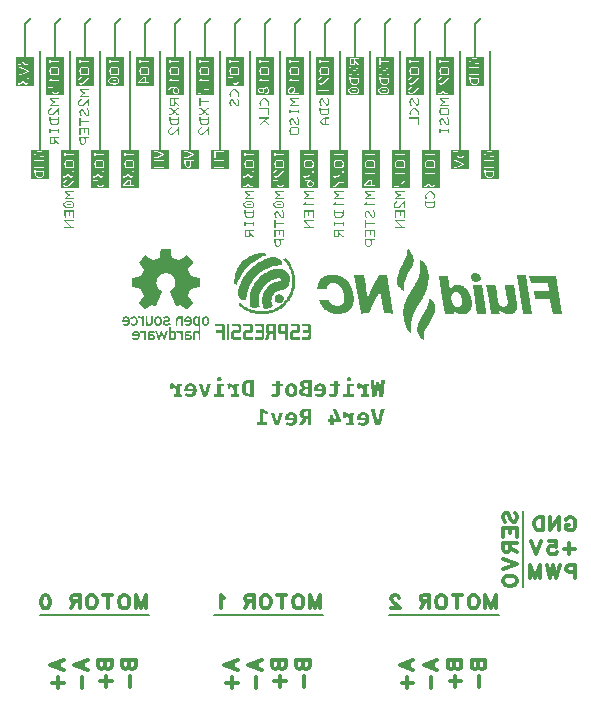
<source format=gbo>
G04 Layer: BottomSilkscreenLayer*
G04 EasyEDA Pro v2.2.36.7, 2025-05-26 04:11:26*
G04 Gerber Generator version 0.3*
G04 Scale: 100 percent, Rotated: No, Reflected: No*
G04 Dimensions in millimeters*
G04 Leading zeros omitted, absolute positions, 4 integers and 5 decimals*
%FSLAX45Y45*%
%MOMM*%
%ADD10C,0.3048*%
%ADD11C,0.2032*%
%ADD12C,0.1524*%
G75*


G04 Image Start*
G36*
G01X4320172Y-2707240D02*
G01X4286859Y-2707424D01*
G01X4253546Y-2707608D01*
G01X4253131Y-2705652D01*
G01X4252716Y-2703696D01*
G01X4199551Y-2383798D01*
G01X4199551Y-2382974D01*
G01X4278078Y-2382974D01*
G01X4278706Y-2385455D01*
G01X4293894Y-2477769D01*
G01X4309082Y-2570083D01*
G01X4311209Y-2570037D01*
G01X4359099Y-2476683D01*
G01X4406990Y-2383328D01*
G01X4441352Y-2383144D01*
G01X4475714Y-2382961D01*
G01X4528745Y-2705113D01*
G01X4529060Y-2706360D01*
G01X4529376Y-2707606D01*
G01X4489813Y-2707423D01*
G01X4450251Y-2707240D01*
G01X4418696Y-2520122D01*
G01X4418613Y-2519650D01*
G01X4417173Y-2520130D01*
G01X4368672Y-2613685D01*
G01X4320172Y-2707240D01*
G37*
G36*
G01X4103490Y-2706750D02*
G01X4088893Y-2709751D01*
G01X4079177Y-2710884D01*
G01X4069461Y-2712018D01*
G01X4041812Y-2711217D01*
G01X4032596Y-2709750D01*
G01X4023380Y-2708283D01*
G01X4007783Y-2704124D01*
G01X4001402Y-2701573D01*
G01X3995022Y-2699023D01*
G01X3986488Y-2694799D01*
G01X3977954Y-2690575D01*
G01X3971317Y-2686284D01*
G01X3964680Y-2681993D01*
G01X3959646Y-2678081D01*
G01X3954613Y-2674169D01*
G01X3946338Y-2666428D01*
G01X3938064Y-2658688D01*
G01X3925568Y-2643059D01*
G01X3921437Y-2636875D01*
G01X3917306Y-2630692D01*
G01X3912407Y-2620769D01*
G01X3907509Y-2610846D01*
G01X3904653Y-2602439D01*
G01X3901797Y-2594032D01*
G01X3901797Y-2592772D01*
G01X3980843Y-2592803D01*
G01X3984343Y-2600285D01*
G01X3987844Y-2607768D01*
G01X3991832Y-2613212D01*
G01X3995821Y-2618656D01*
G01X3999675Y-2622039D01*
G01X4003529Y-2625423D01*
G01X4008610Y-2628945D01*
G01X4013691Y-2632467D01*
G01X4019244Y-2634838D01*
G01X4024797Y-2637209D01*
G01X4031887Y-2639068D01*
G01X4038976Y-2640926D01*
G01X4046045Y-2641753D01*
G01X4053113Y-2642581D01*
G01X4061287Y-2642169D01*
G01X4069461Y-2641757D01*
G01X4075550Y-2640044D01*
G01X4081640Y-2638330D01*
G01X4086893Y-2635582D01*
G01X4092147Y-2632833D01*
G01X4097540Y-2627510D01*
G01X4102933Y-2622186D01*
G01X4109511Y-2608720D01*
G01X4113185Y-2595253D01*
G01X4113570Y-2582388D01*
G01X4113954Y-2569523D01*
G01X4112279Y-2553435D01*
G01X4107983Y-2531499D01*
G01X4104736Y-2521598D01*
G01X4101489Y-2511698D01*
G01X4096314Y-2501380D01*
G01X4091138Y-2491062D01*
G01X4086090Y-2484329D01*
G01X4081042Y-2477596D01*
G01X4074423Y-2470727D01*
G01X4068752Y-2466290D01*
G01X4063080Y-2461853D01*
G01X4051737Y-2455243D01*
G01X4040688Y-2450976D01*
G01X4034515Y-2449425D01*
G01X4028342Y-2447874D01*
G01X4015936Y-2447885D01*
G01X4003529Y-2447895D01*
G01X3997858Y-2449859D01*
G01X3992186Y-2451823D01*
G01X3982970Y-2456332D01*
G01X3973703Y-2465546D01*
G01X3969322Y-2474052D01*
G01X3965514Y-2489198D01*
G01X3965539Y-2500631D01*
G01X3886200Y-2500631D01*
G01X3886211Y-2495138D01*
G01X3886222Y-2489645D01*
G01X3886920Y-2481231D01*
G01X3887617Y-2472817D01*
G01X3889383Y-2464097D01*
G01X3891149Y-2455377D01*
G01X3893645Y-2448483D01*
G01X3896141Y-2441589D01*
G01X3899432Y-2435349D01*
G01X3902723Y-2429109D01*
G01X3907255Y-2423072D01*
G01X3911787Y-2417035D01*
G01X3918312Y-2411020D01*
G01X3924837Y-2405006D01*
G01X3932635Y-2399177D01*
G01X3946105Y-2391562D01*
G01X3958793Y-2386476D01*
G01X3964344Y-2385059D01*
G01X3969894Y-2383643D01*
G01X3983679Y-2380800D01*
G01X3992895Y-2379767D01*
G01X4002111Y-2378735D01*
G01X4026924Y-2378934D01*
G01X4029051Y-2379176D01*
G01X4031178Y-2379418D01*
G01X4043939Y-2380974D01*
G01X4052446Y-2382729D01*
G01X4060953Y-2384484D01*
G01X4070723Y-2387716D01*
G01X4080493Y-2390947D01*
G01X4090928Y-2396058D01*
G01X4101363Y-2401169D01*
G01X4107850Y-2405183D01*
G01X4114337Y-2409197D01*
G01X4120778Y-2414174D01*
G01X4127218Y-2419150D01*
G01X4134511Y-2426442D01*
G01X4141805Y-2433733D01*
G01X4153608Y-2447827D01*
G01X4158809Y-2455624D01*
G01X4164011Y-2463420D01*
G01X4173241Y-2481140D01*
G01X4176473Y-2489188D01*
G01X4179704Y-2497236D01*
G01X4182483Y-2506199D01*
G01X4185262Y-2515161D01*
G01X4188156Y-2527919D01*
G01X4191736Y-2549182D01*
G01X4192807Y-2559358D01*
G01X4193879Y-2569534D01*
G01X4193879Y-2587660D01*
G01X4193165Y-2595001D01*
G01X4192450Y-2602341D01*
G01X4190916Y-2612264D01*
G01X4189151Y-2619351D01*
G01X4187387Y-2626439D01*
G01X4184872Y-2633172D01*
G01X4182358Y-2639906D01*
G01X4179166Y-2646285D01*
G01X4175975Y-2652664D01*
G01X4171341Y-2659752D01*
G01X4166707Y-2666839D01*
G01X4157784Y-2675732D01*
G01X4148862Y-2684625D01*
G01X4141304Y-2689663D01*
G01X4133747Y-2694700D01*
G01X4126860Y-2697983D01*
G01X4119974Y-2701266D01*
G01X4111732Y-2704008D01*
G01X4103490Y-2706750D01*
G37*
G36*
G01X5706754Y-2709488D02*
G01X5706754Y-2711138D01*
G01X5628883Y-2711138D01*
G01X5628488Y-2709189D01*
G01X5628093Y-2707240D01*
G01X5575600Y-2388569D01*
G01X5575600Y-2385809D01*
G01X5652791Y-2385809D01*
G01X5653183Y-2386443D01*
G01X5653575Y-2387077D01*
G01X5680164Y-2548282D01*
G01X5706754Y-2709488D01*
G37*
G36*
G01X5956300Y-2709149D02*
G01X5956300Y-2711138D01*
G01X5877608Y-2711138D01*
G01X5877605Y-2710075D01*
G01X5867335Y-2646994D01*
G01X5857065Y-2583912D01*
G01X5856313Y-2580723D01*
G01X5728022Y-2580723D01*
G01X5728022Y-2579738D01*
G01X5717326Y-2517467D01*
G01X5718003Y-2516791D01*
G01X5781815Y-2516399D01*
G01X5845627Y-2516007D01*
G01X5845276Y-2514166D01*
G01X5844925Y-2512326D01*
G01X5835339Y-2451371D01*
G01X5764013Y-2451190D01*
G01X5692686Y-2451010D01*
G01X5692290Y-2449064D01*
G01X5691894Y-2447118D01*
G01X5681941Y-2388205D01*
G01X5681941Y-2386518D01*
G01X5903017Y-2386518D01*
G01X5903432Y-2388467D01*
G01X5903847Y-2390416D01*
G01X5930074Y-2549782D01*
G01X5956300Y-2709149D01*
G37*
G36*
G01X5525884Y-2712320D02*
G01X5519948Y-2713579D01*
G01X5494427Y-2713530D01*
G01X5487160Y-2711966D01*
G01X5479893Y-2710402D01*
G01X5468047Y-2706117D01*
G01X5461032Y-2702130D01*
G01X5454017Y-2698143D01*
G01X5450118Y-2695165D01*
G01X5446219Y-2692187D01*
G01X5438589Y-2685323D01*
G01X5433652Y-2678936D01*
G01X5428714Y-2672549D01*
G01X5426998Y-2669163D01*
G01X5425281Y-2665776D01*
G01X5423887Y-2665776D01*
G01X5423887Y-2667084D01*
G01X5427430Y-2688580D01*
G01X5430974Y-2710075D01*
G01X5430975Y-2710606D01*
G01X5430977Y-2711138D01*
G01X5356651Y-2711138D01*
G01X5355841Y-2707240D01*
G01X5335985Y-2587971D01*
G01X5316129Y-2468702D01*
G01X5316129Y-2467318D01*
G01X5394085Y-2467318D01*
G01X5394842Y-2470508D01*
G01X5406127Y-2539970D01*
G01X5417413Y-2609432D01*
G01X5420914Y-2620454D01*
G01X5423937Y-2625573D01*
G01X5426960Y-2630692D01*
G01X5437712Y-2641457D01*
G01X5443738Y-2644416D01*
G01X5449764Y-2647375D01*
G01X5455081Y-2648496D01*
G01X5460398Y-2649617D01*
G01X5466778Y-2649214D01*
G01X5473159Y-2648811D01*
G01X5476814Y-2647717D01*
G01X5480470Y-2646624D01*
G01X5483899Y-2644261D01*
G01X5487328Y-2641899D01*
G01X5490319Y-2637529D01*
G01X5493311Y-2633159D01*
G01X5494755Y-2628484D01*
G01X5496199Y-2623809D01*
G01X5496199Y-2610465D01*
G01X5484502Y-2539850D01*
G01X5472804Y-2469235D01*
G01X5472804Y-2467318D01*
G01X5550787Y-2467318D01*
G01X5550787Y-2468169D01*
G01X5577902Y-2629274D01*
G01X5577956Y-2640969D01*
G01X5578010Y-2652664D01*
G01X5576789Y-2659315D01*
G01X5575567Y-2665967D01*
G01X5572759Y-2673137D01*
G01X5569950Y-2680306D01*
G01X5563379Y-2690229D01*
G01X5558324Y-2695411D01*
G01X5553269Y-2700592D01*
G01X5548221Y-2703755D01*
G01X5543174Y-2706917D01*
G01X5537497Y-2708988D01*
G01X5531820Y-2711060D01*
G01X5525884Y-2712320D01*
G37*
G36*
G01X4616947Y-2516629D02*
G01X4616735Y-2516841D01*
G01X4610013Y-2511780D01*
G01X4603291Y-2506718D01*
G01X4593109Y-2496764D01*
G01X4582927Y-2486810D01*
G01X4577671Y-2479844D01*
G01X4572415Y-2472878D01*
G01X4568217Y-2464251D01*
G01X4564020Y-2455624D01*
G01X4562542Y-2451017D01*
G01X4561064Y-2446409D01*
G01X4558988Y-2433651D01*
G01X4558988Y-2416641D01*
G01X4561151Y-2403174D01*
G01X4565403Y-2388083D01*
G01X4568281Y-2379327D01*
G01X4571159Y-2370570D01*
G01X4575073Y-2360673D01*
G01X4578986Y-2350776D01*
G01X4587198Y-2332296D01*
G01X4608063Y-2289061D01*
G01X4614444Y-2275594D01*
G01X4620826Y-2262127D01*
G01X4627625Y-2246534D01*
G01X4630501Y-2239309D01*
G01X4633377Y-2232085D01*
G01X4637361Y-2220172D01*
G01X4641345Y-2208260D01*
G01X4643703Y-2198692D01*
G01X4646061Y-2189123D01*
G01X4648921Y-2170695D01*
G01X4649874Y-2159000D01*
G01X4650332Y-2159000D01*
G01X4650790Y-2159001D01*
G01X4658588Y-2165160D01*
G01X4666387Y-2173250D01*
G01X4674185Y-2181339D01*
G01X4678596Y-2187804D01*
G01X4683008Y-2194268D01*
G01X4689969Y-2207815D01*
G01X4692222Y-2214039D01*
G01X4694474Y-2220263D01*
G01X4696205Y-2226920D01*
G01X4697935Y-2233578D01*
G01X4698998Y-2241687D01*
G01X4700061Y-2249796D01*
G01X4700061Y-2261120D01*
G01X4699309Y-2268003D01*
G01X4698556Y-2274885D01*
G01X4695729Y-2288672D01*
G01X4691732Y-2300401D01*
G01X4688418Y-2307843D01*
G01X4685103Y-2315286D01*
G01X4672593Y-2339384D01*
G01X4646796Y-2384746D01*
G01X4632797Y-2413097D01*
G01X4625791Y-2430816D01*
G01X4623290Y-2438613D01*
G01X4620789Y-2446409D01*
G01X4618987Y-2454560D01*
G01X4617185Y-2462711D01*
G01X4615357Y-2475469D01*
G01X4615361Y-2490708D01*
G01X4615365Y-2505947D01*
G01X4616261Y-2511182D01*
G01X4617158Y-2516418D01*
G01X4616947Y-2516629D01*
G37*
G36*
G01X4676653Y-2827000D02*
G01X4675917Y-2848995D01*
G01X4676337Y-2863880D01*
G01X4676758Y-2878764D01*
G01X4675826Y-2877667D01*
G01X4674894Y-2876569D01*
G01X4671623Y-2872351D01*
G01X4668351Y-2868132D01*
G01X4657046Y-2851122D01*
G01X4649194Y-2837655D01*
G01X4640689Y-2820644D01*
G01X4637395Y-2813069D01*
G01X4634101Y-2805494D01*
G01X4630876Y-2796413D01*
G01X4627651Y-2787332D01*
G01X4625547Y-2779890D01*
G01X4623442Y-2772447D01*
G01X4621352Y-2763105D01*
G01X4619262Y-2753763D01*
G01X4617886Y-2745031D01*
G01X4616510Y-2736300D01*
G01X4614694Y-2719998D01*
G01X4614727Y-2678889D01*
G01X4617158Y-2660460D01*
G01X4620036Y-2643450D01*
G01X4623161Y-2630986D01*
G01X4626287Y-2618523D01*
G01X4632889Y-2599506D01*
G01X4641324Y-2579660D01*
G01X4650235Y-2562649D01*
G01X4654872Y-2554853D01*
G01X4659509Y-2547056D01*
G01X4670508Y-2531463D01*
G01X4680951Y-2516442D01*
G01X4691393Y-2501420D01*
G01X4698839Y-2489508D01*
G01X4706285Y-2477596D01*
G01X4711106Y-2469445D01*
G01X4715926Y-2461294D01*
G01X4728848Y-2435778D01*
G01X4736318Y-2418058D01*
G01X4739367Y-2409199D01*
G01X4742416Y-2400339D01*
G01X4746838Y-2384727D01*
G01X4750982Y-2365609D01*
G01X4752458Y-2355686D01*
G01X4753934Y-2345763D01*
G01X4754977Y-2335092D01*
G01X4756020Y-2324421D01*
G01X4756840Y-2307804D01*
G01X4757659Y-2291187D01*
G01X4757005Y-2241917D01*
G01X4757131Y-2241942D01*
G01X4775069Y-2258925D01*
G01X4781769Y-2266905D01*
G01X4788468Y-2274885D01*
G01X4795602Y-2284808D01*
G01X4803769Y-2298275D01*
G01X4811221Y-2313159D01*
G01X4814414Y-2321310D01*
G01X4817608Y-2329461D01*
G01X4822661Y-2347889D01*
G01X4824076Y-2354977D01*
G01X4825491Y-2362065D01*
G01X4827915Y-2380493D01*
G01X4827947Y-2418058D01*
G01X4826725Y-2429044D01*
G01X4825504Y-2440030D01*
G01X4821243Y-2463420D01*
G01X4815566Y-2485392D01*
G01X4810718Y-2499922D01*
G01X4805869Y-2514452D01*
G01X4800412Y-2527210D01*
G01X4794954Y-2539968D01*
G01X4788664Y-2552207D01*
G01X4782374Y-2564446D01*
G01X4776273Y-2574676D01*
G01X4770173Y-2584906D01*
G01X4764897Y-2592441D01*
G01X4759621Y-2599975D01*
G01X4727261Y-2653373D01*
G01X4719438Y-2666839D01*
G01X4714693Y-2675457D01*
G01X4709949Y-2684075D01*
G01X4705285Y-2693886D01*
G01X4700620Y-2703696D01*
G01X4698243Y-2709432D01*
G01X4695866Y-2715169D01*
G01X4692261Y-2725734D01*
G01X4688656Y-2736300D01*
G01X4686621Y-2744451D01*
G01X4684586Y-2752602D01*
G01X4683126Y-2760398D01*
G01X4681665Y-2768195D01*
G01X4679456Y-2783788D01*
G01X4678422Y-2794396D01*
G01X4677388Y-2805005D01*
G01X4676653Y-2827000D01*
G37*
G36*
G01X4785799Y-2919873D02*
G01X4786435Y-2929795D01*
G01X4786170Y-2930060D01*
G01X4785904Y-2930325D01*
G01X4779668Y-2925353D01*
G01X4773431Y-2920380D01*
G01X4764919Y-2911621D01*
G01X4756407Y-2902863D01*
G01X4751680Y-2896552D01*
G01X4746954Y-2890242D01*
G01X4743396Y-2883794D01*
G01X4739838Y-2877346D01*
G01X4735471Y-2866006D01*
G01X4734106Y-2860690D01*
G01X4732740Y-2855374D01*
G01X4731925Y-2847223D01*
G01X4731110Y-2839072D01*
G01X4732067Y-2827732D01*
G01X4734752Y-2813757D01*
G01X4738321Y-2803209D01*
G01X4741891Y-2792661D01*
G01X4746213Y-2782554D01*
G01X4750535Y-2772447D01*
G01X4756463Y-2760398D01*
G01X4762391Y-2748349D01*
G01X4796646Y-2686685D01*
G01X4811274Y-2658334D01*
G01X4820070Y-2638488D01*
G01X4823442Y-2629593D01*
G01X4826815Y-2620697D01*
G01X4829305Y-2612228D01*
G01X4831796Y-2603758D01*
G01X4833209Y-2597379D01*
G01X4834623Y-2591000D01*
G01X4837086Y-2575407D01*
G01X4837541Y-2574888D01*
G01X4837996Y-2574369D01*
G01X4855078Y-2591709D01*
G01X4857901Y-2595253D01*
G01X4860723Y-2598797D01*
G01X4863615Y-2603441D01*
G01X4866507Y-2608086D01*
G01X4869685Y-2614427D01*
G01X4872864Y-2620769D01*
G01X4877879Y-2634236D01*
G01X4881727Y-2652664D01*
G01X4882082Y-2665067D01*
G01X4882437Y-2677471D01*
G01X4881232Y-2685268D01*
G01X4880027Y-2693064D01*
G01X4878325Y-2699798D01*
G01X4876623Y-2706531D01*
G01X4874201Y-2712556D01*
G01X4871780Y-2718580D01*
G01X4869126Y-2724250D01*
G01X4866472Y-2729921D01*
G01X4860784Y-2739844D01*
G01X4855095Y-2749766D01*
G01X4851173Y-2756145D01*
G01X4847252Y-2762524D01*
G01X4828150Y-2792293D01*
G01X4811943Y-2819227D01*
G01X4806069Y-2831276D01*
G01X4800195Y-2843325D01*
G01X4793037Y-2862462D01*
G01X4788740Y-2878764D01*
G01X4787666Y-2885143D01*
G01X4786593Y-2891522D01*
G01X4785164Y-2909950D01*
G01X4785799Y-2919873D01*
G37*
G36*
G01X5131441Y-2713119D02*
G01X5124467Y-2713996D01*
G01X5117492Y-2714874D01*
G01X5109584Y-2714496D01*
G01X5101675Y-2714118D01*
G01X5096003Y-2712919D01*
G01X5090332Y-2711719D01*
G01X5081825Y-2708819D01*
G01X5076678Y-2706399D01*
G01X5071532Y-2703980D01*
G01X5064981Y-2699655D01*
G01X5058430Y-2695330D01*
G01X5044960Y-2681531D01*
G01X5041770Y-2676530D01*
G01X5038579Y-2671530D01*
G01X5037282Y-2671488D01*
G01X5035985Y-2671446D01*
G01X5036392Y-2673396D01*
G01X5036798Y-2675345D01*
G01X5039641Y-2692001D01*
G01X5042485Y-2708657D01*
G01X5042770Y-2709898D01*
G01X5043055Y-2711138D01*
G01X4965531Y-2711138D01*
G01X4942373Y-2570446D01*
G01X5020147Y-2570446D01*
G01X5020663Y-2578242D01*
G01X5021179Y-2586039D01*
G01X5024192Y-2600923D01*
G01X5026323Y-2607302D01*
G01X5028455Y-2613681D01*
G01X5031597Y-2620154D01*
G01X5034740Y-2626628D01*
G01X5037723Y-2630887D01*
G01X5040706Y-2635147D01*
G01X5043745Y-2638424D01*
G01X5046784Y-2641702D01*
G01X5050834Y-2644442D01*
G01X5054885Y-2647181D01*
G01X5058006Y-2648752D01*
G01X5061127Y-2650322D01*
G01X5064032Y-2651352D01*
G01X5064032Y-2651352D01*
G01X5066937Y-2652381D01*
G01X5072132Y-2653044D01*
G01X5077327Y-2653706D01*
G01X5082411Y-2653005D01*
G01X5087496Y-2652303D01*
G01X5097421Y-2647440D01*
G01X5100427Y-2644864D01*
G01X5103433Y-2642289D01*
G01X5105923Y-2637836D01*
G01X5108414Y-2633383D01*
G01X5111339Y-2622186D01*
G01X5111750Y-2613865D01*
G01X5112162Y-2605544D01*
G01X5110394Y-2590291D01*
G01X5109002Y-2583248D01*
G01X5107610Y-2576204D01*
G01X5105447Y-2569426D01*
G01X5103283Y-2562649D01*
G01X5101330Y-2558322D01*
G01X5099376Y-2553996D01*
G01X5095601Y-2548400D01*
G01X5091825Y-2542803D01*
G01X5085480Y-2536017D01*
G01X5075629Y-2529469D01*
G01X5069865Y-2527429D01*
G01X5064101Y-2525388D01*
G01X5054868Y-2525590D01*
G01X5045634Y-2525793D01*
G01X5036240Y-2530419D01*
G01X5027838Y-2538551D01*
G01X5025965Y-2542533D01*
G01X5024093Y-2546514D01*
G01X5022630Y-2551846D01*
G01X5021167Y-2557177D01*
G01X5020657Y-2563811D01*
G01X5020147Y-2570446D01*
G01X4942373Y-2570446D01*
G01X4912507Y-2388998D01*
G01X4911868Y-2386518D01*
G01X4990062Y-2386518D01*
G01X4990345Y-2387404D01*
G01X4990629Y-2388290D01*
G01X5009875Y-2507364D01*
G01X5009871Y-2507896D01*
G01X5009867Y-2508428D01*
G01X5011826Y-2508428D01*
G01X5013494Y-2501694D01*
G01X5019006Y-2490242D01*
G01X5022196Y-2486000D01*
G01X5025386Y-2481758D01*
G01X5030565Y-2477621D01*
G01X5035744Y-2473485D01*
G01X5042833Y-2470075D01*
G01X5049922Y-2466666D01*
G01X5060556Y-2464394D01*
G01X5069064Y-2463999D01*
G01X5077571Y-2463604D01*
G01X5085724Y-2464791D01*
G01X5093876Y-2465979D01*
G01X5102244Y-2468763D01*
G01X5110612Y-2471548D01*
G01X5117841Y-2475257D01*
G01X5125070Y-2478966D01*
G01X5131417Y-2483207D01*
G01X5137765Y-2487448D01*
G01X5145400Y-2494822D01*
G01X5153035Y-2502197D01*
G01X5163502Y-2515870D01*
G01X5170325Y-2526501D01*
G01X5174065Y-2534298D01*
G01X5177805Y-2542095D01*
G01X5181017Y-2551520D01*
G01X5184230Y-2560946D01*
G01X5186346Y-2569594D01*
G01X5188462Y-2578242D01*
G01X5189920Y-2586393D01*
G01X5191378Y-2594544D01*
G01X5192430Y-2603028D01*
G01X5193482Y-2611512D01*
G01X5193482Y-2634449D01*
G01X5192060Y-2642848D01*
G01X5190637Y-2651246D01*
G01X5185546Y-2667548D01*
G01X5182035Y-2674400D01*
G01X5178523Y-2681252D01*
G01X5175082Y-2685797D01*
G01X5171640Y-2690342D01*
G01X5167142Y-2694436D01*
G01X5162644Y-2698530D01*
G01X5154845Y-2703859D01*
G01X5149019Y-2706786D01*
G01X5143193Y-2709714D01*
G01X5137317Y-2711416D01*
G01X5131441Y-2713119D01*
G37*
G36*
G01X5241768Y-2438244D02*
G01X5237952Y-2438967D01*
G01X5228869Y-2438967D01*
G01X5223626Y-2437885D01*
G01X5218383Y-2436802D01*
G01X5210677Y-2433394D01*
G01X5202887Y-2428413D01*
G01X5198977Y-2424093D01*
G01X5195068Y-2419774D01*
G01X5192920Y-2415726D01*
G01X5190772Y-2411679D01*
G01X5189571Y-2407517D01*
G01X5188369Y-2403355D01*
G01X5188657Y-2395823D01*
G01X5188945Y-2388290D01*
G01X5190939Y-2384155D01*
G01X5192932Y-2380021D01*
G01X5197209Y-2375450D01*
G01X5201486Y-2370879D01*
G01X5206877Y-2368269D01*
G01X5212269Y-2365658D01*
G01X5221840Y-2365464D01*
G01X5231411Y-2365270D01*
G01X5235101Y-2366303D01*
G01X5238792Y-2367336D01*
G01X5241393Y-2368422D01*
G01X5243993Y-2369508D01*
G01X5248336Y-2372620D01*
G01X5252679Y-2375731D01*
G01X5262936Y-2386344D01*
G01X5265051Y-2390815D01*
G01X5267166Y-2395285D01*
G01X5267978Y-2399195D01*
G01X5268790Y-2403105D01*
G01X5268201Y-2415403D01*
G01X5265955Y-2419965D01*
G01X5263709Y-2424527D01*
G01X5259124Y-2428929D01*
G01X5254539Y-2433330D01*
G01X5250061Y-2435425D01*
G01X5245583Y-2437520D01*
G01X5241768Y-2438244D01*
G37*
G36*
G01X5313388Y-2683141D02*
G01X5318031Y-2711138D01*
G01X5240272Y-2711138D01*
G01X5240272Y-2710197D01*
G01X5220405Y-2589998D01*
G01X5200539Y-2469799D01*
G01X5199995Y-2467318D01*
G01X5277641Y-2467318D01*
G01X5295515Y-2575230D01*
G01X5313388Y-2683141D01*
G37*
G36*
G01X3203854Y-2459189D02*
G01X3202346Y-2461690D01*
G01X3200456Y-2464186D01*
G01X3193194Y-2461690D01*
G01X3187672Y-2459536D01*
G01X3184592Y-2457866D01*
G01X3183252Y-2456539D01*
G01X3183252Y-2413886D01*
G01X3184730Y-2402906D01*
G01X3187672Y-2384898D01*
G01X3191096Y-2370340D01*
G01X3196179Y-2353890D01*
G01X3201940Y-2339332D01*
G01X3209030Y-2324762D01*
G01X3216254Y-2311711D01*
G01X3221769Y-2302817D01*
G01X3226112Y-2296424D01*
G01X3232702Y-2287757D01*
G01X3241598Y-2277359D01*
G01X3251483Y-2266803D01*
G01X3261321Y-2257366D01*
G01X3270105Y-2249661D01*
G01X3279022Y-2242916D01*
G01X3289182Y-2235788D01*
G01X3299490Y-2229322D01*
G01X3308762Y-2224168D01*
G01X3324325Y-2216717D01*
G01X3340892Y-2210152D01*
G01X3350873Y-2207036D01*
G01X3361476Y-2204226D01*
G01X3377039Y-2200651D01*
G01X3388586Y-2198661D01*
G01X3398711Y-2197833D01*
G01X3413186Y-2197259D01*
G01X3435778Y-2197272D01*
G01X3442963Y-2198165D01*
G01X3445129Y-2198651D01*
G01X3447231Y-2204874D01*
G01X3448715Y-2210072D01*
G01X3449333Y-2213831D01*
G01X3449333Y-2216565D01*
G01X3444563Y-2218277D01*
G01X3436630Y-2221372D01*
G01X3432724Y-2222755D01*
G01X3427855Y-2224649D01*
G01X3409169Y-2233427D01*
G01X3396724Y-2239544D01*
G01X3387248Y-2244585D01*
G01X3379477Y-2248859D01*
G01X3371778Y-2253582D01*
G01X3361746Y-2259857D01*
G01X3349698Y-2268143D01*
G01X3329349Y-2283705D01*
G01X3319372Y-2292003D01*
G01X3310891Y-2299560D01*
G01X3293175Y-2317129D01*
G01X3277495Y-2334061D01*
G01X3267572Y-2345753D01*
G01X3258033Y-2358265D01*
G01X3248768Y-2371095D01*
G01X3245754Y-2375311D01*
G01X3244501Y-2377554D01*
G01X3241172Y-2383152D01*
G01X3236316Y-2390922D01*
G01X3232474Y-2397950D01*
G01X3228365Y-2404978D01*
G01X3222619Y-2416022D01*
G01X3213460Y-2436101D01*
G01X3206832Y-2451161D01*
G01X3204824Y-2456683D01*
G01X3203854Y-2459189D01*
G37*
G36*
G01X3276051Y-2597064D02*
G01X3265024Y-2597240D01*
G01X3250656Y-2597240D01*
G01X3248332Y-2596297D01*
G01X3246007Y-2595353D01*
G01X3240987Y-2589157D01*
G01X3232871Y-2579308D01*
G01X3225286Y-2569129D01*
G01X3215579Y-2553929D01*
G01X3210362Y-2545256D01*
G01X3210381Y-2541380D01*
G01X3210836Y-2536283D01*
G01X3211905Y-2529471D01*
G01X3215261Y-2513408D01*
G01X3219820Y-2495336D01*
G01X3226611Y-2473248D01*
G01X3230343Y-2462909D01*
G01X3233581Y-2454968D01*
G01X3236468Y-2448102D01*
G01X3239343Y-2441283D01*
G01X3245951Y-2427567D01*
G01X3252043Y-2416022D01*
G01X3256337Y-2408492D01*
G01X3259671Y-2402442D01*
G01X3267047Y-2390896D01*
G01X3278544Y-2374356D01*
G01X3292086Y-2356787D01*
G01X3300111Y-2346747D01*
G01X3316234Y-2330629D01*
G01X3332358Y-2314510D01*
G01X3346917Y-2303019D01*
G01X3363056Y-2290524D01*
G01X3375105Y-2282603D01*
G01X3389088Y-2273456D01*
G01X3399631Y-2267300D01*
G01X3413688Y-2259996D01*
G01X3427511Y-2253260D01*
G01X3435917Y-2249583D01*
G01X3446588Y-2245459D01*
G01X3469916Y-2237466D01*
G01X3490500Y-2231464D01*
G01X3505561Y-2227938D01*
G01X3517024Y-2225813D01*
G01X3527065Y-2224789D01*
G01X3531165Y-2224815D01*
G01X3535912Y-2227254D01*
G01X3548463Y-2234927D01*
G01X3562291Y-2244730D01*
G01X3574842Y-2254777D01*
G01X3579652Y-2259109D01*
G01X3582051Y-2261835D01*
G01X3582734Y-2263417D01*
G01X3582804Y-2279797D01*
G01X3582875Y-2296178D01*
G01X3581835Y-2298120D01*
G01X3580796Y-2300062D01*
G01X3558857Y-2300062D01*
G01X3548525Y-2301577D01*
G01X3531165Y-2304204D01*
G01X3511585Y-2308306D01*
G01X3491504Y-2313823D01*
G01X3474937Y-2319852D01*
G01X3455859Y-2327952D01*
G01X3445523Y-2333097D01*
G01X3434774Y-2339009D01*
G01X3418206Y-2349092D01*
G01X3406157Y-2357728D01*
G01X3387582Y-2372922D01*
G01X3375533Y-2383106D01*
G01X3366364Y-2393038D01*
G01X3352246Y-2408994D01*
G01X3340831Y-2424031D01*
G01X3331605Y-2437368D01*
G01X3328843Y-2442057D01*
G01X3324977Y-2448799D01*
G01X3315536Y-2466723D01*
G01X3305965Y-2488308D01*
G01X3300313Y-2503368D01*
G01X3296552Y-2515918D01*
G01X3293066Y-2529471D01*
G01X3290266Y-2543527D01*
G01X3287761Y-2560595D01*
G01X3286027Y-2582837D01*
G01X3285378Y-2596043D01*
G01X3282385Y-2596642D01*
G01X3276051Y-2597064D01*
G37*
G36*
G01X3441479Y-2713290D02*
G01X3428247Y-2714170D01*
G01X3413688Y-2714837D01*
G01X3383566Y-2712793D01*
G01X3371517Y-2710718D01*
G01X3350431Y-2706576D01*
G01X3334868Y-2702511D01*
G01X3324827Y-2699202D01*
G01X3315288Y-2695615D01*
G01X3298219Y-2688309D01*
G01X3287322Y-2682971D01*
G01X3276631Y-2677197D01*
G01X3265688Y-2670421D01*
G01X3254184Y-2662674D01*
G01X3242452Y-2653813D01*
G01X3230963Y-2644357D01*
G01X3222788Y-2636899D01*
G01X3219021Y-2632844D01*
G01X3218395Y-2630223D01*
G01X3220295Y-2627653D01*
G01X3224864Y-2622861D01*
G01X3229966Y-2618193D01*
G01X3233148Y-2615921D01*
G01X3234962Y-2615355D01*
G01X3240485Y-2620394D01*
G01X3249521Y-2628362D01*
G01X3260566Y-2637163D01*
G01X3277590Y-2649272D01*
G01X3287552Y-2655355D01*
G01X3298174Y-2661222D01*
G01X3309103Y-2666531D01*
G01X3319807Y-2671274D01*
G01X3336876Y-2677674D01*
G01X3348423Y-2681209D01*
G01X3362982Y-2684703D01*
G01X3383566Y-2688201D01*
G01X3394610Y-2689680D01*
G01X3416198Y-2689684D01*
G01X3437786Y-2689688D01*
G01X3449333Y-2688196D01*
G01X3470748Y-2684677D01*
G01X3483801Y-2681639D01*
G01X3494014Y-2678491D01*
G01X3507569Y-2673889D01*
G01X3520120Y-2668837D01*
G01X3537515Y-2660108D01*
G01X3550606Y-2652961D01*
G01X3558313Y-2647989D01*
G01X3572834Y-2637551D01*
G01X3589320Y-2623950D01*
G01X3597679Y-2615878D01*
G01X3606609Y-2606486D01*
G01X3614614Y-2597242D01*
G01X3620747Y-2589523D01*
G01X3627305Y-2581029D01*
G01X3629062Y-2578599D01*
G01X3631465Y-2574835D01*
G01X3641235Y-2558587D01*
G01X3647448Y-2547010D01*
G01X3652039Y-2537503D01*
G01X3659848Y-2516922D01*
G01X3666322Y-2496340D01*
G01X3668541Y-2486096D01*
G01X3670928Y-2472746D01*
G01X3673433Y-2457185D01*
G01X3673659Y-2411002D01*
G01X3671413Y-2396154D01*
G01X3669166Y-2381307D01*
G01X3665750Y-2368545D01*
G01X3662297Y-2356638D01*
G01X3658794Y-2345931D01*
G01X3652199Y-2329614D01*
G01X3649144Y-2322686D01*
G01X3643079Y-2311113D01*
G01X3636848Y-2300399D01*
G01X3630382Y-2290243D01*
G01X3616944Y-2271950D01*
G01X3610493Y-2264311D01*
G01X3604539Y-2257929D01*
G01X3598940Y-2252441D01*
G01X3598940Y-2249198D01*
G01X3606364Y-2242001D01*
G01X3611900Y-2236917D01*
G01X3614786Y-2234803D01*
G01X3616915Y-2236204D01*
G01X3620632Y-2239572D01*
G01X3630572Y-2250365D01*
G01X3641752Y-2264420D01*
G01X3654380Y-2282492D01*
G01X3660344Y-2292237D01*
G01X3665498Y-2301568D01*
G01X3674022Y-2319137D01*
G01X3678680Y-2330181D01*
G01X3680298Y-2334699D01*
G01X3683312Y-2342731D01*
G01X3687456Y-2356285D01*
G01X3690909Y-2370340D01*
G01X3693751Y-2383894D01*
G01X3696508Y-2401464D01*
G01X3697842Y-2412006D01*
G01X3697842Y-2454173D01*
G01X3696521Y-2464715D01*
G01X3692730Y-2487637D01*
G01X3688182Y-2507717D01*
G01X3683761Y-2522443D01*
G01X3677767Y-2538507D01*
G01X3668186Y-2559591D01*
G01X3662769Y-2570016D01*
G01X3658075Y-2578164D01*
G01X3650372Y-2590212D01*
G01X3642222Y-2601590D01*
G01X3632262Y-2614140D01*
G01X3624310Y-2622957D01*
G01X3612682Y-2634757D01*
G01X3598438Y-2648680D01*
G01X3586996Y-2657241D01*
G01X3575640Y-2665319D01*
G01X3564405Y-2672719D01*
G01X3553234Y-2679218D01*
G01X3542035Y-2685132D01*
G01X3530623Y-2690371D01*
G01X3518941Y-2695249D01*
G01X3500540Y-2701835D01*
G01X3485981Y-2705825D01*
G01X3470418Y-2709288D01*
G01X3452847Y-2712114D01*
G01X3441479Y-2713290D01*
G37*
G36*
G01X3470698Y-2664425D02*
G01X3456361Y-2667370D01*
G01X3443810Y-2669031D01*
G01X3436782Y-2669653D01*
G01X3435192Y-2668335D01*
G01X3433165Y-2665192D01*
G01X3430524Y-2659487D01*
G01X3426369Y-2648945D01*
G01X3423324Y-2638403D01*
G01X3419691Y-2621336D01*
G01X3418026Y-2611798D01*
G01X3418020Y-2580674D01*
G01X3419715Y-2570216D01*
G01X3421773Y-2559766D01*
G01X3424339Y-2549329D01*
G01X3427267Y-2538902D01*
G01X3432491Y-2527661D01*
G01X3437791Y-2517215D01*
G01X3443200Y-2507886D01*
G01X3449362Y-2499119D01*
G01X3456475Y-2490026D01*
G01X3463396Y-2482184D01*
G01X3469098Y-2476428D01*
G01X3481463Y-2466066D01*
G01X3488994Y-2460443D01*
G01X3496524Y-2455478D01*
G01X3511585Y-2447336D01*
G01X3523634Y-2442087D01*
G01X3539197Y-2437605D01*
G01X3559781Y-2433045D01*
G01X3569319Y-2431363D01*
G01X3571948Y-2429491D01*
G01X3574577Y-2427619D01*
G01X3577110Y-2421506D01*
G01X3576563Y-2417431D01*
G01X3576016Y-2413356D01*
G01X3574177Y-2411323D01*
G01X3572028Y-2409448D01*
G01X3569447Y-2407796D01*
G01X3566556Y-2406301D01*
G01X3556803Y-2407435D01*
G01X3546549Y-2409074D01*
G01X3535593Y-2411423D01*
G01X3518112Y-2416480D01*
G01X3509099Y-2419789D01*
G01X3497552Y-2425314D01*
G01X3483973Y-2432820D01*
G01X3474937Y-2438507D01*
G01X3463203Y-2447312D01*
G01X3455270Y-2454150D01*
G01X3447036Y-2461877D01*
G01X3439751Y-2469422D01*
G01X3434102Y-2475824D01*
G01X3423020Y-2491448D01*
G01X3416580Y-2502146D01*
G01X3410362Y-2513774D01*
G01X3404302Y-2526063D01*
G01X3400801Y-2537305D01*
G01X3396137Y-2554571D01*
G01X3394099Y-2564109D01*
G01X3391994Y-2581923D01*
G01X3390764Y-2596224D01*
G01X3391983Y-2609031D01*
G01X3393579Y-2621739D01*
G01X3395704Y-2634310D01*
G01X3397335Y-2643474D01*
G01X3397742Y-2647993D01*
G01X3397277Y-2649204D01*
G01X3389919Y-2651328D01*
G01X3375964Y-2655466D01*
G01X3367379Y-2657479D01*
G01X3365664Y-2657791D01*
G01X3364330Y-2658541D01*
G01X3363268Y-2659602D01*
G01X3357706Y-2660176D01*
G01X3352143Y-2660750D01*
G01X3341246Y-2656975D01*
G01X3324073Y-2650382D01*
G01X3317796Y-2647564D01*
G01X3316875Y-2645141D01*
G01X3315773Y-2640216D01*
G01X3314418Y-2631776D01*
G01X3313153Y-2619919D01*
G01X3312267Y-2606778D01*
G01X3311651Y-2592722D01*
G01X3312646Y-2577613D01*
G01X3313838Y-2564008D01*
G01X3315305Y-2552514D01*
G01X3318997Y-2533989D01*
G01X3323535Y-2516922D01*
G01X3325571Y-2510614D01*
G01X3326942Y-2507434D01*
G01X3327576Y-2506371D01*
G01X3327839Y-2505153D01*
G01X3331285Y-2495009D01*
G01X3335415Y-2485407D01*
G01X3340507Y-2474701D01*
G01X3346344Y-2463783D01*
G01X3352266Y-2453671D01*
G01X3363817Y-2436603D01*
G01X3375326Y-2422045D01*
G01X3388441Y-2407599D01*
G01X3403145Y-2393524D01*
G01X3418817Y-2380675D01*
G01X3427807Y-2374256D01*
G01X3437989Y-2367517D01*
G01X3448407Y-2361232D01*
G01X3457962Y-2355904D01*
G01X3477481Y-2346855D01*
G01X3488185Y-2342708D01*
G01X3499068Y-2338917D01*
G01X3519116Y-2333293D01*
G01X3536687Y-2329664D01*
G01X3545222Y-2328124D01*
G01X3559781Y-2327711D01*
G01X3576850Y-2327766D01*
G01X3586389Y-2329802D01*
G01X3593418Y-2331372D01*
G01X3602915Y-2335995D01*
G01X3612412Y-2340619D01*
G01X3618478Y-2345212D01*
G01X3624200Y-2349994D01*
G01X3629440Y-2355041D01*
G01X3637975Y-2365231D01*
G01X3643576Y-2373525D01*
G01X3647926Y-2382299D01*
G01X3650235Y-2388374D01*
G01X3652437Y-2395350D01*
G01X3654561Y-2402970D01*
G01X3654666Y-2435097D01*
G01X3649917Y-2453169D01*
G01X3646450Y-2460197D01*
G01X3642337Y-2467372D01*
G01X3637320Y-2474754D01*
G01X3631981Y-2481400D01*
G01X3627096Y-2486802D01*
G01X3621811Y-2491379D01*
G01X3615507Y-2496039D01*
G01X3608331Y-2500380D01*
G01X3600948Y-2504191D01*
G01X3593418Y-2507625D01*
G01X3586389Y-2509194D01*
G01X3571328Y-2511906D01*
G01X3563590Y-2513398D01*
G01X3556267Y-2515379D01*
G01X3546226Y-2519037D01*
G01X3536588Y-2524657D01*
G01X3530555Y-2528881D01*
G01X3525354Y-2533007D01*
G01X3520641Y-2537706D01*
G01X3515780Y-2543307D01*
G01X3511230Y-2549634D01*
G01X3507264Y-2556077D01*
G01X3503715Y-2562603D01*
G01X3498537Y-2579670D01*
G01X3497761Y-2588204D01*
G01X3496984Y-2596738D01*
G01X3499293Y-2615814D01*
G01X3502486Y-2624324D01*
G01X3505334Y-2631295D01*
G01X3507699Y-2636104D01*
G01X3509721Y-2639375D01*
G01X3509398Y-2641629D01*
G01X3509075Y-2643882D01*
G01X3503051Y-2648096D01*
G01X3496275Y-2652384D01*
G01X3490753Y-2655849D01*
G01X3482747Y-2660880D01*
G01X3477874Y-2662598D01*
G01X3470698Y-2664425D01*
G37*
G36*
G01X3574168Y-2617316D02*
G01X3568020Y-2617959D01*
G01X3561871Y-2618601D01*
G01X3555588Y-2617365D01*
G01X3549305Y-2616129D01*
G01X3544690Y-2613790D01*
G01X3540074Y-2611452D01*
G01X3536606Y-2607609D01*
G01X3530985Y-2600252D01*
G01X3528958Y-2596016D01*
G01X3527108Y-2590767D01*
G01X3525384Y-2584795D01*
G01X3525960Y-2577925D01*
G01X3526536Y-2571055D01*
G01X3529029Y-2565612D01*
G01X3531521Y-2560169D01*
G01X3537367Y-2554232D01*
G01X3543214Y-2548295D01*
G01X3555130Y-2543919D01*
G01X3561221Y-2543511D01*
G01X3567312Y-2543104D01*
G01X3571129Y-2544064D01*
G01X3580237Y-2547526D01*
G01X3585529Y-2550029D01*
G01X3589318Y-2553806D01*
G01X3592703Y-2557678D01*
G01X3595520Y-2561684D01*
G01X3597663Y-2566029D01*
G01X3599429Y-2570719D01*
G01X3600926Y-2575654D01*
G01X3600926Y-2586698D01*
G01X3599485Y-2591447D01*
G01X3597697Y-2596115D01*
G01X3595422Y-2600669D01*
G01X3592370Y-2604913D01*
G01X3588711Y-2608836D01*
G01X3584622Y-2612530D01*
G01X3579395Y-2614923D01*
G01X3574168Y-2617316D01*
G37*
G36*
G01X3241288Y-2930361D02*
G01X3240083Y-2931566D01*
G01X3177730Y-2931554D01*
G01X3174110Y-2930549D01*
G01X3170876Y-2929251D01*
G01X3168183Y-2927543D01*
G01X3165073Y-2925542D01*
G01X3163657Y-2924288D01*
G01X3161379Y-2921275D01*
G01X3158487Y-2917008D01*
G01X3155990Y-2907858D01*
G01X3156317Y-2887333D01*
G01X3156644Y-2866809D01*
G01X3158815Y-2862793D01*
G01X3161333Y-2859015D01*
G01X3164338Y-2855571D01*
G01X3168032Y-2852706D01*
G01X3172207Y-2850322D01*
G01X3176726Y-2848279D01*
G01X3196144Y-2848257D01*
G01X3215563Y-2848235D01*
G01X3217447Y-2845976D01*
G01X3219332Y-2843717D01*
G01X3219366Y-2832095D01*
G01X3219399Y-2820474D01*
G01X3217075Y-2818291D01*
G01X3214751Y-2816108D01*
G01X3164576Y-2816108D01*
G01X3162167Y-2813698D01*
G01X3162167Y-2795426D01*
G01X3164576Y-2793016D01*
G01X3192239Y-2793095D01*
G01X3212218Y-2793302D01*
G01X3221407Y-2793686D01*
G01X3227934Y-2796581D01*
G01X3234534Y-2800258D01*
G01X3236513Y-2802645D01*
G01X3239052Y-2806570D01*
G01X3241991Y-2811590D01*
G01X3241991Y-2855765D01*
G01X3239230Y-2860461D01*
G01X3236469Y-2864415D01*
G01X3233708Y-2867329D01*
G01X3230763Y-2869279D01*
G01X3227560Y-2870916D01*
G01X3224174Y-2872331D01*
G01X3187169Y-2872331D01*
G01X3184280Y-2873824D01*
G01X3181392Y-2875318D01*
G01X3180717Y-2880714D01*
G01X3180344Y-2887500D01*
G01X3180393Y-2896240D01*
G01X3180742Y-2906370D01*
G01X3182046Y-2907673D01*
G01X3183350Y-2908976D01*
G01X3212137Y-2909272D01*
G01X3240924Y-2909568D01*
G01X3241693Y-2910778D01*
G01X3242462Y-2911988D01*
G01X3242493Y-2929156D01*
G01X3241288Y-2930361D01*
G37*
G36*
G01X3102725Y-2930361D02*
G01X3101520Y-2931566D01*
G01X3083246Y-2931566D01*
G01X3080836Y-2929156D01*
G01X3080836Y-2870323D01*
G01X3056821Y-2870323D01*
G01X3039393Y-2870144D01*
G01X3031217Y-2869713D01*
G01X3029629Y-2869104D01*
G01X3029629Y-2850314D01*
G01X3031571Y-2849274D01*
G01X3033513Y-2848235D01*
G01X3080985Y-2848235D01*
G01X3080660Y-2833594D01*
G01X3080334Y-2818954D01*
G01X3078385Y-2817531D01*
G01X3076436Y-2816108D01*
G01X3023819Y-2816108D01*
G01X3023209Y-2814520D01*
G01X3022779Y-2810827D01*
G01X3022600Y-2804179D01*
G01X3022600Y-2795426D01*
G01X3025010Y-2793016D01*
G01X3052170Y-2793167D01*
G01X3082343Y-2793746D01*
G01X3084750Y-2794321D01*
G01X3086309Y-2795101D01*
G01X3087460Y-2795756D01*
G01X3088887Y-2796028D01*
G01X3091276Y-2796982D01*
G01X3094739Y-2799276D01*
G01X3098966Y-2802525D01*
G01X3101448Y-2807505D01*
G01X3103930Y-2812486D01*
G01X3103930Y-2929156D01*
G01X3102725Y-2930361D01*
G37*
G36*
G01X3136656Y-2931387D02*
G01X3129653Y-2931566D01*
G01X3120397Y-2931566D01*
G01X3117987Y-2929156D01*
G01X3117987Y-2795095D01*
G01X3119929Y-2794056D01*
G01X3121872Y-2793016D01*
G01X3129719Y-2793080D01*
G01X3137567Y-2793144D01*
G01X3142085Y-2794960D01*
G01X3142085Y-2930347D01*
G01X3140497Y-2930956D01*
G01X3136656Y-2931387D01*
G37*
G36*
G01X3340680Y-2919937D02*
G01X3340969Y-2929894D01*
G01X3339676Y-2930714D01*
G01X3338382Y-2931535D01*
G01X3306754Y-2931528D01*
G01X3275125Y-2931521D01*
G01X3271109Y-2929691D01*
G01X3267381Y-2927646D01*
G01X3264060Y-2925299D01*
G01X3261026Y-2922738D01*
G01X3258537Y-2917865D01*
G01X3256048Y-2912992D01*
G01X3256048Y-2866809D01*
G01X3258478Y-2862055D01*
G01X3260807Y-2858130D01*
G01X3262996Y-2855371D01*
G01X3265798Y-2853317D01*
G01X3269603Y-2851089D01*
G01X3274121Y-2848737D01*
G01X3315288Y-2847733D01*
G01X3317053Y-2844219D01*
G01X3318817Y-2840705D01*
G01X3318284Y-2830704D01*
G01X3317751Y-2820703D01*
G01X3316245Y-2818405D01*
G01X3314740Y-2816108D01*
G01X3262976Y-2816108D01*
G01X3260566Y-2813698D01*
G01X3260566Y-2796142D01*
G01X3265029Y-2793016D01*
G01X3318301Y-2793089D01*
G01X3323736Y-2795043D01*
G01X3328510Y-2797065D01*
G01X3332356Y-2799180D01*
G01X3335540Y-2801362D01*
G01X3338216Y-2806122D01*
G01X3340892Y-2810882D01*
G01X3340892Y-2855018D01*
G01X3339448Y-2858475D01*
G01X3337451Y-2861879D01*
G01X3334678Y-2865207D01*
G01X3331169Y-2868084D01*
G01X3327400Y-2870406D01*
G01X3323446Y-2872331D01*
G01X3284935Y-2872331D01*
G01X3282289Y-2874412D01*
G01X3279644Y-2876492D01*
G01X3279644Y-2905078D01*
G01X3281067Y-2907027D01*
G01X3282491Y-2908976D01*
G01X3340390Y-2909980D01*
G01X3340680Y-2919937D01*
G37*
G36*
G01X3420065Y-2930604D02*
G01X3416713Y-2931566D01*
G01X3358207Y-2931566D01*
G01X3355875Y-2928756D01*
G01X3356165Y-2919368D01*
G01X3356455Y-2909980D01*
G01X3411254Y-2908976D01*
G01X3413155Y-2905964D01*
G01X3413186Y-2870358D01*
G01X3364488Y-2869821D01*
G01X3364192Y-2861287D01*
G01X3364149Y-2854596D01*
G01X3364462Y-2850494D01*
G01X3365028Y-2848235D01*
G01X3413186Y-2848235D01*
G01X3413186Y-2819431D01*
G01X3411350Y-2817769D01*
G01X3409513Y-2816108D01*
G01X3384322Y-2816108D01*
G01X3366063Y-2815929D01*
G01X3357542Y-2815498D01*
G01X3355953Y-2814889D01*
G01X3355953Y-2795095D01*
G01X3357896Y-2794056D01*
G01X3359838Y-2793016D01*
G01X3387265Y-2793133D01*
G01X3416632Y-2793744D01*
G01X3424546Y-2797394D01*
G01X3430519Y-2800550D01*
G01X3433650Y-2806070D01*
G01X3436782Y-2811590D01*
G01X3437786Y-2903956D01*
G01X3437003Y-2909324D01*
G01X3436221Y-2914692D01*
G01X3432311Y-2922356D01*
G01X3427864Y-2926000D01*
G01X3423418Y-2929643D01*
G01X3420065Y-2930604D01*
G37*
G36*
G01X3469936Y-2929166D02*
G01X3468364Y-2931566D01*
G01X3458428Y-2931566D01*
G01X3450945Y-2931387D01*
G01X3446904Y-2930956D01*
G01X3445316Y-2930347D01*
G01X3445316Y-2927810D01*
G01X3446266Y-2921642D01*
G01X3449846Y-2907470D01*
G01X3453523Y-2892410D01*
G01X3456093Y-2884378D01*
G01X3460086Y-2877557D01*
G01X3462557Y-2874248D01*
G01X3461216Y-2872537D01*
G01X3458694Y-2869821D01*
G01X3455180Y-2864299D01*
G01X3452847Y-2859781D01*
G01X3452847Y-2818517D01*
G01X3476443Y-2818517D01*
G01X3476443Y-2851867D01*
G01X3477703Y-2853591D01*
G01X3478963Y-2855314D01*
G01X3513091Y-2854761D01*
G01X3513637Y-2816108D01*
G01X3478852Y-2816108D01*
G01X3476443Y-2818517D01*
G01X3476443Y-2818517D01*
G01X3452847Y-2818517D01*
G01X3452847Y-2811590D01*
G01X3455198Y-2807072D01*
G01X3457643Y-2803213D01*
G01X3460219Y-2800280D01*
G01X3466904Y-2795783D01*
G01X3470920Y-2793560D01*
G01X3534177Y-2793020D01*
G01X3535934Y-2794072D01*
G01X3537691Y-2795124D01*
G01X3537691Y-2929156D01*
G01X3535282Y-2931566D01*
G01X3516104Y-2931535D01*
G01X3514866Y-2930749D01*
G01X3513629Y-2929963D01*
G01X3513360Y-2904410D01*
G01X3513091Y-2878857D01*
G01X3489998Y-2878857D01*
G01X3486977Y-2880133D01*
G01X3483956Y-2881409D01*
G01X3481325Y-2885655D01*
G01X3478693Y-2889900D01*
G01X3477494Y-2896928D01*
G01X3475442Y-2905964D01*
G01X3474019Y-2911988D01*
G01X3472479Y-2921385D01*
G01X3471508Y-2926767D01*
G01X3469936Y-2929166D01*
G37*
G36*
G01X3639123Y-2795526D02*
G01X3638601Y-2931064D01*
G01X3627957Y-2931347D01*
G01X3617313Y-2931630D01*
G01X3615042Y-2928894D01*
G01X3614772Y-2904377D01*
G01X3614503Y-2879861D01*
G01X3568316Y-2878857D01*
G01X3564084Y-2876433D01*
G01X3559852Y-2874009D01*
G01X3556800Y-2870211D01*
G01X3554322Y-2866702D01*
G01X3552651Y-2863599D01*
G01X3551555Y-2860785D01*
G01X3551626Y-2835936D01*
G01X3551670Y-2820570D01*
G01X3574842Y-2820570D01*
G01X3574842Y-2853255D01*
G01X3576850Y-2855263D01*
G01X3576850Y-2855263D01*
G01X3578858Y-2857271D01*
G01X3595344Y-2857271D01*
G01X3607453Y-2857092D01*
G01X3613417Y-2856662D01*
G01X3615005Y-2856052D01*
G01X3615005Y-2816108D01*
G01X3577968Y-2816108D01*
G01X3574842Y-2820570D01*
G01X3551670Y-2820570D01*
G01X3551697Y-2811088D01*
G01X3553192Y-2808196D01*
G01X3557381Y-2802104D01*
G01X3560075Y-2798903D01*
G01X3565199Y-2796244D01*
G01X3570324Y-2793584D01*
G01X3602956Y-2793247D01*
G01X3635589Y-2792909D01*
G01X3639123Y-2795526D01*
G37*
G36*
G01X3739009Y-2931064D02*
G01X3706390Y-2931329D01*
G01X3673772Y-2931594D01*
G01X3669934Y-2930058D01*
G01X3664553Y-2927283D01*
G01X3660495Y-2923534D01*
G01X3658290Y-2920937D01*
G01X3656524Y-2918218D01*
G01X3655070Y-2915412D01*
G01X3654123Y-2907174D01*
G01X3653451Y-2897420D01*
G01X3653168Y-2885537D01*
G01X3653160Y-2872138D01*
G01X3654695Y-2866860D01*
G01X3656229Y-2861582D01*
G01X3659717Y-2857507D01*
G01X3663206Y-2853432D01*
G01X3668421Y-2850834D01*
G01X3673636Y-2848235D01*
G01X3711899Y-2848204D01*
G01X3713003Y-2847467D01*
G01X3715263Y-2844536D01*
G01X3716417Y-2842343D01*
G01X3716417Y-2822032D01*
G01X3714885Y-2819070D01*
G01X3713353Y-2816108D01*
G01X3687857Y-2816108D01*
G01X3669384Y-2815929D01*
G01X3660773Y-2815498D01*
G01X3659185Y-2814889D01*
G01X3659185Y-2795095D01*
G01X3661127Y-2794056D01*
G01X3663069Y-2793016D01*
G01X3689492Y-2793153D01*
G01X3718425Y-2793740D01*
G01X3720478Y-2794328D01*
G01X3721889Y-2795109D01*
G01X3722973Y-2795758D01*
G01X3724239Y-2796028D01*
G01X3726346Y-2796834D01*
G01X3729452Y-2798772D01*
G01X3733270Y-2801516D01*
G01X3736139Y-2806047D01*
G01X3739009Y-2810579D01*
G01X3739331Y-2831863D01*
G01X3739652Y-2853147D01*
G01X3737732Y-2857468D01*
G01X3735594Y-2861445D01*
G01X3733149Y-2864938D01*
G01X3730487Y-2868088D01*
G01X3725973Y-2870209D01*
G01X3721459Y-2872331D01*
G01X3684187Y-2872331D01*
G01X3681224Y-2873862D01*
G01X3678262Y-2875394D01*
G01X3678262Y-2907352D01*
G01X3680772Y-2908976D01*
G01X3739009Y-2909980D01*
G01X3739511Y-2915502D01*
G01X3739718Y-2920876D01*
G01X3739511Y-2926044D01*
G01X3739009Y-2931064D01*
G37*
G36*
G01X3827190Y-2924740D02*
G01X3823351Y-2928456D01*
G01X3819618Y-2930011D01*
G01X3815885Y-2931566D01*
G01X3755978Y-2931566D01*
G01X3753568Y-2929156D01*
G01X3753568Y-2920905D01*
G01X3753747Y-2914611D01*
G01X3754177Y-2911066D01*
G01X3754787Y-2909478D01*
G01X3807644Y-2909478D01*
G01X3809222Y-2907900D01*
G01X3810800Y-2906323D01*
G01X3810805Y-2899617D01*
G01X3811459Y-2881635D01*
G01X3812109Y-2870358D01*
G01X3787106Y-2870090D01*
G01X3762102Y-2869821D01*
G01X3762102Y-2848737D01*
G01X3810800Y-2848199D01*
G01X3810900Y-2846962D01*
G01X3810923Y-2832302D01*
G01X3810846Y-2818879D01*
G01X3809696Y-2817494D01*
G01X3808546Y-2816108D01*
G01X3755978Y-2816108D01*
G01X3753568Y-2813698D01*
G01X3753598Y-2796530D01*
G01X3754550Y-2795024D01*
G01X3755502Y-2793518D01*
G01X3783904Y-2793359D01*
G01X3812306Y-2793200D01*
G01X3817764Y-2795179D01*
G01X3823221Y-2797158D01*
G01X3830617Y-2803015D01*
G01X3833008Y-2808306D01*
G01X3835400Y-2813598D01*
G01X3835400Y-2911988D01*
G01X3831030Y-2921024D01*
G01X3827190Y-2924740D01*
G37*
G36*
G01X2806324Y-2646977D02*
G01X2779736Y-2673554D01*
G01X2776388Y-2673554D01*
G01X2718928Y-2634223D01*
G01X2715283Y-2634223D01*
G01X2702526Y-2641012D01*
G01X2689770Y-2647801D01*
G01X2687394Y-2647801D01*
G01X2686436Y-2646748D01*
G01X2685478Y-2645694D01*
G01X2660123Y-2584484D01*
G01X2634767Y-2523274D01*
G01X2634767Y-2521120D01*
G01X2636180Y-2519105D01*
G01X2643433Y-2514722D01*
G01X2645307Y-2513220D01*
G01X2647181Y-2511717D01*
G01X2651865Y-2508575D01*
G01X2655574Y-2505507D01*
G01X2659283Y-2502439D01*
G01X2662989Y-2498214D01*
G01X2666696Y-2493989D01*
G01X2670157Y-2488821D01*
G01X2673619Y-2483652D01*
G01X2678785Y-2472279D01*
G01X2680198Y-2467249D01*
G01X2681611Y-2462219D01*
G01X2682400Y-2458204D01*
G01X2683189Y-2454190D01*
G01X2683211Y-2445996D01*
G01X2683233Y-2437802D01*
G01X2682608Y-2433822D01*
G01X2681982Y-2429842D01*
G01X2680202Y-2422650D01*
G01X2677285Y-2414390D01*
G01X2674999Y-2409836D01*
G01X2672713Y-2405282D01*
G01X2671004Y-2402579D01*
G01X2669295Y-2399875D01*
G01X2665776Y-2395471D01*
G01X2662257Y-2391067D01*
G01X2659169Y-2388036D01*
G01X2656081Y-2385005D01*
G01X2651865Y-2381874D01*
G01X2647649Y-2378743D01*
G01X2644839Y-2377070D01*
G01X2642028Y-2375397D01*
G01X2635148Y-2371960D01*
G01X2631475Y-2370606D01*
G01X2627801Y-2369252D01*
G01X2623438Y-2368095D01*
G01X2619075Y-2366937D01*
G01X2614859Y-2366338D01*
G01X2610643Y-2365740D01*
G01X2596591Y-2365740D01*
G01X2592375Y-2366338D01*
G01X2588159Y-2366937D01*
G01X2583796Y-2368095D01*
G01X2579433Y-2369252D01*
G01X2575759Y-2370606D01*
G01X2572086Y-2371960D01*
G01X2565206Y-2375397D01*
G01X2562396Y-2377070D01*
G01X2559585Y-2378743D01*
G01X2555369Y-2381874D01*
G01X2551153Y-2385005D01*
G01X2548065Y-2388036D01*
G01X2544977Y-2391067D01*
G01X2541458Y-2395471D01*
G01X2537939Y-2399875D01*
G01X2536230Y-2402579D01*
G01X2534522Y-2405282D01*
G01X2532235Y-2409836D01*
G01X2529949Y-2414390D01*
G01X2527033Y-2422650D01*
G01X2525252Y-2429842D01*
G01X2524649Y-2433822D01*
G01X2524046Y-2437802D01*
G01X2524036Y-2454190D01*
G01X2524830Y-2458204D01*
G01X2525623Y-2462219D01*
G01X2527036Y-2467249D01*
G01X2528449Y-2472279D01*
G01X2533616Y-2483652D01*
G01X2537077Y-2488821D01*
G01X2540538Y-2493989D01*
G01X2544245Y-2498214D01*
G01X2547952Y-2502439D01*
G01X2551660Y-2505507D01*
G01X2555369Y-2508575D01*
G01X2560053Y-2511717D01*
G01X2561927Y-2513220D01*
G01X2563801Y-2514722D01*
G01X2571055Y-2519105D01*
G01X2572467Y-2521120D01*
G01X2572467Y-2523274D01*
G01X2547112Y-2584484D01*
G01X2521757Y-2645694D01*
G01X2520798Y-2646748D01*
G01X2519840Y-2647801D01*
G01X2517464Y-2647801D01*
G01X2504708Y-2641012D01*
G01X2491951Y-2634223D01*
G01X2488306Y-2634223D01*
G01X2430846Y-2673554D01*
G01X2427498Y-2673554D01*
G01X2400910Y-2646977D01*
G01X2374323Y-2620401D01*
G01X2374323Y-2617011D01*
G01X2390555Y-2593426D01*
G01X2406787Y-2569842D01*
G01X2410697Y-2564101D01*
G01X2414607Y-2558361D01*
G01X2414608Y-2556844D01*
G01X2414608Y-2555327D01*
G01X2403758Y-2528169D01*
G01X2392908Y-2501012D01*
G01X2391992Y-2499692D01*
G01X2391076Y-2498372D01*
G01X2388792Y-2497504D01*
G01X2355677Y-2491403D01*
G01X2322561Y-2485301D01*
G01X2320949Y-2485011D01*
G01X2319336Y-2484720D01*
G01X2317175Y-2482560D01*
G01X2317175Y-2407341D01*
G01X2317879Y-2406336D01*
G01X2318583Y-2405332D01*
G01X2321625Y-2404374D01*
G01X2390483Y-2391616D01*
G01X2392123Y-2390795D01*
G01X2393762Y-2389973D01*
G01X2416481Y-2337159D01*
G01X2416481Y-2333828D01*
G01X2400726Y-2310899D01*
G01X2384972Y-2287969D01*
G01X2374323Y-2272298D01*
G01X2374323Y-2269237D01*
G01X2400907Y-2242667D01*
G01X2427492Y-2216097D01*
G01X2429364Y-2216101D01*
G01X2431236Y-2216105D01*
G01X2462366Y-2237405D01*
G01X2493496Y-2258705D01*
G01X2497099Y-2258705D01*
G01X2521784Y-2248636D01*
G01X2546469Y-2238567D01*
G01X2548811Y-2236849D01*
G01X2549349Y-2235720D01*
G01X2549888Y-2234592D01*
G01X2556760Y-2197836D01*
G01X2563632Y-2161080D01*
G01X2564618Y-2160027D01*
G01X2565604Y-2158973D01*
G01X2641631Y-2158973D01*
G01X2642617Y-2160027D01*
G01X2643603Y-2161080D01*
G01X2650475Y-2197836D01*
G01X2657347Y-2234592D01*
G01X2657885Y-2235720D01*
G01X2658423Y-2236849D01*
G01X2660765Y-2238567D01*
G01X2685450Y-2248636D01*
G01X2710135Y-2258705D01*
G01X2713738Y-2258705D01*
G01X2744868Y-2237405D01*
G01X2775998Y-2216105D01*
G01X2777862Y-2216101D01*
G01X2779726Y-2216097D01*
G01X2832912Y-2269229D01*
G01X2832912Y-2272139D01*
G01X2831121Y-2274904D01*
G01X2829330Y-2277668D01*
G01X2791396Y-2332919D01*
G01X2791002Y-2333578D01*
G01X2790607Y-2334237D01*
G01X2790728Y-2337133D01*
G01X2813472Y-2389973D01*
G01X2815111Y-2390795D01*
G01X2816751Y-2391616D01*
G01X2885610Y-2404374D01*
G01X2888651Y-2405332D01*
G01X2889356Y-2406336D01*
G01X2890060Y-2407341D01*
G01X2890060Y-2482560D01*
G01X2887898Y-2484720D01*
G01X2886285Y-2485011D01*
G01X2884673Y-2485301D01*
G01X2851558Y-2491403D01*
G01X2818443Y-2497504D01*
G01X2816158Y-2498372D01*
G01X2815242Y-2499692D01*
G01X2814326Y-2501012D01*
G01X2803476Y-2528169D01*
G01X2792626Y-2555327D01*
G01X2792627Y-2556844D01*
G01X2792627Y-2558361D01*
G01X2796537Y-2564101D01*
G01X2800447Y-2569842D01*
G01X2816679Y-2593426D01*
G01X2832912Y-2617011D01*
G01X2832912Y-2620401D01*
G01X2806324Y-2646977D01*
G37*
G36*
G01X2275157Y-2809374D02*
G01X2271503Y-2810320D01*
G01X2262134Y-2810862D01*
G01X2258651Y-2810317D01*
G01X2255167Y-2809772D01*
G01X2251629Y-2808585D01*
G01X2248091Y-2807397D01*
G01X2242461Y-2804005D01*
G01X2239533Y-2801213D01*
G01X2236605Y-2798422D01*
G01X2236605Y-2797802D01*
G01X2242225Y-2793029D01*
G01X2247845Y-2788257D01*
G01X2250306Y-2790256D01*
G01X2252766Y-2792255D01*
G01X2255718Y-2793577D01*
G01X2258670Y-2794899D01*
G01X2261734Y-2795406D01*
G01X2264798Y-2795914D01*
G01X2268067Y-2795408D01*
G01X2271336Y-2794902D01*
G01X2273899Y-2793606D01*
G01X2276463Y-2792309D01*
G01X2278338Y-2790275D01*
G01X2280214Y-2788241D01*
G01X2281130Y-2786107D01*
G01X2282045Y-2783972D01*
G01X2282300Y-2782024D01*
G01X2282555Y-2780075D01*
G01X2282756Y-2778787D01*
G01X2282956Y-2777500D01*
G01X2235200Y-2777500D01*
G01X2235200Y-2762367D01*
G01X2251126Y-2762367D01*
G01X2251126Y-2763921D01*
G01X2282641Y-2763921D01*
G01X2282389Y-2761139D01*
G01X2282136Y-2758357D01*
G01X2280988Y-2755850D01*
G01X2279840Y-2753343D01*
G01X2278397Y-2751701D01*
G01X2276954Y-2750058D01*
G01X2272265Y-2747507D01*
G01X2269542Y-2747156D01*
G01X2266819Y-2746806D01*
G01X2264111Y-2747165D01*
G01X2261403Y-2747524D01*
G01X2259895Y-2748301D01*
G01X2258387Y-2749077D01*
G01X2256890Y-2750214D01*
G01X2255394Y-2751351D01*
G01X2254004Y-2753539D01*
G01X2252614Y-2755727D01*
G01X2251870Y-2758271D01*
G01X2251126Y-2760814D01*
G01X2251126Y-2762367D01*
G01X2251126Y-2762367D01*
G01X2235200Y-2762367D01*
G01X2235200Y-2758499D01*
G01X2236611Y-2752918D01*
G01X2238698Y-2748663D01*
G01X2240786Y-2744408D01*
G01X2243867Y-2741299D01*
G01X2246947Y-2738189D01*
G01X2253234Y-2734486D01*
G01X2256146Y-2733519D01*
G01X2259058Y-2732551D01*
G01X2265413Y-2731632D01*
G01X2267287Y-2731681D01*
G01X2269161Y-2731731D01*
G01X2273845Y-2732435D01*
G01X2275941Y-2733007D01*
G01X2278036Y-2733579D01*
G01X2281093Y-2735054D01*
G01X2284151Y-2736528D01*
G01X2288168Y-2740509D01*
G01X2292185Y-2744490D01*
G01X2294156Y-2748573D01*
G01X2296127Y-2752656D01*
G01X2297028Y-2756178D01*
G01X2297929Y-2759699D01*
G01X2298477Y-2764737D01*
G01X2299025Y-2769774D01*
G01X2298727Y-2775083D01*
G01X2298429Y-2780391D01*
G01X2297691Y-2783979D01*
G01X2296952Y-2787567D01*
G01X2295630Y-2790980D01*
G01X2294307Y-2794393D01*
G01X2292318Y-2797446D01*
G01X2290328Y-2800498D01*
G01X2287756Y-2802790D01*
G01X2285183Y-2805082D01*
G01X2281997Y-2806755D01*
G01X2278811Y-2808429D01*
G01X2275157Y-2809374D01*
G37*
G36*
G01X2337083Y-2810318D02*
G01X2332156Y-2810596D01*
G01X2327229Y-2810873D01*
G01X2323256Y-2810084D01*
G01X2319282Y-2809295D01*
G01X2315889Y-2807703D01*
G01X2312496Y-2806110D01*
G01X2310359Y-2804641D01*
G01X2308222Y-2803171D01*
G01X2305187Y-2800334D01*
G01X2302153Y-2797496D01*
G01X2302419Y-2796875D01*
G01X2307107Y-2792689D01*
G01X2311794Y-2788503D01*
G01X2312807Y-2787646D01*
G01X2313819Y-2786788D01*
G01X2317611Y-2790578D01*
G01X2319618Y-2791848D01*
G01X2321625Y-2793117D01*
G01X2324360Y-2793971D01*
G01X2327095Y-2794824D01*
G01X2331568Y-2794824D01*
G01X2334057Y-2794352D01*
G01X2336546Y-2793881D01*
G01X2341437Y-2791642D01*
G01X2345248Y-2787833D01*
G01X2346377Y-2785593D01*
G01X2347505Y-2783353D01*
G01X2348267Y-2779983D01*
G01X2349028Y-2776613D01*
G01X2349019Y-2771320D01*
G01X2349011Y-2766028D01*
G01X2348343Y-2762879D01*
G01X2347676Y-2759729D01*
G01X2346745Y-2757627D01*
G01X2345815Y-2755524D01*
G01X2343666Y-2753228D01*
G01X2341518Y-2750932D01*
G01X2338795Y-2749711D01*
G01X2336072Y-2748489D01*
G01X2329504Y-2747558D01*
G01X2326819Y-2747995D01*
G01X2324135Y-2748432D01*
G01X2321709Y-2749545D01*
G01X2319282Y-2750658D01*
G01X2316640Y-2753075D01*
G01X2313998Y-2755493D01*
G01X2313369Y-2755493D01*
G01X2307777Y-2750473D01*
G01X2302185Y-2745453D01*
G01X2302185Y-2744852D01*
G01X2304438Y-2742746D01*
G01X2306690Y-2740640D01*
G01X2309644Y-2738466D01*
G01X2312599Y-2736292D01*
G01X2318346Y-2733562D01*
G01X2321272Y-2732810D01*
G01X2324198Y-2732057D01*
G01X2328532Y-2731861D01*
G01X2332867Y-2731665D01*
G01X2335659Y-2732103D01*
G01X2338452Y-2732541D01*
G01X2341018Y-2733287D01*
G01X2343585Y-2734033D01*
G01X2349877Y-2737200D01*
G01X2352731Y-2739574D01*
G01X2355585Y-2741948D01*
G01X2357895Y-2745236D01*
G01X2360205Y-2748525D01*
G01X2361703Y-2752121D01*
G01X2363201Y-2755718D01*
G01X2364122Y-2760171D01*
G01X2365043Y-2764624D01*
G01X2364807Y-2773052D01*
G01X2364572Y-2781480D01*
G01X2362651Y-2788503D01*
G01X2360458Y-2792951D01*
G01X2358265Y-2797399D01*
G01X2354466Y-2801152D01*
G01X2350667Y-2804905D01*
G01X2347380Y-2806622D01*
G01X2344094Y-2808339D01*
G01X2340588Y-2809329D01*
G01X2337083Y-2810318D01*
G37*
G36*
G01X2415076Y-2771179D02*
G01X2415076Y-2809807D01*
G01X2399187Y-2809807D01*
G01X2398915Y-2758537D01*
G01X2397838Y-2756196D01*
G01X2396761Y-2753854D01*
G01X2395086Y-2752137D01*
G01X2393412Y-2750419D01*
G01X2390544Y-2749132D01*
G01X2387676Y-2747846D01*
G01X2380850Y-2747846D01*
G01X2377489Y-2749569D01*
G01X2374128Y-2751293D01*
G01X2373322Y-2750467D01*
G01X2372515Y-2749640D01*
G01X2362644Y-2737935D01*
G01X2363682Y-2737062D01*
G01X2364720Y-2736190D01*
G01X2367945Y-2734567D01*
G01X2371170Y-2732943D01*
G01X2374269Y-2732286D01*
G01X2377367Y-2731630D01*
G01X2381583Y-2731754D01*
G01X2384394Y-2732127D01*
G01X2386950Y-2732848D01*
G01X2389506Y-2733569D01*
G01X2391830Y-2734746D01*
G01X2394153Y-2735923D01*
G01X2396651Y-2738284D01*
G01X2399149Y-2740646D01*
G01X2399149Y-2732550D01*
G01X2415076Y-2732550D01*
G01X2415076Y-2771179D01*
G37*
G36*
G01X2365135Y-2927930D02*
G01X2361804Y-2929657D01*
G01X2357875Y-2930598D01*
G01X2353946Y-2931540D01*
G01X2342235Y-2931540D01*
G01X2334741Y-2929742D01*
G01X2330312Y-2927843D01*
G01X2327657Y-2926145D01*
G01X2325003Y-2924448D01*
G01X2319985Y-2919705D01*
G01X2320016Y-2919187D01*
G01X2320048Y-2918670D01*
G01X2324509Y-2914924D01*
G01X2328969Y-2911178D01*
G01X2330082Y-2910332D01*
G01X2331195Y-2909485D01*
G01X2336159Y-2913231D01*
G01X2342704Y-2916294D01*
G01X2351234Y-2916669D01*
G01X2353995Y-2915885D01*
G01X2356757Y-2915102D01*
G01X2359204Y-2913442D01*
G01X2361652Y-2911783D01*
G01X2364522Y-2907451D01*
G01X2365836Y-2902750D01*
G01X2365981Y-2900643D01*
G01X2366125Y-2898536D01*
G01X2342054Y-2898415D01*
G01X2317983Y-2898294D01*
G01X2318250Y-2889050D01*
G01X2318361Y-2885192D01*
G01X2334373Y-2885192D01*
G01X2366026Y-2885192D01*
G01X2365477Y-2879309D01*
G01X2364535Y-2877114D01*
G01X2363594Y-2874919D01*
G01X2359616Y-2870605D01*
G01X2358186Y-2869860D01*
G01X2356757Y-2869115D01*
G01X2354883Y-2868495D01*
G01X2353009Y-2867875D01*
G01X2349431Y-2868025D01*
G01X2345853Y-2868175D01*
G01X2340680Y-2870705D01*
G01X2337209Y-2874544D01*
G01X2336093Y-2876982D01*
G01X2336093Y-2876982D01*
G01X2334976Y-2879419D01*
G01X2334675Y-2882306D01*
G01X2334373Y-2885192D01*
G01X2318361Y-2885192D01*
G01X2318516Y-2879807D01*
G01X2319266Y-2876764D01*
G01X2320017Y-2873720D01*
G01X2321896Y-2869913D01*
G01X2323776Y-2866106D01*
G01X2326352Y-2863260D01*
G01X2328929Y-2860414D01*
G01X2335700Y-2855888D01*
G01X2339670Y-2854549D01*
G01X2343641Y-2853210D01*
G01X2354414Y-2852904D01*
G01X2360504Y-2854266D01*
G01X2364458Y-2856218D01*
G01X2368413Y-2858169D01*
G01X2371730Y-2861497D01*
G01X2375048Y-2864824D01*
G01X2377002Y-2868593D01*
G01X2378956Y-2872362D01*
G01X2380170Y-2876548D01*
G01X2381384Y-2880734D01*
G01X2381919Y-2886747D01*
G01X2382454Y-2892759D01*
G01X2381908Y-2898457D01*
G01X2381363Y-2904155D01*
G01X2379857Y-2910242D01*
G01X2377728Y-2914690D01*
G01X2375598Y-2919138D01*
G01X2372033Y-2922671D01*
G01X2368467Y-2926203D01*
G01X2365135Y-2927930D01*
G37*
G36*
G01X2497647Y-2930125D02*
G01X2494421Y-2930878D01*
G01X2491195Y-2931630D01*
G01X2476674Y-2931243D01*
G01X2474003Y-2930199D01*
G01X2471332Y-2929155D01*
G01X2468967Y-2927030D01*
G01X2466602Y-2924904D01*
G01X2466602Y-2931078D01*
G01X2450676Y-2931078D01*
G01X2450684Y-2905091D01*
G01X2466551Y-2905091D01*
G01X2467079Y-2908135D01*
G01X2467607Y-2911178D01*
G01X2468528Y-2912667D01*
G01X2469448Y-2914155D01*
G01X2471656Y-2915232D01*
G01X2471656Y-2915232D01*
G01X2473863Y-2916309D01*
G01X2480628Y-2916490D01*
G01X2487393Y-2916672D01*
G01X2489845Y-2916123D01*
G01X2492297Y-2915575D01*
G01X2494241Y-2914167D01*
G01X2496185Y-2912759D01*
G01X2497076Y-2910798D01*
G01X2497966Y-2908837D01*
G01X2497977Y-2907301D01*
G01X2497987Y-2905764D01*
G01X2497354Y-2904250D01*
G01X2496721Y-2902736D01*
G01X2493315Y-2899746D01*
G01X2491552Y-2899290D01*
G01X2489790Y-2898833D01*
G01X2488619Y-2898627D01*
G01X2487447Y-2898421D01*
G01X2477142Y-2898479D01*
G01X2466837Y-2898536D01*
G01X2466551Y-2905091D01*
G01X2450684Y-2905091D01*
G01X2450684Y-2902867D01*
G01X2450692Y-2874657D01*
G01X2451364Y-2871487D01*
G01X2452036Y-2868317D01*
G01X2453523Y-2865530D01*
G01X2455009Y-2862742D01*
G01X2460030Y-2857996D01*
G01X2463447Y-2856374D01*
G01X2466864Y-2854752D01*
G01X2470129Y-2854025D01*
G01X2473395Y-2853298D01*
G01X2488384Y-2852906D01*
G01X2494942Y-2854181D01*
G01X2497399Y-2855125D01*
G01X2499856Y-2856070D01*
G01X2501849Y-2857238D01*
G01X2503842Y-2858406D01*
G01X2509339Y-2864168D01*
G01X2508995Y-2864507D01*
G01X2503374Y-2868815D01*
G01X2497753Y-2873123D01*
G01X2497189Y-2873346D01*
G01X2496626Y-2873569D01*
G01X2493778Y-2870327D01*
G01X2488889Y-2868225D01*
G01X2484155Y-2867983D01*
G01X2479420Y-2867742D01*
G01X2472926Y-2868855D01*
G01X2468980Y-2870743D01*
G01X2467931Y-2872440D01*
G01X2466881Y-2874138D01*
G01X2466684Y-2879665D01*
G01X2466487Y-2885192D01*
G01X2479075Y-2885200D01*
G01X2491663Y-2885208D01*
G01X2494842Y-2885881D01*
G01X2498022Y-2886555D01*
G01X2501075Y-2888058D01*
G01X2504129Y-2889560D01*
G01X2506577Y-2892007D01*
G01X2509024Y-2894453D01*
G01X2511541Y-2899075D01*
G01X2512259Y-2901830D01*
G01X2512977Y-2904586D01*
G01X2512977Y-2911684D01*
G01X2511523Y-2917265D01*
G01X2509061Y-2921479D01*
G01X2506537Y-2924131D01*
G01X2504013Y-2926782D01*
G01X2500830Y-2928453D01*
G01X2497647Y-2930125D01*
G37*
G36*
G01X2551594Y-2808066D02*
G01X2549224Y-2809264D01*
G01X2545641Y-2810004D01*
G01X2542059Y-2810744D01*
G01X2534138Y-2810744D01*
G01X2530560Y-2810060D01*
G01X2526982Y-2809375D01*
G01X2524078Y-2807903D01*
G01X2521174Y-2806431D01*
G01X2516808Y-2803234D01*
G01X2514292Y-2800517D01*
G01X2511775Y-2797800D01*
G01X2509990Y-2794405D01*
G01X2508205Y-2791010D01*
G01X2507332Y-2786748D01*
G01X2506458Y-2782486D01*
G01X2506147Y-2775662D01*
G01X2505953Y-2771396D01*
G01X2521911Y-2771396D01*
G01X2522748Y-2782884D01*
G01X2523446Y-2784829D01*
G01X2524145Y-2786773D01*
G01X2525390Y-2788654D01*
G01X2526635Y-2790534D01*
G01X2528355Y-2791721D01*
G01X2530074Y-2792908D01*
G01X2531948Y-2793726D01*
G01X2533822Y-2794545D01*
G01X2533822Y-2794545D01*
G01X2538037Y-2794560D01*
G01X2542253Y-2794575D01*
G01X2544832Y-2793373D01*
G01X2547412Y-2792171D01*
G01X2549009Y-2790574D01*
G01X2550607Y-2788978D01*
G01X2552049Y-2785931D01*
G01X2553491Y-2782884D01*
G01X2553826Y-2763325D01*
G01X2553265Y-2760474D01*
G01X2552704Y-2757623D01*
G01X2550913Y-2754115D01*
G01X2549438Y-2752435D01*
G01X2547963Y-2750756D01*
G01X2544127Y-2748757D01*
G01X2541551Y-2748175D01*
G01X2538974Y-2747593D01*
G01X2536398Y-2747843D01*
G01X2533822Y-2748094D01*
G01X2531245Y-2749243D01*
G01X2528669Y-2750392D01*
G01X2526950Y-2752064D01*
G01X2525232Y-2753736D01*
G01X2524008Y-2756462D01*
G01X2522784Y-2759188D01*
G01X2522348Y-2765292D01*
G01X2521911Y-2771396D01*
G01X2505953Y-2771396D01*
G01X2505836Y-2768838D01*
G01X2506381Y-2762893D01*
G01X2506925Y-2756949D01*
G01X2507616Y-2754231D01*
G01X2508307Y-2751513D01*
G01X2511643Y-2744682D01*
G01X2515004Y-2741281D01*
G01X2518364Y-2737880D01*
G01X2521790Y-2735846D01*
G01X2525216Y-2733812D01*
G01X2528348Y-2732940D01*
G01X2531479Y-2732067D01*
G01X2540848Y-2731668D01*
G01X2543675Y-2732070D01*
G01X2546503Y-2732471D01*
G01X2549285Y-2733449D01*
G01X2552068Y-2734427D01*
G01X2555192Y-2736503D01*
G01X2558315Y-2738579D01*
G01X2560061Y-2740111D01*
G01X2561807Y-2741644D01*
G01X2564079Y-2744877D01*
G01X2566351Y-2748111D01*
G01X2568191Y-2753028D01*
G01X2569575Y-2760410D01*
G01X2569895Y-2766497D01*
G01X2570214Y-2772583D01*
G01X2569699Y-2778920D01*
G01X2569184Y-2785257D01*
G01X2568216Y-2788750D01*
G01X2567248Y-2792242D01*
G01X2565820Y-2794919D01*
G01X2564393Y-2797596D01*
G01X2559229Y-2803300D01*
G01X2553964Y-2806868D01*
G01X2551594Y-2808066D01*
G37*
G36*
G01X2434281Y-2892449D02*
G01X2434281Y-2931078D01*
G01X2418399Y-2931078D01*
G01X2418095Y-2879807D01*
G01X2416347Y-2875226D01*
G01X2412638Y-2871518D01*
G01X2410145Y-2870377D01*
G01X2407653Y-2869237D01*
G01X2405320Y-2868960D01*
G01X2402986Y-2868684D01*
G01X2400889Y-2868999D01*
G01X2398792Y-2869313D01*
G01X2393355Y-2872585D01*
G01X2391802Y-2870911D01*
G01X2386800Y-2864972D01*
G01X2381798Y-2859034D01*
G01X2383330Y-2857884D01*
G01X2384862Y-2856735D01*
G01X2387438Y-2855441D01*
G01X2390015Y-2854148D01*
G01X2392357Y-2853522D01*
G01X2394699Y-2852895D01*
G01X2402662Y-2852964D01*
G01X2405111Y-2853557D01*
G01X2407560Y-2854150D01*
G01X2413578Y-2857112D01*
G01X2415966Y-2859353D01*
G01X2418355Y-2861594D01*
G01X2418355Y-2853821D01*
G01X2434281Y-2853821D01*
G01X2434281Y-2892449D01*
G37*
G36*
G01X2479870Y-2807602D02*
G01X2477446Y-2808891D01*
G01X2473823Y-2809818D01*
G01X2470200Y-2810744D01*
G01X2467113Y-2810737D01*
G01X2464026Y-2810730D01*
G01X2457986Y-2809307D01*
G01X2452315Y-2806510D01*
G01X2447755Y-2802316D01*
G01X2447397Y-2802316D01*
G01X2447397Y-2809807D01*
G01X2431471Y-2809807D01*
G01X2431471Y-2732550D01*
G01X2447397Y-2732550D01*
G01X2447397Y-2779669D01*
G01X2447908Y-2782432D01*
G01X2448419Y-2785196D01*
G01X2450213Y-2788711D01*
G01X2451648Y-2790344D01*
G01X2453082Y-2791977D01*
G01X2455744Y-2793281D01*
G01X2458405Y-2794585D01*
G01X2466368Y-2794578D01*
G01X2468757Y-2793503D01*
G01X2471145Y-2792429D01*
G01X2473067Y-2790466D01*
G01X2474989Y-2788503D01*
G01X2476066Y-2786162D01*
G01X2477142Y-2783821D01*
G01X2477414Y-2732550D01*
G01X2493303Y-2732550D01*
G01X2493289Y-2788035D01*
G01X2492581Y-2791035D01*
G01X2491874Y-2794035D01*
G01X2490378Y-2796888D01*
G01X2488881Y-2799741D01*
G01X2482295Y-2806312D01*
G01X2479870Y-2807602D01*
G37*
G36*
G01X2680523Y-2927797D02*
G01X2677628Y-2929695D01*
G01X2674651Y-2930621D01*
G01X2671674Y-2931546D01*
G01X2661566Y-2931546D01*
G01X2658589Y-2930627D01*
G01X2655612Y-2929707D01*
G01X2652802Y-2928020D01*
G01X2649991Y-2926333D01*
G01X2648795Y-2925194D01*
G01X2647598Y-2924055D01*
G01X2646988Y-2924055D01*
G01X2646712Y-2930844D01*
G01X2630786Y-2930844D01*
G01X2630786Y-2885208D01*
G01X2646847Y-2885208D01*
G01X2647268Y-2903219D01*
G01X2649379Y-2909774D01*
G01X2651808Y-2912142D01*
G01X2651808Y-2912142D01*
G01X2654237Y-2914511D01*
G01X2656431Y-2915125D01*
G01X2658626Y-2915740D01*
G01X2663043Y-2915547D01*
G01X2667460Y-2915353D01*
G01X2669674Y-2913968D01*
G01X2671889Y-2912583D01*
G01X2673230Y-2910710D01*
G01X2674570Y-2908837D01*
G01X2675514Y-2905134D01*
G01X2676457Y-2901430D01*
G01X2676449Y-2892492D01*
G01X2676441Y-2883553D01*
G01X2675781Y-2880442D01*
G01X2675122Y-2877331D01*
G01X2674191Y-2875526D01*
G01X2673260Y-2873720D01*
G01X2671611Y-2872137D01*
G01X2669963Y-2870554D01*
G01X2664981Y-2868835D01*
G01X2661904Y-2868819D01*
G01X2658827Y-2868804D01*
G01X2656497Y-2869496D01*
G01X2654166Y-2870188D01*
G01X2652273Y-2871807D01*
G01X2650380Y-2873427D01*
G01X2649162Y-2876149D01*
G01X2647944Y-2878871D01*
G01X2647396Y-2882040D01*
G01X2646847Y-2885208D01*
G01X2630786Y-2885208D01*
G01X2630786Y-2823152D01*
G01X2646947Y-2822896D01*
G01X2646947Y-2860844D01*
G01X2647491Y-2860844D01*
G01X2649444Y-2859254D01*
G01X2651397Y-2857664D01*
G01X2657493Y-2854328D01*
G01X2660534Y-2853549D01*
G01X2663575Y-2852770D01*
G01X2668025Y-2853017D01*
G01X2672476Y-2853263D01*
G01X2677351Y-2854781D01*
G01X2680927Y-2857172D01*
G01X2684504Y-2859563D01*
G01X2688660Y-2864824D01*
G01X2689808Y-2867228D01*
G01X2690955Y-2869633D01*
G01X2692313Y-2877466D01*
G01X2692950Y-2894791D01*
G01X2692438Y-2902750D01*
G01X2691927Y-2910710D01*
G01X2691203Y-2913484D01*
G01X2690479Y-2916259D01*
G01X2689207Y-2918604D01*
G01X2687934Y-2920950D01*
G01X2685675Y-2923424D01*
G01X2683417Y-2925898D01*
G01X2680523Y-2927797D01*
G37*
G36*
G01X2747544Y-2771307D02*
G01X2747664Y-2809830D01*
G01X2739580Y-2809701D01*
G01X2731497Y-2809573D01*
G01X2731029Y-2758068D01*
G01X2729777Y-2755698D01*
G01X2728525Y-2753327D01*
G01X2726564Y-2751555D01*
G01X2724602Y-2749784D01*
G01X2721375Y-2748436D01*
G01X2718970Y-2747980D01*
G01X2716566Y-2747524D01*
G01X2713726Y-2748031D01*
G01X2710887Y-2748538D01*
G01X2707139Y-2750731D01*
G01X2704142Y-2753854D01*
G01X2701987Y-2758537D01*
G01X2701854Y-2784183D01*
G01X2701722Y-2809829D01*
G01X2693657Y-2809701D01*
G01X2685592Y-2809573D01*
G01X2685592Y-2754323D01*
G01X2686399Y-2751408D01*
G01X2687206Y-2748494D01*
G01X2688684Y-2745555D01*
G01X2690163Y-2742617D01*
G01X2693500Y-2739339D01*
G01X2696836Y-2736062D01*
G01X2699571Y-2734739D01*
G01X2702305Y-2733416D01*
G01X2704488Y-2732751D01*
G01X2706671Y-2732086D01*
G01X2710418Y-2731874D01*
G01X2714166Y-2731663D01*
G01X2716625Y-2732103D01*
G01X2719084Y-2732542D01*
G01X2724748Y-2734843D01*
G01X2729172Y-2738089D01*
G01X2730101Y-2739119D01*
G01X2731029Y-2740148D01*
G01X2731263Y-2736466D01*
G01X2731497Y-2732784D01*
G01X2747424Y-2732784D01*
G01X2747544Y-2771307D01*
G37*
G36*
G01X2736767Y-2930972D02*
G01X2728921Y-2931101D01*
G01X2728921Y-2882979D01*
G01X2728458Y-2880539D01*
G01X2727995Y-2878099D01*
G01X2727200Y-2876423D01*
G01X2726404Y-2874747D01*
G01X2724775Y-2873119D01*
G01X2723147Y-2871491D01*
G01X2717913Y-2869038D01*
G01X2713931Y-2869045D01*
G01X2709950Y-2869051D01*
G01X2707524Y-2870323D01*
G01X2705098Y-2871596D01*
G01X2704803Y-2872073D01*
G01X2704508Y-2872550D01*
G01X2703766Y-2872550D01*
G01X2692381Y-2859021D01*
G01X2693905Y-2857862D01*
G01X2695429Y-2856704D01*
G01X2697962Y-2855434D01*
G01X2700496Y-2854165D01*
G01X2702881Y-2853530D01*
G01X2705266Y-2852895D01*
G01X2709247Y-2852921D01*
G01X2713229Y-2852946D01*
G01X2718381Y-2854329D01*
G01X2723066Y-2856473D01*
G01X2725993Y-2858910D01*
G01X2728921Y-2861346D01*
G01X2728921Y-2853821D01*
G01X2744853Y-2853821D01*
G01X2744613Y-2930844D01*
G01X2736767Y-2930972D01*
G37*
G36*
G01X2895681Y-2831580D02*
G01X2895681Y-2930610D01*
G01X2879754Y-2930610D01*
G01X2879744Y-2881680D01*
G01X2879046Y-2879379D01*
G01X2878347Y-2877077D01*
G01X2877200Y-2875121D01*
G01X2876053Y-2873165D01*
G01X2872547Y-2870492D01*
G01X2867430Y-2868804D01*
G01X2861989Y-2868804D01*
G01X2859334Y-2869797D01*
G01X2856679Y-2870790D01*
G01X2854880Y-2872414D01*
G01X2853082Y-2874038D01*
G01X2851914Y-2876455D01*
G01X2850746Y-2878871D01*
G01X2850264Y-2881914D01*
G01X2849782Y-2884958D01*
G01X2849779Y-2907784D01*
G01X2849775Y-2930610D01*
G01X2833801Y-2930610D01*
G01X2834099Y-2874189D01*
G01X2835330Y-2870802D01*
G01X2836561Y-2867416D01*
G01X2837735Y-2865417D01*
G01X2838909Y-2863419D01*
G01X2842124Y-2860321D01*
G01X2845339Y-2857223D01*
G01X2848255Y-2855752D01*
G01X2851171Y-2854280D01*
G01X2854103Y-2853589D01*
G01X2857036Y-2852898D01*
G01X2859846Y-2852899D01*
G01X2862657Y-2852901D01*
G01X2865895Y-2853586D01*
G01X2869133Y-2854272D01*
G01X2872089Y-2855655D01*
G01X2875045Y-2857037D01*
G01X2877400Y-2859239D01*
G01X2879754Y-2861440D01*
G01X2879754Y-2802318D01*
G01X2876827Y-2804474D01*
G01X2873899Y-2806631D01*
G01X2868392Y-2809413D01*
G01X2865290Y-2810070D01*
G01X2862188Y-2810728D01*
G01X2859994Y-2810736D01*
G01X2857800Y-2810744D01*
G01X2850946Y-2809329D01*
G01X2847902Y-2807812D01*
G01X2844858Y-2806296D01*
G01X2841885Y-2803259D01*
G01X2838911Y-2800222D01*
G01X2836577Y-2796240D01*
G01X2835670Y-2793308D01*
G01X2834764Y-2790376D01*
G01X2834266Y-2780745D01*
G01X2833979Y-2775196D01*
G01X2849775Y-2775196D01*
G01X2850271Y-2779646D01*
G01X2850768Y-2784096D01*
G01X2851424Y-2785954D01*
G01X2852079Y-2787811D01*
G01X2853502Y-2789878D01*
G01X2854924Y-2791944D01*
G01X2854924Y-2791944D01*
G01X2860153Y-2794501D01*
G01X2863550Y-2794719D01*
G01X2866947Y-2794937D01*
G01X2869516Y-2794191D01*
G01X2872085Y-2793444D01*
G01X2873995Y-2792061D01*
G01X2875905Y-2790678D01*
G01X2878332Y-2785694D01*
G01X2879092Y-2781993D01*
G01X2879853Y-2778292D01*
G01X2879633Y-2769585D01*
G01X2879413Y-2760878D01*
G01X2878630Y-2758068D01*
G01X2877847Y-2755259D01*
G01X2876360Y-2753066D01*
G01X2874873Y-2750873D01*
G01X2873025Y-2749834D01*
G01X2871177Y-2748796D01*
G01X2869259Y-2748166D01*
G01X2867341Y-2747535D01*
G01X2860679Y-2747920D01*
G01X2858276Y-2748953D01*
G01X2855872Y-2749986D01*
G01X2854286Y-2751742D01*
G01X2852699Y-2753498D01*
G01X2851755Y-2756019D01*
G01X2850811Y-2758540D01*
G01X2850294Y-2762753D01*
G01X2849778Y-2766965D01*
G01X2849775Y-2775196D01*
G01X2833979Y-2775196D01*
G01X2833768Y-2771114D01*
G01X2834252Y-2761782D01*
G01X2834736Y-2752450D01*
G01X2835516Y-2749875D01*
G01X2836295Y-2747299D01*
G01X2837479Y-2744962D01*
G01X2838663Y-2742625D01*
G01X2841661Y-2739521D01*
G01X2844658Y-2736418D01*
G01X2847572Y-2734940D01*
G01X2850485Y-2733462D01*
G01X2853058Y-2732777D01*
G01X2855630Y-2732093D01*
G01X2864999Y-2732124D01*
G01X2868430Y-2733234D01*
G01X2871860Y-2734344D01*
G01X2873817Y-2735618D01*
G01X2875773Y-2736891D01*
G01X2877763Y-2738498D01*
G01X2879754Y-2740104D01*
G01X2879754Y-2732550D01*
G01X2895681Y-2732550D01*
G01X2895681Y-2831580D01*
G37*
G36*
G01X2953972Y-2808066D02*
G01X2951602Y-2809264D01*
G01X2948019Y-2810004D01*
G01X2944437Y-2810744D01*
G01X2936516Y-2810744D01*
G01X2933079Y-2810077D01*
G01X2929642Y-2809410D01*
G01X2927768Y-2808623D01*
G01X2925894Y-2807836D01*
G01X2922785Y-2805778D01*
G01X2919677Y-2803719D01*
G01X2916925Y-2800779D01*
G01X2914173Y-2797838D01*
G01X2910583Y-2791010D01*
G01X2909697Y-2786713D01*
G01X2908810Y-2782416D01*
G01X2908343Y-2771499D01*
G01X2924169Y-2771499D01*
G01X2924656Y-2777192D01*
G01X2925143Y-2782884D01*
G01X2925885Y-2784991D01*
G01X2926626Y-2787098D01*
G01X2928225Y-2789280D01*
G01X2928225Y-2789280D01*
G01X2929824Y-2791462D01*
G01X2933002Y-2793026D01*
G01X2936180Y-2794590D01*
G01X2940406Y-2794583D01*
G01X2944631Y-2794575D01*
G01X2947208Y-2793355D01*
G01X2949784Y-2792134D01*
G01X2952909Y-2789016D01*
G01X2953996Y-2786871D01*
G01X2955084Y-2784726D01*
G01X2955645Y-2781876D01*
G01X2956206Y-2779025D01*
G01X2956007Y-2769483D01*
G01X2955808Y-2759941D01*
G01X2954783Y-2757329D01*
G01X2953758Y-2754717D01*
G01X2952072Y-2752748D01*
G01X2950386Y-2750779D01*
G01X2948445Y-2749768D01*
G01X2946505Y-2748757D01*
G01X2943929Y-2748175D01*
G01X2941352Y-2747593D01*
G01X2938776Y-2747843D01*
G01X2936200Y-2748094D01*
G01X2933623Y-2749243D01*
G01X2931047Y-2750392D01*
G01X2929328Y-2752064D01*
G01X2927610Y-2753736D01*
G01X2925130Y-2759260D01*
G01X2924649Y-2765380D01*
G01X2924169Y-2771499D01*
G01X2908343Y-2771499D01*
G01X2908209Y-2768369D01*
G01X2909253Y-2757132D01*
G01X2909969Y-2754323D01*
G01X2910684Y-2751513D01*
G01X2912340Y-2748124D01*
G01X2913995Y-2744735D01*
G01X2920742Y-2737846D01*
G01X2924168Y-2735829D01*
G01X2927594Y-2733812D01*
G01X2930726Y-2732940D01*
G01X2933857Y-2732067D01*
G01X2938542Y-2731870D01*
G01X2943226Y-2731672D01*
G01X2945832Y-2732040D01*
G01X2948438Y-2732408D01*
G01X2951219Y-2733281D01*
G01X2954000Y-2734155D01*
G01X2962261Y-2739676D01*
G01X2964833Y-2742785D01*
G01X2967405Y-2745895D01*
G01X2968773Y-2748751D01*
G01X2970141Y-2751607D01*
G01X2970965Y-2754838D01*
G01X2971788Y-2758068D01*
G01X2971800Y-2783821D01*
G01X2970096Y-2791082D01*
G01X2968506Y-2794259D01*
G01X2966915Y-2797437D01*
G01X2964261Y-2800368D01*
G01X2961607Y-2803300D01*
G01X2956342Y-2806868D01*
G01X2953972Y-2808066D01*
G37*
G36*
G01X2800335Y-2809421D02*
G01X2796609Y-2810488D01*
G01X2783024Y-2810488D01*
G01X2779303Y-2809422D01*
G01X2775583Y-2808356D01*
G01X2771927Y-2806455D01*
G01X2768272Y-2804554D01*
G01X2761674Y-2798448D01*
G01X2761809Y-2798059D01*
G01X2761945Y-2797670D01*
G01X2767479Y-2792982D01*
G01X2773014Y-2788295D01*
G01X2777816Y-2792090D01*
G01X2780065Y-2793229D01*
G01X2782313Y-2794368D01*
G01X2785479Y-2795111D01*
G01X2788645Y-2795855D01*
G01X2794946Y-2795288D01*
G01X2797618Y-2794289D01*
G01X2800290Y-2793289D01*
G01X2802958Y-2790662D01*
G01X2805626Y-2788035D01*
G01X2807522Y-2782868D01*
G01X2808193Y-2777500D01*
G01X2760306Y-2777500D01*
G01X2760314Y-2768487D01*
G01X2760319Y-2763008D01*
G01X2776232Y-2763008D01*
G01X2776232Y-2763921D01*
G01X2808085Y-2763921D01*
G01X2808077Y-2763336D01*
G01X2808069Y-2762751D01*
G01X2807407Y-2759631D01*
G01X2806746Y-2756510D01*
G01X2805222Y-2753564D01*
G01X2803521Y-2751683D01*
G01X2801821Y-2749802D01*
G01X2799449Y-2748597D01*
G01X2797077Y-2747391D01*
G01X2794501Y-2747103D01*
G01X2791924Y-2746815D01*
G01X2787240Y-2747422D01*
G01X2785512Y-2748144D01*
G01X2783784Y-2748867D01*
G01X2779427Y-2752880D01*
G01X2778356Y-2755006D01*
G01X2777286Y-2757132D01*
G01X2776232Y-2762094D01*
G01X2776232Y-2763008D01*
G01X2776232Y-2763008D01*
G01X2760319Y-2763008D01*
G01X2760322Y-2759473D01*
G01X2761004Y-2756256D01*
G01X2761686Y-2753038D01*
G01X2763583Y-2749121D01*
G01X2765479Y-2745204D01*
G01X2768371Y-2742114D01*
G01X2771263Y-2739024D01*
G01X2775309Y-2736241D01*
G01X2780698Y-2733569D01*
G01X2783532Y-2732835D01*
G01X2786367Y-2732101D01*
G01X2790317Y-2731885D01*
G01X2794267Y-2731671D01*
G01X2796764Y-2732064D01*
G01X2799261Y-2732457D01*
G01X2802538Y-2733510D01*
G01X2805816Y-2734564D01*
G01X2808673Y-2736410D01*
G01X2811530Y-2738256D01*
G01X2813906Y-2740713D01*
G01X2816283Y-2743170D01*
G01X2819425Y-2748443D01*
G01X2821635Y-2753912D01*
G01X2822351Y-2756657D01*
G01X2823066Y-2759402D01*
G01X2824012Y-2766940D01*
G01X2824012Y-2775886D01*
G01X2823520Y-2779853D01*
G01X2823028Y-2783821D01*
G01X2821613Y-2789440D01*
G01X2819504Y-2793810D01*
G01X2817394Y-2798181D01*
G01X2814028Y-2801559D01*
G01X2810661Y-2804938D01*
G01X2807361Y-2806646D01*
G01X2804061Y-2808353D01*
G01X2800335Y-2809421D01*
G37*
G36*
G01X2811429Y-2928436D02*
G01X2808213Y-2930125D01*
G01X2804987Y-2930878D01*
G01X2801761Y-2931630D01*
G01X2787240Y-2931243D01*
G01X2784569Y-2930199D01*
G01X2781899Y-2929155D01*
G01X2779534Y-2927030D01*
G01X2777169Y-2924904D01*
G01X2777169Y-2931078D01*
G01X2761242Y-2931078D01*
G01X2761251Y-2902867D01*
G01X2761252Y-2898302D01*
G01X2777031Y-2898302D01*
G01X2777553Y-2909621D01*
G01X2778667Y-2911786D01*
G01X2779782Y-2913951D01*
G01X2782093Y-2915140D01*
G01X2782093Y-2915140D01*
G01X2784403Y-2916329D01*
G01X2800824Y-2916329D01*
G01X2803092Y-2915213D01*
G01X2805359Y-2914098D01*
G01X2806711Y-2912232D01*
G01X2808063Y-2910366D01*
G01X2808361Y-2908782D01*
G01X2808658Y-2907199D01*
G01X2808039Y-2903901D01*
G01X2806592Y-2902254D01*
G01X2805146Y-2900608D01*
G01X2804156Y-2900062D01*
G01X2803167Y-2899517D01*
G01X2800590Y-2898949D01*
G01X2798014Y-2898381D01*
G01X2787523Y-2898341D01*
G01X2777031Y-2898302D01*
G01X2761252Y-2898302D01*
G01X2761259Y-2874657D01*
G01X2761931Y-2871487D01*
G01X2762603Y-2868317D01*
G01X2765541Y-2862807D01*
G01X2767725Y-2860621D01*
G01X2769908Y-2858436D01*
G01X2773656Y-2856588D01*
G01X2777403Y-2854740D01*
G01X2780682Y-2854010D01*
G01X2783961Y-2853280D01*
G01X2798951Y-2852910D01*
G01X2802230Y-2853548D01*
G01X2805509Y-2854186D01*
G01X2810760Y-2856178D01*
G01X2812866Y-2857573D01*
G01X2814971Y-2858967D01*
G01X2817443Y-2861579D01*
G01X2819914Y-2864191D01*
G01X2819504Y-2864550D01*
G01X2819093Y-2864909D01*
G01X2813438Y-2869198D01*
G01X2807784Y-2873486D01*
G01X2806856Y-2873486D01*
G01X2805781Y-2872033D01*
G01X2804706Y-2870579D01*
G01X2799574Y-2868231D01*
G01X2789987Y-2867742D01*
G01X2783493Y-2868855D01*
G01X2779546Y-2870743D01*
G01X2778475Y-2872466D01*
G01X2777404Y-2874189D01*
G01X2777070Y-2885192D01*
G01X2789650Y-2885200D01*
G01X2802230Y-2885208D01*
G01X2805409Y-2885881D01*
G01X2808588Y-2886555D01*
G01X2811582Y-2888028D01*
G01X2814575Y-2889501D01*
G01X2819777Y-2894660D01*
G01X2820985Y-2897128D01*
G01X2822193Y-2899595D01*
G01X2822863Y-2902109D01*
G01X2823532Y-2904623D01*
G01X2823532Y-2911647D01*
G01X2822878Y-2914102D01*
G01X2822224Y-2916557D01*
G01X2821175Y-2918724D01*
G01X2820125Y-2920891D01*
G01X2817385Y-2923819D01*
G01X2814645Y-2926747D01*
G01X2811429Y-2928436D01*
G37*
G36*
G01X2561244Y-2901346D02*
G01X2554541Y-2923821D01*
G01X2553412Y-2927449D01*
G01X2552284Y-2931078D01*
G01X2538344Y-2931078D01*
G01X2537859Y-2929556D01*
G01X2537374Y-2928035D01*
G01X2525644Y-2891384D01*
G01X2513914Y-2854733D01*
G01X2513914Y-2853821D01*
G01X2530613Y-2853821D01*
G01X2544912Y-2906028D01*
G01X2545105Y-2906223D01*
G01X2545298Y-2906418D01*
G01X2545469Y-2906223D01*
G01X2545640Y-2906028D01*
G01X2554038Y-2880041D01*
G01X2562436Y-2854055D01*
G01X2574228Y-2853794D01*
G01X2581913Y-2877466D01*
G01X2586608Y-2891908D01*
G01X2591304Y-2906349D01*
G01X2591669Y-2905954D01*
G01X2592034Y-2905560D01*
G01X2598670Y-2881212D01*
G01X2605307Y-2856864D01*
G01X2605786Y-2855342D01*
G01X2606266Y-2853821D01*
G01X2623057Y-2853821D01*
G01X2622986Y-2854523D01*
G01X2598464Y-2930844D01*
G01X2584412Y-2930844D01*
G01X2568839Y-2879068D01*
G01X2568545Y-2878774D01*
G01X2568251Y-2878481D01*
G01X2567947Y-2878871D01*
G01X2561244Y-2901346D01*
G37*
G36*
G01X2620927Y-2809725D02*
G01X2616995Y-2810300D01*
G01X2613063Y-2810875D01*
G01X2607638Y-2810606D01*
G01X2602212Y-2810337D01*
G01X2598521Y-2809374D01*
G01X2594831Y-2808410D01*
G01X2587957Y-2805105D01*
G01X2585247Y-2802589D01*
G01X2582538Y-2800072D01*
G01X2581012Y-2797537D01*
G01X2579486Y-2795002D01*
G01X2578697Y-2791366D01*
G01X2577908Y-2787729D01*
G01X2578443Y-2783491D01*
G01X2578978Y-2779252D01*
G01X2580613Y-2775810D01*
G01X2582249Y-2772368D01*
G01X2584371Y-2770100D01*
G01X2586494Y-2767832D01*
G01X2589063Y-2766574D01*
G01X2591632Y-2765317D01*
G01X2597059Y-2763935D01*
G01X2606428Y-2763227D01*
G01X2615796Y-2762519D01*
G01X2619544Y-2761474D01*
G01X2620779Y-2760597D01*
G01X2622013Y-2759719D01*
G01X2622760Y-2757854D01*
G01X2623507Y-2755988D01*
G01X2623215Y-2754453D01*
G01X2622923Y-2752918D01*
G01X2621741Y-2750577D01*
G01X2620629Y-2749539D01*
G01X2619517Y-2748501D01*
G01X2617422Y-2747759D01*
G01X2615328Y-2747016D01*
G01X2605491Y-2747031D01*
G01X2602680Y-2747773D01*
G01X2599870Y-2748514D01*
G01X2597320Y-2749678D01*
G01X2594770Y-2750842D01*
G01X2592473Y-2752255D01*
G01X2590176Y-2753668D01*
G01X2589700Y-2753510D01*
G01X2589225Y-2753351D01*
G01X2584596Y-2747984D01*
G01X2579967Y-2742617D01*
G01X2581557Y-2741212D01*
G01X2583147Y-2739808D01*
G01X2588329Y-2736689D01*
G01X2591991Y-2735119D01*
G01X2595654Y-2733550D01*
G01X2599243Y-2732820D01*
G01X2602832Y-2732091D01*
G01X2608143Y-2731879D01*
G01X2613454Y-2731667D01*
G01X2616540Y-2732098D01*
G01X2619626Y-2732529D01*
G01X2622973Y-2733661D01*
G01X2626320Y-2734793D01*
G01X2628553Y-2736100D01*
G01X2630786Y-2737408D01*
G01X2633158Y-2739778D01*
G01X2635531Y-2742149D01*
G01X2637019Y-2745192D01*
G01X2638508Y-2748236D01*
G01X2639057Y-2751823D01*
G01X2639607Y-2755410D01*
G01X2639117Y-2758896D01*
G01X2638628Y-2762382D01*
G01X2637344Y-2765241D01*
G01X2636061Y-2768099D01*
G01X2630729Y-2773183D01*
G01X2627910Y-2774605D01*
G01X2625090Y-2776028D01*
G01X2622317Y-2776739D01*
G01X2619544Y-2777449D01*
G01X2610878Y-2778201D01*
G01X2602212Y-2778952D01*
G01X2599769Y-2779639D01*
G01X2597326Y-2780326D01*
G01X2594901Y-2782416D01*
G01X2594481Y-2784291D01*
G01X2594061Y-2786167D01*
G01X2594475Y-2788001D01*
G01X2594889Y-2789835D01*
G01X2596633Y-2792249D01*
G01X2599188Y-2793534D01*
G01X2601743Y-2794819D01*
G01X2604554Y-2795344D01*
G01X2607365Y-2795868D01*
G01X2611504Y-2795582D01*
G01X2615644Y-2795297D01*
G01X2618531Y-2794552D01*
G01X2621417Y-2793808D01*
G01X2624517Y-2792184D01*
G01X2627617Y-2790560D01*
G01X2630554Y-2788194D01*
G01X2633491Y-2785828D01*
G01X2638897Y-2791231D01*
G01X2644303Y-2796635D01*
G01X2643634Y-2797450D01*
G01X2642965Y-2798266D01*
G01X2639435Y-2800889D01*
G01X2635904Y-2803512D01*
G01X2628444Y-2807370D01*
G01X2624685Y-2808548D01*
G01X2620927Y-2809725D01*
G37*
G04 Image End*

G04 Text Start*
G36*
G01X4165831Y-3277986D02*
G01X4163676Y-3279217D01*
G01X4161213Y-3280449D01*
G01X4157826Y-3281680D01*
G01X4153516Y-3282296D01*
G01X4150129Y-3281988D01*
G01X4147666Y-3281372D01*
G01X4145203Y-3280449D01*
G01X4143048Y-3279217D01*
G01X4140277Y-3277370D01*
G01X4138430Y-3275214D01*
G01X4137506Y-3273675D01*
G01X4136274Y-3271520D01*
G01X4135351Y-3267826D01*
G01X4134735Y-3264747D01*
G01X4134735Y-3261668D01*
G01X4135659Y-3257666D01*
G01X4137198Y-3254587D01*
G01X4138737Y-3252431D01*
G01X4140893Y-3250584D01*
G01X4143356Y-3249045D01*
G01X4145819Y-3247813D01*
G01X4148897Y-3246890D01*
G01X4152592Y-3246274D01*
G01X4155671Y-3246274D01*
G01X4158442Y-3246890D01*
G01X4161521Y-3247813D01*
G01X4163984Y-3249045D01*
G01X4165831Y-3250584D01*
G01X4167370Y-3252124D01*
G01X4169217Y-3254279D01*
G01X4170757Y-3257050D01*
G01X4171681Y-3260436D01*
G01X4172296Y-3263515D01*
G01X4172296Y-3266594D01*
G01X4171681Y-3269673D01*
G01X4170757Y-3271828D01*
G01X4169217Y-3274291D01*
G01X4167678Y-3276446D01*
G01X4165831Y-3277986D01*
G37*
G36*
G01X2721879Y-3388822D02*
G01X2735426Y-3388822D01*
G01X2735734Y-3390361D01*
G01X2736042Y-3401137D01*
G01X2736042Y-3410373D01*
G01X2668309Y-3410373D01*
G01X2668309Y-3388822D01*
G01X2689860Y-3388822D01*
G01X2689860Y-3373120D01*
G01X2689244Y-3356494D01*
G01X2687397Y-3351569D01*
G01X2686166Y-3348797D01*
G01X2684626Y-3345719D01*
G01X2683087Y-3343256D01*
G01X2681239Y-3340485D01*
G01X2679392Y-3338022D01*
G01X2674774Y-3333404D01*
G01X2672619Y-3331864D01*
G01X2669848Y-3330325D01*
G01X2667385Y-3329093D01*
G01X2664614Y-3328170D01*
G01X2662767Y-3327862D01*
G01X2662767Y-3347566D01*
G01X2642447Y-3347566D01*
G01X2642447Y-3345411D01*
G01X2642139Y-3342332D01*
G01X2641523Y-3338022D01*
G01X2640291Y-3328170D01*
G01X2639676Y-3323859D01*
G01X2638444Y-3314007D01*
G01X2637829Y-3309697D01*
G01X2637213Y-3304771D01*
G01X2637213Y-3303231D01*
G01X2639368Y-3302000D01*
G01X2643370Y-3300769D01*
G01X2646757Y-3300153D01*
G01X2648912Y-3299845D01*
G01X2655377Y-3299537D01*
G01X2661843Y-3299845D01*
G01X2664306Y-3300461D01*
G01X2667385Y-3301384D01*
G01X2670464Y-3302616D01*
G01X2672927Y-3303847D01*
G01X2675390Y-3305387D01*
G01X2679700Y-3309081D01*
G01X2681547Y-3310929D01*
G01X2682779Y-3312468D01*
G01X2684318Y-3314315D01*
G01X2687397Y-3319241D01*
G01X2688629Y-3321704D01*
G01X2689860Y-3324475D01*
G01X2690476Y-3325553D01*
G01X2691091Y-3325707D01*
G01X2692015Y-3323859D01*
G01X2692939Y-3320165D01*
G01X2693863Y-3316163D01*
G01X2695710Y-3307850D01*
G01X2696633Y-3304771D01*
G01X2697249Y-3302616D01*
G01X2736042Y-3302616D01*
G01X2736042Y-3324167D01*
G01X2721879Y-3324167D01*
G01X2721879Y-3388822D01*
G37*
G36*
G01X2820709Y-3412529D02*
G01X2817014Y-3413144D01*
G01X2813935Y-3413452D01*
G01X2811472Y-3413760D01*
G01X2808086Y-3414068D01*
G01X2804083Y-3413760D01*
G01X2796694Y-3413144D01*
G01X2789921Y-3411913D01*
G01X2783455Y-3409757D01*
G01X2780069Y-3408526D01*
G01X2773911Y-3405447D01*
G01X2771756Y-3404216D01*
G01X2768061Y-3401753D01*
G01X2766522Y-3400521D01*
G01X2765290Y-3398982D01*
G01X2765290Y-3398135D01*
G01X2765906Y-3397443D01*
G01X2767137Y-3395903D01*
G01X2768061Y-3394364D01*
G01X2769293Y-3392824D01*
G01X2772371Y-3388514D01*
G01X2776066Y-3383588D01*
G01X2777606Y-3382356D01*
G01X2779145Y-3382664D01*
G01X2781300Y-3383896D01*
G01X2786226Y-3386359D01*
G01X2789305Y-3387590D01*
G01X2792999Y-3388822D01*
G01X2797310Y-3389746D01*
G01X2801620Y-3390361D01*
G01X2806546Y-3390669D01*
G01X2810241Y-3390361D01*
G01X2813319Y-3389746D01*
G01X2816398Y-3388822D01*
G01X2818861Y-3387590D01*
G01X2821016Y-3386051D01*
G01X2822556Y-3384819D01*
G01X2824403Y-3382972D01*
G01X2825943Y-3380817D01*
G01X2827174Y-3378662D01*
G01X2828406Y-3376199D01*
G01X2829329Y-3373736D01*
G01X2829945Y-3371273D01*
G01X2830561Y-3368194D01*
G01X2830869Y-3366039D01*
G01X2761288Y-3366039D01*
G01X2760980Y-3363268D01*
G01X2760672Y-3353416D01*
G01X2760968Y-3345719D01*
G01X2791768Y-3345719D01*
G01X2796463Y-3346181D01*
G01X2811164Y-3346334D01*
G01X2831176Y-3346027D01*
G01X2831176Y-3343564D01*
G01X2830561Y-3339253D01*
G01X2829945Y-3336174D01*
G01X2829021Y-3333711D01*
G01X2827790Y-3330633D01*
G01X2826558Y-3328477D01*
G01X2825327Y-3326938D01*
G01X2823787Y-3325399D01*
G01X2822248Y-3324167D01*
G01X2820093Y-3322628D01*
G01X2817014Y-3321396D01*
G01X2814551Y-3320781D01*
G01X2810241Y-3320473D01*
G01X2805930Y-3320781D01*
G01X2803467Y-3321704D01*
G01X2800696Y-3323244D01*
G01X2798541Y-3324783D01*
G01X2797002Y-3326630D01*
G01X2795770Y-3328786D01*
G01X2794539Y-3331249D01*
G01X2793307Y-3334635D01*
G01X2792384Y-3339253D01*
G01X2792076Y-3343564D01*
G01X2791768Y-3345719D01*
G01X2791768Y-3345719D01*
G01X2760968Y-3345719D01*
G01X2760980Y-3345411D01*
G01X2761596Y-3340485D01*
G01X2762827Y-3334943D01*
G01X2763751Y-3332172D01*
G01X2764983Y-3328786D01*
G01X2766214Y-3325707D01*
G01X2767446Y-3323244D01*
G01X2768985Y-3320781D01*
G01X2770832Y-3318010D01*
G01X2772371Y-3315854D01*
G01X2776990Y-3311236D01*
G01X2780069Y-3308773D01*
G01X2782224Y-3307234D01*
G01X2784994Y-3305387D01*
G01X2788381Y-3303847D01*
G01X2791152Y-3302616D01*
G01X2793923Y-3301692D01*
G01X2796694Y-3301076D01*
G01X2799157Y-3300461D01*
G01X2802236Y-3299845D01*
G01X2806546Y-3299229D01*
G01X2813011Y-3298921D01*
G01X2817630Y-3299229D01*
G01X2821940Y-3299845D01*
G01X2824711Y-3300461D01*
G01X2827790Y-3301384D01*
G01X2830561Y-3302308D01*
G01X2833024Y-3303231D01*
G01X2835487Y-3304463D01*
G01X2838257Y-3306003D01*
G01X2841029Y-3307850D01*
G01X2844107Y-3310005D01*
G01X2849341Y-3315239D01*
G01X2853036Y-3320165D01*
G01X2856114Y-3325091D01*
G01X2857346Y-3327554D01*
G01X2858577Y-3330633D01*
G01X2859809Y-3334019D01*
G01X2861041Y-3338022D01*
G01X2861964Y-3342332D01*
G01X2862580Y-3345411D01*
G01X2863196Y-3350337D01*
G01X2863504Y-3358034D01*
G01X2863196Y-3365731D01*
G01X2862580Y-3370657D01*
G01X2861349Y-3376199D01*
G01X2860425Y-3378970D01*
G01X2859193Y-3382356D01*
G01X2857962Y-3385435D01*
G01X2856730Y-3387898D01*
G01X2855191Y-3390361D01*
G01X2853036Y-3393440D01*
G01X2851189Y-3395903D01*
G01X2846570Y-3400521D01*
G01X2841952Y-3404216D01*
G01X2840105Y-3405447D01*
G01X2837950Y-3406679D01*
G01X2835487Y-3407910D01*
G01X2832716Y-3409142D01*
G01X2829637Y-3410373D01*
G01X2825634Y-3411605D01*
G01X2820709Y-3412529D01*
G37*
G36*
G01X2971569Y-3354647D02*
G01X2969722Y-3359573D01*
G01X2954020Y-3406679D01*
G01X2953096Y-3409142D01*
G01X2948170Y-3410066D01*
G01X2934008Y-3410373D01*
G01X2915227Y-3410373D01*
G01X2880129Y-3305079D01*
G01X2879513Y-3302924D01*
G01X2895523Y-3302616D01*
G01X2911533Y-3302616D01*
G01X2911841Y-3304771D01*
G01X2913688Y-3311544D01*
G01X2914304Y-3314623D01*
G01X2915227Y-3317702D01*
G01X2916459Y-3322012D01*
G01X2917383Y-3326014D01*
G01X2917998Y-3328786D01*
G01X2918922Y-3331556D01*
G01X2919846Y-3335251D01*
G01X2920461Y-3338022D01*
G01X2921385Y-3341101D01*
G01X2922616Y-3345411D01*
G01X2923540Y-3349413D01*
G01X2924156Y-3352184D01*
G01X2925079Y-3354955D01*
G01X2926003Y-3358650D01*
G01X2926619Y-3361421D01*
G01X2927543Y-3364499D01*
G01X2928774Y-3368810D01*
G01X2929697Y-3372812D01*
G01X2930313Y-3375583D01*
G01X2931237Y-3378354D01*
G01X2932161Y-3382049D01*
G01X2932623Y-3383357D01*
G01X2933392Y-3383588D01*
G01X2934162Y-3382818D01*
G01X2934624Y-3381125D01*
G01X2935239Y-3378046D01*
G01X2936163Y-3374967D01*
G01X2937087Y-3370965D01*
G01X2937703Y-3368194D01*
G01X2938626Y-3365115D01*
G01X2939550Y-3361113D01*
G01X2940166Y-3358342D01*
G01X2941089Y-3355263D01*
G01X2942013Y-3351261D01*
G01X2942629Y-3348490D01*
G01X2943552Y-3345411D01*
G01X2944476Y-3341409D01*
G01X2945091Y-3338637D01*
G01X2946015Y-3335559D01*
G01X2946939Y-3331556D01*
G01X2947554Y-3328786D01*
G01X2948478Y-3325707D01*
G01X2949402Y-3321704D01*
G01X2950017Y-3318933D01*
G01X2950941Y-3315854D01*
G01X2951865Y-3311852D01*
G01X2952481Y-3309081D01*
G01X2953404Y-3306003D01*
G01X2954328Y-3303231D01*
G01X2971569Y-3302616D01*
G01X2988503Y-3302616D01*
G01X2988194Y-3304463D01*
G01X2987271Y-3307542D01*
G01X2971569Y-3354647D01*
G37*
G36*
G01X3462020Y-3642206D02*
G01X3462020Y-3654213D01*
G01X3370888Y-3654213D01*
G01X3370888Y-3630199D01*
G01X3396750Y-3630199D01*
G01X3396750Y-3513821D01*
G01X3411528Y-3513821D01*
G01X3426922Y-3514436D01*
G01X3428769Y-3515668D01*
G01X3430924Y-3516899D01*
G01X3433387Y-3518439D01*
G01X3436466Y-3520286D01*
G01X3441392Y-3523365D01*
G01X3453707Y-3530754D01*
G01X3458633Y-3533833D01*
G01X3467870Y-3539374D01*
G01X3470025Y-3540914D01*
G01X3470256Y-3541761D01*
G01X3469717Y-3543069D01*
G01X3466638Y-3547995D01*
G01X3464791Y-3551074D01*
G01X3461712Y-3556000D01*
G01X3459865Y-3559079D01*
G01X3458017Y-3561850D01*
G01X3457094Y-3562619D01*
G01X3456170Y-3562466D01*
G01X3443855Y-3554769D01*
G01X3441084Y-3552921D01*
G01X3431232Y-3546764D01*
G01X3429077Y-3545532D01*
G01X3428384Y-3555923D01*
G01X3428153Y-3587711D01*
G01X3428153Y-3630199D01*
G01X3462020Y-3630199D01*
G01X3462020Y-3642206D01*
G37*
G36*
G01X3581169Y-3598487D02*
G01X3579322Y-3603413D01*
G01X3563620Y-3650519D01*
G01X3562696Y-3652982D01*
G01X3557770Y-3653906D01*
G01X3543608Y-3654213D01*
G01X3524827Y-3654213D01*
G01X3489729Y-3548919D01*
G01X3489113Y-3546764D01*
G01X3505123Y-3546456D01*
G01X3521133Y-3546456D01*
G01X3521441Y-3548611D01*
G01X3523288Y-3555384D01*
G01X3523904Y-3558463D01*
G01X3524827Y-3561542D01*
G01X3526059Y-3565852D01*
G01X3526983Y-3569854D01*
G01X3527598Y-3572626D01*
G01X3528522Y-3575396D01*
G01X3529446Y-3579091D01*
G01X3530061Y-3581862D01*
G01X3530985Y-3584941D01*
G01X3532216Y-3589251D01*
G01X3533140Y-3593253D01*
G01X3533756Y-3596024D01*
G01X3534679Y-3598795D01*
G01X3535603Y-3602490D01*
G01X3536219Y-3605261D01*
G01X3537143Y-3608339D01*
G01X3538374Y-3612650D01*
G01X3539297Y-3616652D01*
G01X3539913Y-3619423D01*
G01X3540837Y-3622194D01*
G01X3541761Y-3625889D01*
G01X3542223Y-3627197D01*
G01X3542992Y-3627428D01*
G01X3543762Y-3626658D01*
G01X3544224Y-3624965D01*
G01X3544839Y-3621886D01*
G01X3545763Y-3618807D01*
G01X3546687Y-3614805D01*
G01X3547303Y-3612034D01*
G01X3548226Y-3608955D01*
G01X3549150Y-3604953D01*
G01X3549766Y-3602182D01*
G01X3550689Y-3599103D01*
G01X3551613Y-3595101D01*
G01X3552229Y-3592330D01*
G01X3553152Y-3589251D01*
G01X3554076Y-3585249D01*
G01X3554691Y-3582477D01*
G01X3555615Y-3579399D01*
G01X3556539Y-3575396D01*
G01X3557154Y-3572626D01*
G01X3558078Y-3569547D01*
G01X3559002Y-3565544D01*
G01X3559617Y-3562773D01*
G01X3560541Y-3559694D01*
G01X3561465Y-3555692D01*
G01X3562081Y-3552921D01*
G01X3563004Y-3549843D01*
G01X3563928Y-3547071D01*
G01X3581169Y-3546456D01*
G01X3598103Y-3546456D01*
G01X3597794Y-3548303D01*
G01X3596871Y-3551382D01*
G01X3581169Y-3598487D01*
G37*
G36*
G01X4420447Y-3644669D02*
G01X4419831Y-3647132D01*
G01X4418907Y-3649903D01*
G01X4417984Y-3652982D01*
G01X4412596Y-3653906D01*
G01X4397048Y-3654213D01*
G01X4376420Y-3654213D01*
G01X4376112Y-3652366D01*
G01X4375496Y-3649595D01*
G01X4374573Y-3646824D01*
G01X4373649Y-3643437D01*
G01X4373033Y-3640974D01*
G01X4372110Y-3638204D01*
G01X4371186Y-3634817D01*
G01X4370263Y-3632046D01*
G01X4369339Y-3628967D01*
G01X4368723Y-3626196D01*
G01X4367799Y-3623426D01*
G01X4366876Y-3620039D01*
G01X4366260Y-3617576D01*
G01X4365336Y-3614805D01*
G01X4364413Y-3611418D01*
G01X4363797Y-3608955D01*
G01X4362873Y-3606184D01*
G01X4361950Y-3602797D01*
G01X4361026Y-3600027D01*
G01X4360103Y-3596948D01*
G01X4359487Y-3594177D01*
G01X4358563Y-3591406D01*
G01X4357639Y-3588019D01*
G01X4357024Y-3585556D01*
G01X4356100Y-3582786D01*
G01X4355176Y-3579399D01*
G01X4354561Y-3576936D01*
G01X4353637Y-3574165D01*
G01X4352406Y-3570163D01*
G01X4345016Y-3544301D01*
G01X4343785Y-3540298D01*
G01X4342861Y-3536911D01*
G01X4342246Y-3534449D01*
G01X4341322Y-3531677D01*
G01X4340398Y-3528291D01*
G01X4339783Y-3525828D01*
G01X4338859Y-3523057D01*
G01X4337935Y-3519670D01*
G01X4337319Y-3517207D01*
G01X4336396Y-3515052D01*
G01X4335780Y-3513821D01*
G01X4370263Y-3513821D01*
G01X4370263Y-3515360D01*
G01X4370570Y-3517823D01*
G01X4371494Y-3520902D01*
G01X4372417Y-3525212D01*
G01X4373033Y-3528291D01*
G01X4374573Y-3534449D01*
G01X4375496Y-3538759D01*
G01X4376112Y-3541837D01*
G01X4377036Y-3544916D01*
G01X4377959Y-3549227D01*
G01X4378575Y-3552306D01*
G01X4380114Y-3558463D01*
G01X4381038Y-3562773D01*
G01X4381654Y-3565852D01*
G01X4382577Y-3568931D01*
G01X4383501Y-3573241D01*
G01X4384117Y-3576320D01*
G01X4385349Y-3581862D01*
G01X4386888Y-3588019D01*
G01X4387811Y-3592330D01*
G01X4388427Y-3595409D01*
G01X4389351Y-3598487D01*
G01X4390274Y-3602797D01*
G01X4390890Y-3605876D01*
G01X4392430Y-3612034D01*
G01X4393353Y-3616344D01*
G01X4393969Y-3619423D01*
G01X4395816Y-3625581D01*
G01X4396201Y-3626119D01*
G01X4396740Y-3625889D01*
G01X4397664Y-3623117D01*
G01X4398279Y-3620039D01*
G01X4399511Y-3614497D01*
G01X4401050Y-3608339D01*
G01X4401974Y-3604029D01*
G01X4402590Y-3600950D01*
G01X4404129Y-3594793D01*
G01X4405053Y-3590483D01*
G01X4405669Y-3587404D01*
G01X4407208Y-3581246D01*
G01X4408131Y-3576936D01*
G01X4408747Y-3573857D01*
G01X4410287Y-3567699D01*
G01X4411210Y-3563389D01*
G01X4411826Y-3560310D01*
G01X4412750Y-3557231D01*
G01X4413673Y-3552921D01*
G01X4414289Y-3549843D01*
G01X4415521Y-3544301D01*
G01X4417060Y-3538143D01*
G01X4417984Y-3533833D01*
G01X4418599Y-3530754D01*
G01X4420139Y-3524596D01*
G01X4421063Y-3520286D01*
G01X4421678Y-3517207D01*
G01X4422602Y-3515052D01*
G01X4427297Y-3514129D01*
G01X4440151Y-3513821D01*
G01X4457084Y-3513821D01*
G01X4457084Y-3515668D01*
G01X4456776Y-3518439D01*
G01X4455853Y-3521210D01*
G01X4454929Y-3524596D01*
G01X4454313Y-3527059D01*
G01X4453390Y-3529830D01*
G01X4452466Y-3533217D01*
G01X4451850Y-3535680D01*
G01X4450927Y-3538451D01*
G01X4449695Y-3542453D01*
G01X4434917Y-3594177D01*
G01X4433686Y-3598179D01*
G01X4432762Y-3601566D01*
G01X4432146Y-3604029D01*
G01X4431223Y-3606800D01*
G01X4430299Y-3610187D01*
G01X4429683Y-3612650D01*
G01X4428759Y-3615421D01*
G01X4427836Y-3618807D01*
G01X4427220Y-3621270D01*
G01X4426296Y-3624041D01*
G01X4425373Y-3627428D01*
G01X4424757Y-3629891D01*
G01X4423833Y-3632662D01*
G01X4422910Y-3636049D01*
G01X4422294Y-3638511D01*
G01X4421370Y-3641283D01*
G01X4420447Y-3644669D01*
G37*
G36*
G01X3674149Y-3656369D02*
G01X3670454Y-3656984D01*
G01X3667375Y-3657292D01*
G01X3664912Y-3657600D01*
G01X3661526Y-3657908D01*
G01X3657523Y-3657600D01*
G01X3650134Y-3656984D01*
G01X3643361Y-3655753D01*
G01X3636895Y-3653597D01*
G01X3633509Y-3652366D01*
G01X3627351Y-3649287D01*
G01X3625196Y-3648056D01*
G01X3621501Y-3645593D01*
G01X3619962Y-3644361D01*
G01X3618730Y-3642822D01*
G01X3618730Y-3641975D01*
G01X3619346Y-3641283D01*
G01X3620577Y-3639743D01*
G01X3621501Y-3638204D01*
G01X3622733Y-3636664D01*
G01X3625811Y-3632354D01*
G01X3629506Y-3627428D01*
G01X3631046Y-3626196D01*
G01X3632585Y-3626504D01*
G01X3634740Y-3627736D01*
G01X3639666Y-3630199D01*
G01X3642745Y-3631430D01*
G01X3646439Y-3632662D01*
G01X3650750Y-3633586D01*
G01X3655060Y-3634201D01*
G01X3659986Y-3634509D01*
G01X3663681Y-3634201D01*
G01X3666759Y-3633586D01*
G01X3669838Y-3632662D01*
G01X3672301Y-3631430D01*
G01X3674456Y-3629891D01*
G01X3675996Y-3628659D01*
G01X3677843Y-3626812D01*
G01X3679383Y-3624657D01*
G01X3680614Y-3622502D01*
G01X3681846Y-3620039D01*
G01X3682769Y-3617576D01*
G01X3683385Y-3615113D01*
G01X3684001Y-3612034D01*
G01X3684309Y-3609879D01*
G01X3614728Y-3609879D01*
G01X3614420Y-3607108D01*
G01X3614112Y-3597256D01*
G01X3614408Y-3589559D01*
G01X3645208Y-3589559D01*
G01X3649903Y-3590021D01*
G01X3664604Y-3590174D01*
G01X3684616Y-3589867D01*
G01X3684616Y-3587404D01*
G01X3684001Y-3583093D01*
G01X3683385Y-3580014D01*
G01X3682461Y-3577551D01*
G01X3681230Y-3574473D01*
G01X3679998Y-3572317D01*
G01X3678767Y-3570778D01*
G01X3677227Y-3569239D01*
G01X3675688Y-3568007D01*
G01X3673533Y-3566468D01*
G01X3670454Y-3565236D01*
G01X3667991Y-3564621D01*
G01X3663681Y-3564313D01*
G01X3659370Y-3564621D01*
G01X3656907Y-3565544D01*
G01X3654136Y-3567084D01*
G01X3651981Y-3568623D01*
G01X3650442Y-3570470D01*
G01X3649210Y-3572626D01*
G01X3647979Y-3575089D01*
G01X3646747Y-3578475D01*
G01X3645824Y-3583093D01*
G01X3645516Y-3587404D01*
G01X3645208Y-3589559D01*
G01X3645208Y-3589559D01*
G01X3614408Y-3589559D01*
G01X3614420Y-3589251D01*
G01X3615036Y-3584325D01*
G01X3616267Y-3578783D01*
G01X3617191Y-3576012D01*
G01X3618423Y-3572626D01*
G01X3619654Y-3569547D01*
G01X3620886Y-3567084D01*
G01X3622425Y-3564621D01*
G01X3624272Y-3561850D01*
G01X3625811Y-3559694D01*
G01X3630430Y-3555076D01*
G01X3633509Y-3552613D01*
G01X3635664Y-3551074D01*
G01X3638434Y-3549227D01*
G01X3641821Y-3547687D01*
G01X3644592Y-3546456D01*
G01X3647363Y-3545532D01*
G01X3650134Y-3544916D01*
G01X3652597Y-3544301D01*
G01X3655676Y-3543685D01*
G01X3659986Y-3543069D01*
G01X3666451Y-3542761D01*
G01X3671070Y-3543069D01*
G01X3675380Y-3543685D01*
G01X3678151Y-3544301D01*
G01X3681230Y-3545224D01*
G01X3684001Y-3546148D01*
G01X3686464Y-3547071D01*
G01X3688927Y-3548303D01*
G01X3691697Y-3549843D01*
G01X3694469Y-3551690D01*
G01X3697547Y-3553845D01*
G01X3702781Y-3559079D01*
G01X3706476Y-3564005D01*
G01X3709554Y-3568931D01*
G01X3710786Y-3571394D01*
G01X3712017Y-3574473D01*
G01X3713249Y-3577859D01*
G01X3714481Y-3581862D01*
G01X3715404Y-3586172D01*
G01X3716020Y-3589251D01*
G01X3716636Y-3594177D01*
G01X3716944Y-3601874D01*
G01X3716636Y-3609571D01*
G01X3716020Y-3614497D01*
G01X3714789Y-3620039D01*
G01X3713865Y-3622810D01*
G01X3712633Y-3626196D01*
G01X3711402Y-3629275D01*
G01X3710170Y-3631738D01*
G01X3708631Y-3634201D01*
G01X3706476Y-3637280D01*
G01X3704629Y-3639743D01*
G01X3700010Y-3644361D01*
G01X3695392Y-3648056D01*
G01X3693545Y-3649287D01*
G01X3691390Y-3650519D01*
G01X3688927Y-3651750D01*
G01X3686156Y-3652982D01*
G01X3683077Y-3654213D01*
G01X3679074Y-3655445D01*
G01X3674149Y-3656369D01*
G37*
G36*
G01X3836401Y-3584017D02*
G01X3836401Y-3654213D01*
G01X3803150Y-3654213D01*
G01X3803150Y-3600643D01*
G01X3793913Y-3600643D01*
G01X3792990Y-3602182D01*
G01X3791450Y-3604953D01*
G01X3787756Y-3611418D01*
G01X3786524Y-3613881D01*
G01X3776672Y-3631123D01*
G01X3773593Y-3636664D01*
G01X3768667Y-3645285D01*
G01X3765589Y-3650827D01*
G01X3764357Y-3652982D01*
G01X3762817Y-3653906D01*
G01X3744037Y-3654213D01*
G01X3726180Y-3654213D01*
G01X3726796Y-3652674D01*
G01X3728027Y-3650519D01*
G01X3729259Y-3648671D01*
G01X3735416Y-3638819D01*
G01X3736648Y-3636664D01*
G01X3747424Y-3619423D01*
G01X3749271Y-3616344D01*
G01X3755429Y-3606492D01*
G01X3757276Y-3603413D01*
G01X3761894Y-3596024D01*
G01X3762125Y-3595177D01*
G01X3761586Y-3594485D01*
G01X3759431Y-3593561D01*
G01X3756968Y-3592330D01*
G01X3752042Y-3589251D01*
G01X3749887Y-3587711D01*
G01X3746808Y-3585249D01*
G01X3745269Y-3583709D01*
G01X3742806Y-3580630D01*
G01X3741266Y-3578475D01*
G01X3739419Y-3575704D01*
G01X3737879Y-3572626D01*
G01X3736648Y-3569239D01*
G01X3735724Y-3565852D01*
G01X3735109Y-3562773D01*
G01X3734801Y-3559079D01*
G01X3734664Y-3557847D01*
G01X3768667Y-3557847D01*
G01X3768975Y-3561542D01*
G01X3769591Y-3564313D01*
G01X3770514Y-3567084D01*
G01X3771438Y-3568931D01*
G01X3772362Y-3570470D01*
G01X3773593Y-3572010D01*
G01X3775133Y-3573241D01*
G01X3776672Y-3574165D01*
G01X3779135Y-3575396D01*
G01X3781906Y-3576320D01*
G01X3781906Y-3576320D01*
G01X3784985Y-3576936D01*
G01X3794837Y-3577244D01*
G01X3802842Y-3576936D01*
G01X3803150Y-3556616D01*
G01X3803150Y-3536604D01*
G01X3796992Y-3536604D01*
G01X3789911Y-3536911D01*
G01X3783753Y-3537527D01*
G01X3781290Y-3538143D01*
G01X3778211Y-3539374D01*
G01X3775441Y-3540914D01*
G01X3773593Y-3542453D01*
G01X3772362Y-3543993D01*
G01X3771130Y-3546148D01*
G01X3769899Y-3548919D01*
G01X3769283Y-3551690D01*
G01X3768975Y-3554153D01*
G01X3768667Y-3557847D01*
G01X3734664Y-3557847D01*
G01X3734493Y-3556308D01*
G01X3734493Y-3554769D01*
G01X3735109Y-3547379D01*
G01X3735724Y-3544609D01*
G01X3736648Y-3541530D01*
G01X3737571Y-3538759D01*
G01X3738803Y-3535988D01*
G01X3740343Y-3533525D01*
G01X3742190Y-3530754D01*
G01X3744037Y-3528599D01*
G01X3745269Y-3527367D01*
G01X3746808Y-3526136D01*
G01X3748347Y-3524596D01*
G01X3750194Y-3523365D01*
G01X3752042Y-3522441D01*
G01X3754197Y-3521210D01*
G01X3756660Y-3519978D01*
G01X3759431Y-3518747D01*
G01X3764973Y-3516899D01*
G01X3768975Y-3515976D01*
G01X3772054Y-3515360D01*
G01X3775749Y-3514744D01*
G01X3780674Y-3514129D01*
G01X3809615Y-3513821D01*
G01X3836401Y-3513821D01*
G01X3836401Y-3584017D01*
G37*
G36*
G01X4024823Y-3639435D02*
G01X4024823Y-3654213D01*
G01X3994034Y-3654213D01*
G01X3994034Y-3624657D01*
G01X3979872Y-3624657D01*
G01X3979872Y-3600643D01*
G01X3994034Y-3600643D01*
G01X3994034Y-3566776D01*
G01X4021128Y-3566776D01*
G01X4021128Y-3568623D01*
G01X4022051Y-3576936D01*
G01X4022667Y-3583093D01*
G01X4024207Y-3596948D01*
G01X4024823Y-3599719D01*
G01X4028286Y-3600411D01*
G01X4037446Y-3600643D01*
G01X4046451Y-3600334D01*
G01X4049453Y-3599411D01*
G01X4048837Y-3597256D01*
G01X4047913Y-3595101D01*
G01X4046990Y-3592637D01*
G01X4045758Y-3589867D01*
G01X4040832Y-3577551D01*
G01X4039601Y-3574781D01*
G01X4037137Y-3568623D01*
G01X4035906Y-3565852D01*
G01X4032211Y-3556616D01*
G01X4030980Y-3553845D01*
G01X4027286Y-3544609D01*
G01X4026054Y-3541837D01*
G01X4025130Y-3539683D01*
G01X4024207Y-3537219D01*
G01X4022975Y-3534141D01*
G01X4021744Y-3531370D01*
G01X4020820Y-3529214D01*
G01X4019896Y-3526751D01*
G01X4018665Y-3523673D01*
G01X4017433Y-3520902D01*
G01X4017356Y-3520132D01*
G01X4018357Y-3519670D01*
G01X4021128Y-3518747D01*
G01X4024207Y-3517515D01*
G01X4030980Y-3515052D01*
G01X4034059Y-3513821D01*
G01X4041448Y-3511050D01*
G01X4043295Y-3510434D01*
G01X4043911Y-3510588D01*
G01X4044527Y-3511666D01*
G01X4045758Y-3514744D01*
G01X4046990Y-3517515D01*
G01X4048221Y-3520594D01*
G01X4049453Y-3523365D01*
G01X4050376Y-3525520D01*
G01X4051300Y-3527983D01*
G01X4052531Y-3530754D01*
G01X4054994Y-3536911D01*
G01X4056226Y-3539683D01*
G01X4057457Y-3542761D01*
G01X4058689Y-3545532D01*
G01X4059613Y-3547687D01*
G01X4060536Y-3550150D01*
G01X4061768Y-3552921D01*
G01X4064231Y-3559079D01*
G01X4065463Y-3561850D01*
G01X4067926Y-3568007D01*
G01X4069157Y-3570778D01*
G01X4071620Y-3576936D01*
G01X4072851Y-3579707D01*
G01X4074083Y-3582786D01*
G01X4075314Y-3585556D01*
G01X4076238Y-3587711D01*
G01X4077162Y-3590174D01*
G01X4078393Y-3592946D01*
G01X4080856Y-3599103D01*
G01X4082088Y-3601874D01*
G01X4083011Y-3604645D01*
G01X4083319Y-3615421D01*
G01X4083319Y-3624657D01*
G01X4024823Y-3624657D01*
G01X4024823Y-3639435D01*
G37*
G36*
G01X4184919Y-3632662D02*
G01X4198466Y-3632662D01*
G01X4198774Y-3634201D01*
G01X4199082Y-3644977D01*
G01X4199082Y-3654213D01*
G01X4131349Y-3654213D01*
G01X4131349Y-3632662D01*
G01X4152900Y-3632662D01*
G01X4152900Y-3616960D01*
G01X4152284Y-3600334D01*
G01X4150437Y-3595409D01*
G01X4149206Y-3592637D01*
G01X4147666Y-3589559D01*
G01X4146127Y-3587096D01*
G01X4144279Y-3584325D01*
G01X4142432Y-3581862D01*
G01X4137814Y-3577244D01*
G01X4135659Y-3575704D01*
G01X4132888Y-3574165D01*
G01X4130425Y-3572933D01*
G01X4127654Y-3572010D01*
G01X4125807Y-3571702D01*
G01X4125807Y-3591406D01*
G01X4105487Y-3591406D01*
G01X4105487Y-3589251D01*
G01X4105179Y-3586172D01*
G01X4104563Y-3581862D01*
G01X4103331Y-3572010D01*
G01X4102716Y-3567699D01*
G01X4101484Y-3557847D01*
G01X4100869Y-3553537D01*
G01X4100253Y-3548611D01*
G01X4100253Y-3547071D01*
G01X4102408Y-3545840D01*
G01X4106410Y-3544609D01*
G01X4109797Y-3543993D01*
G01X4111952Y-3543685D01*
G01X4118417Y-3543377D01*
G01X4124883Y-3543685D01*
G01X4127346Y-3544301D01*
G01X4130425Y-3545224D01*
G01X4133504Y-3546456D01*
G01X4135967Y-3547687D01*
G01X4138430Y-3549227D01*
G01X4142740Y-3552921D01*
G01X4144587Y-3554769D01*
G01X4145819Y-3556308D01*
G01X4147358Y-3558155D01*
G01X4150437Y-3563081D01*
G01X4151669Y-3565544D01*
G01X4152900Y-3568315D01*
G01X4153516Y-3569393D01*
G01X4154131Y-3569547D01*
G01X4155055Y-3567699D01*
G01X4155979Y-3564005D01*
G01X4156903Y-3560003D01*
G01X4158750Y-3551690D01*
G01X4159673Y-3548611D01*
G01X4160289Y-3546456D01*
G01X4199082Y-3546456D01*
G01X4199082Y-3568007D01*
G01X4184919Y-3568007D01*
G01X4184919Y-3632662D01*
G37*
G36*
G01X4283749Y-3656369D02*
G01X4280054Y-3656984D01*
G01X4276975Y-3657292D01*
G01X4274512Y-3657600D01*
G01X4271126Y-3657908D01*
G01X4267123Y-3657600D01*
G01X4259734Y-3656984D01*
G01X4252961Y-3655753D01*
G01X4246495Y-3653597D01*
G01X4243109Y-3652366D01*
G01X4236951Y-3649287D01*
G01X4234796Y-3648056D01*
G01X4231101Y-3645593D01*
G01X4229562Y-3644361D01*
G01X4228330Y-3642822D01*
G01X4228330Y-3641975D01*
G01X4228946Y-3641283D01*
G01X4230177Y-3639743D01*
G01X4231101Y-3638204D01*
G01X4232333Y-3636664D01*
G01X4235411Y-3632354D01*
G01X4239106Y-3627428D01*
G01X4240646Y-3626196D01*
G01X4242185Y-3626504D01*
G01X4244340Y-3627736D01*
G01X4249266Y-3630199D01*
G01X4252345Y-3631430D01*
G01X4256039Y-3632662D01*
G01X4260350Y-3633586D01*
G01X4264660Y-3634201D01*
G01X4269586Y-3634509D01*
G01X4273281Y-3634201D01*
G01X4276359Y-3633586D01*
G01X4279438Y-3632662D01*
G01X4281901Y-3631430D01*
G01X4284056Y-3629891D01*
G01X4285596Y-3628659D01*
G01X4287443Y-3626812D01*
G01X4288983Y-3624657D01*
G01X4290214Y-3622502D01*
G01X4291446Y-3620039D01*
G01X4292369Y-3617576D01*
G01X4292985Y-3615113D01*
G01X4293601Y-3612034D01*
G01X4293909Y-3609879D01*
G01X4224328Y-3609879D01*
G01X4224020Y-3607108D01*
G01X4223712Y-3597256D01*
G01X4224008Y-3589559D01*
G01X4254808Y-3589559D01*
G01X4259503Y-3590021D01*
G01X4274204Y-3590174D01*
G01X4294216Y-3589867D01*
G01X4294216Y-3587404D01*
G01X4293601Y-3583093D01*
G01X4292985Y-3580014D01*
G01X4292061Y-3577551D01*
G01X4290830Y-3574473D01*
G01X4289598Y-3572317D01*
G01X4288367Y-3570778D01*
G01X4286827Y-3569239D01*
G01X4285288Y-3568007D01*
G01X4283133Y-3566468D01*
G01X4280054Y-3565236D01*
G01X4277591Y-3564621D01*
G01X4273281Y-3564313D01*
G01X4268970Y-3564621D01*
G01X4266507Y-3565544D01*
G01X4263736Y-3567084D01*
G01X4261581Y-3568623D01*
G01X4260042Y-3570470D01*
G01X4258810Y-3572626D01*
G01X4257579Y-3575089D01*
G01X4256347Y-3578475D01*
G01X4255424Y-3583093D01*
G01X4255116Y-3587404D01*
G01X4254808Y-3589559D01*
G01X4254808Y-3589559D01*
G01X4224008Y-3589559D01*
G01X4224020Y-3589251D01*
G01X4224636Y-3584325D01*
G01X4225867Y-3578783D01*
G01X4226791Y-3576012D01*
G01X4228023Y-3572626D01*
G01X4229254Y-3569547D01*
G01X4230486Y-3567084D01*
G01X4232025Y-3564621D01*
G01X4233872Y-3561850D01*
G01X4235411Y-3559694D01*
G01X4240030Y-3555076D01*
G01X4243109Y-3552613D01*
G01X4245264Y-3551074D01*
G01X4248034Y-3549227D01*
G01X4251421Y-3547687D01*
G01X4254192Y-3546456D01*
G01X4256963Y-3545532D01*
G01X4259734Y-3544916D01*
G01X4262197Y-3544301D01*
G01X4265276Y-3543685D01*
G01X4269586Y-3543069D01*
G01X4276051Y-3542761D01*
G01X4280670Y-3543069D01*
G01X4284980Y-3543685D01*
G01X4287751Y-3544301D01*
G01X4290830Y-3545224D01*
G01X4293601Y-3546148D01*
G01X4296064Y-3547071D01*
G01X4298527Y-3548303D01*
G01X4301297Y-3549843D01*
G01X4304069Y-3551690D01*
G01X4307147Y-3553845D01*
G01X4312381Y-3559079D01*
G01X4316076Y-3564005D01*
G01X4319154Y-3568931D01*
G01X4320386Y-3571394D01*
G01X4321617Y-3574473D01*
G01X4322849Y-3577859D01*
G01X4324081Y-3581862D01*
G01X4325004Y-3586172D01*
G01X4325620Y-3589251D01*
G01X4326236Y-3594177D01*
G01X4326544Y-3601874D01*
G01X4326236Y-3609571D01*
G01X4325620Y-3614497D01*
G01X4324389Y-3620039D01*
G01X4323465Y-3622810D01*
G01X4322233Y-3626196D01*
G01X4321002Y-3629275D01*
G01X4319770Y-3631738D01*
G01X4318231Y-3634201D01*
G01X4316076Y-3637280D01*
G01X4314229Y-3639743D01*
G01X4309610Y-3644361D01*
G01X4304992Y-3648056D01*
G01X4303145Y-3649287D01*
G01X4300990Y-3650519D01*
G01X4298527Y-3651750D01*
G01X4295756Y-3652982D01*
G01X4292677Y-3654213D01*
G01X4288674Y-3655445D01*
G01X4283749Y-3656369D01*
G37*
G36*
G01X3917989Y-3412529D02*
G01X3914294Y-3413144D01*
G01X3911215Y-3413452D01*
G01X3908752Y-3413760D01*
G01X3905366Y-3414068D01*
G01X3901363Y-3413760D01*
G01X3893974Y-3413144D01*
G01X3887201Y-3411913D01*
G01X3880735Y-3409757D01*
G01X3877349Y-3408526D01*
G01X3871191Y-3405447D01*
G01X3869036Y-3404216D01*
G01X3865341Y-3401753D01*
G01X3863802Y-3400521D01*
G01X3862570Y-3398982D01*
G01X3862570Y-3398135D01*
G01X3863186Y-3397443D01*
G01X3864417Y-3395903D01*
G01X3865341Y-3394364D01*
G01X3866573Y-3392824D01*
G01X3869651Y-3388514D01*
G01X3873346Y-3383588D01*
G01X3874886Y-3382356D01*
G01X3876425Y-3382664D01*
G01X3878580Y-3383896D01*
G01X3883506Y-3386359D01*
G01X3886585Y-3387590D01*
G01X3890279Y-3388822D01*
G01X3894590Y-3389746D01*
G01X3898900Y-3390361D01*
G01X3903826Y-3390669D01*
G01X3907521Y-3390361D01*
G01X3910599Y-3389746D01*
G01X3913678Y-3388822D01*
G01X3916141Y-3387590D01*
G01X3918296Y-3386051D01*
G01X3919836Y-3384819D01*
G01X3921683Y-3382972D01*
G01X3923223Y-3380817D01*
G01X3924454Y-3378662D01*
G01X3925686Y-3376199D01*
G01X3926609Y-3373736D01*
G01X3927225Y-3371273D01*
G01X3927841Y-3368194D01*
G01X3928149Y-3366039D01*
G01X3858568Y-3366039D01*
G01X3858260Y-3363268D01*
G01X3857952Y-3353416D01*
G01X3858248Y-3345719D01*
G01X3889048Y-3345719D01*
G01X3893743Y-3346181D01*
G01X3908444Y-3346334D01*
G01X3928456Y-3346027D01*
G01X3928456Y-3343564D01*
G01X3927841Y-3339253D01*
G01X3927225Y-3336174D01*
G01X3926301Y-3333711D01*
G01X3925070Y-3330633D01*
G01X3923838Y-3328477D01*
G01X3922607Y-3326938D01*
G01X3921067Y-3325399D01*
G01X3919528Y-3324167D01*
G01X3917373Y-3322628D01*
G01X3914294Y-3321396D01*
G01X3911831Y-3320781D01*
G01X3907521Y-3320473D01*
G01X3903210Y-3320781D01*
G01X3900747Y-3321704D01*
G01X3897976Y-3323244D01*
G01X3895821Y-3324783D01*
G01X3894282Y-3326630D01*
G01X3893050Y-3328786D01*
G01X3891819Y-3331249D01*
G01X3890587Y-3334635D01*
G01X3889664Y-3339253D01*
G01X3889356Y-3343564D01*
G01X3889048Y-3345719D01*
G01X3889048Y-3345719D01*
G01X3858248Y-3345719D01*
G01X3858260Y-3345411D01*
G01X3858876Y-3340485D01*
G01X3860107Y-3334943D01*
G01X3861031Y-3332172D01*
G01X3862263Y-3328786D01*
G01X3863494Y-3325707D01*
G01X3864726Y-3323244D01*
G01X3866265Y-3320781D01*
G01X3868112Y-3318010D01*
G01X3869651Y-3315854D01*
G01X3874270Y-3311236D01*
G01X3877349Y-3308773D01*
G01X3879504Y-3307234D01*
G01X3882274Y-3305387D01*
G01X3885661Y-3303847D01*
G01X3888432Y-3302616D01*
G01X3891203Y-3301692D01*
G01X3893974Y-3301076D01*
G01X3896437Y-3300461D01*
G01X3899516Y-3299845D01*
G01X3903826Y-3299229D01*
G01X3910291Y-3298921D01*
G01X3914910Y-3299229D01*
G01X3919220Y-3299845D01*
G01X3921991Y-3300461D01*
G01X3925070Y-3301384D01*
G01X3927841Y-3302308D01*
G01X3930304Y-3303231D01*
G01X3932767Y-3304463D01*
G01X3935537Y-3306003D01*
G01X3938309Y-3307850D01*
G01X3941387Y-3310005D01*
G01X3946621Y-3315239D01*
G01X3950316Y-3320165D01*
G01X3953394Y-3325091D01*
G01X3954626Y-3327554D01*
G01X3955857Y-3330633D01*
G01X3957089Y-3334019D01*
G01X3958321Y-3338022D01*
G01X3959244Y-3342332D01*
G01X3959860Y-3345411D01*
G01X3960476Y-3350337D01*
G01X3960784Y-3358034D01*
G01X3960476Y-3365731D01*
G01X3959860Y-3370657D01*
G01X3958629Y-3376199D01*
G01X3957705Y-3378970D01*
G01X3956473Y-3382356D01*
G01X3955242Y-3385435D01*
G01X3954010Y-3387898D01*
G01X3952471Y-3390361D01*
G01X3950316Y-3393440D01*
G01X3948469Y-3395903D01*
G01X3943850Y-3400521D01*
G01X3939232Y-3404216D01*
G01X3937385Y-3405447D01*
G01X3935230Y-3406679D01*
G01X3932767Y-3407910D01*
G01X3929996Y-3409142D01*
G01X3926917Y-3410373D01*
G01X3922914Y-3411605D01*
G01X3917989Y-3412529D01*
G37*
G36*
G01X4028209Y-3412529D02*
G01X4025130Y-3413144D01*
G01X4022051Y-3413452D01*
G01X4020204Y-3413760D01*
G01X4016510Y-3414068D01*
G01X4012199Y-3413760D01*
G01X4005426Y-3413144D01*
G01X3999269Y-3411913D01*
G01X3996190Y-3410989D01*
G01X3992187Y-3409757D01*
G01X3989416Y-3408526D01*
G01X3987261Y-3407603D01*
G01X3984798Y-3406371D01*
G01X3982335Y-3404831D01*
G01X3981566Y-3403985D01*
G01X3981719Y-3402676D01*
G01X3986646Y-3392824D01*
G01X3989724Y-3387283D01*
G01X3991264Y-3384819D01*
G01X3992187Y-3384281D01*
G01X3993111Y-3384511D01*
G01X3995882Y-3385743D01*
G01X3999576Y-3386974D01*
G01X4004194Y-3387898D01*
G01X4008197Y-3388206D01*
G01X4010352Y-3388514D01*
G01X4012815Y-3388514D01*
G01X4015586Y-3388206D01*
G01X4018049Y-3387590D01*
G01X4020204Y-3386667D01*
G01X4021744Y-3385435D01*
G01X4023283Y-3383896D01*
G01X4024514Y-3381741D01*
G01X4025130Y-3379277D01*
G01X4025746Y-3374967D01*
G01X4026054Y-3349413D01*
G01X4026054Y-3324783D01*
G01X3994650Y-3324783D01*
G01X3994343Y-3323244D01*
G01X3993727Y-3319549D01*
G01X3991879Y-3306618D01*
G01X3991571Y-3303539D01*
G01X3995882Y-3302847D01*
G01X4008813Y-3302616D01*
G01X4026054Y-3302616D01*
G01X4026054Y-3275523D01*
G01X4027593Y-3275523D01*
G01X4030056Y-3275830D01*
G01X4035598Y-3276446D01*
G01X4050376Y-3278293D01*
G01X4055918Y-3278909D01*
G01X4057457Y-3279525D01*
G01X4058073Y-3291224D01*
G01X4058073Y-3302616D01*
G01X4080241Y-3302616D01*
G01X4080241Y-3324783D01*
G01X4058073Y-3324783D01*
G01X4058073Y-3350645D01*
G01X4057766Y-3377430D01*
G01X4057150Y-3383588D01*
G01X4055918Y-3389130D01*
G01X4054994Y-3391593D01*
G01X4053763Y-3394671D01*
G01X4052531Y-3396827D01*
G01X4050992Y-3398982D01*
G01X4049145Y-3401137D01*
G01X4047913Y-3402676D01*
G01X4046374Y-3404216D01*
G01X4044527Y-3405755D01*
G01X4042987Y-3406987D01*
G01X4036214Y-3410373D01*
G01X4033443Y-3411297D01*
G01X4030672Y-3411913D01*
G01X4028209Y-3412529D01*
G37*
G36*
G01X4196619Y-3399597D02*
G01X4196619Y-3410373D01*
G01X4106718Y-3410373D01*
G01X4106718Y-3388822D01*
G01X4134427Y-3388822D01*
G01X4134427Y-3302616D01*
G01X4195387Y-3302616D01*
G01X4195387Y-3324783D01*
G01X4166447Y-3324783D01*
G01X4166447Y-3388822D01*
G01X4196619Y-3388822D01*
G01X4196619Y-3399597D01*
G37*
G36*
G01X4306839Y-3388822D02*
G01X4320386Y-3388822D01*
G01X4320694Y-3390361D01*
G01X4321002Y-3401137D01*
G01X4321002Y-3410373D01*
G01X4253269Y-3410373D01*
G01X4253269Y-3388822D01*
G01X4274820Y-3388822D01*
G01X4274820Y-3373120D01*
G01X4274204Y-3356494D01*
G01X4272357Y-3351569D01*
G01X4271126Y-3348797D01*
G01X4269586Y-3345719D01*
G01X4268047Y-3343256D01*
G01X4266199Y-3340485D01*
G01X4264352Y-3338022D01*
G01X4259734Y-3333404D01*
G01X4257579Y-3331864D01*
G01X4254808Y-3330325D01*
G01X4252345Y-3329093D01*
G01X4249574Y-3328170D01*
G01X4247727Y-3327862D01*
G01X4247727Y-3347566D01*
G01X4227407Y-3347566D01*
G01X4227407Y-3345411D01*
G01X4227099Y-3342332D01*
G01X4226483Y-3338022D01*
G01X4225251Y-3328170D01*
G01X4224636Y-3323859D01*
G01X4223404Y-3314007D01*
G01X4222789Y-3309697D01*
G01X4222173Y-3304771D01*
G01X4222173Y-3303231D01*
G01X4224328Y-3302000D01*
G01X4228330Y-3300769D01*
G01X4231717Y-3300153D01*
G01X4233872Y-3299845D01*
G01X4240337Y-3299537D01*
G01X4246803Y-3299845D01*
G01X4249266Y-3300461D01*
G01X4252345Y-3301384D01*
G01X4255424Y-3302616D01*
G01X4257887Y-3303847D01*
G01X4260350Y-3305387D01*
G01X4264660Y-3309081D01*
G01X4266507Y-3310929D01*
G01X4267739Y-3312468D01*
G01X4269278Y-3314315D01*
G01X4272357Y-3319241D01*
G01X4273589Y-3321704D01*
G01X4274820Y-3324475D01*
G01X4275436Y-3325553D01*
G01X4276051Y-3325707D01*
G01X4276975Y-3323859D01*
G01X4277899Y-3320165D01*
G01X4278823Y-3316163D01*
G01X4280670Y-3307850D01*
G01X4281593Y-3304771D01*
G01X4282209Y-3302616D01*
G01X4321002Y-3302616D01*
G01X4321002Y-3324167D01*
G01X4306839Y-3324167D01*
G01X4306839Y-3388822D01*
G37*
G36*
G01X4446924Y-3378046D02*
G01X4446309Y-3384204D01*
G01X4443846Y-3406371D01*
G01X4443537Y-3408834D01*
G01X4443537Y-3410373D01*
G01X4408439Y-3410373D01*
G01X4408131Y-3408218D01*
G01X4407824Y-3404831D01*
G01X4407516Y-3402676D01*
G01X4405669Y-3386051D01*
G01X4405053Y-3381125D01*
G01X4401358Y-3347874D01*
G01X4400743Y-3342948D01*
G01X4397664Y-3315239D01*
G01X4397048Y-3313699D01*
G01X4396740Y-3313469D01*
G01X4396432Y-3314007D01*
G01X4394585Y-3332480D01*
G01X4393969Y-3338022D01*
G01X4392737Y-3350337D01*
G01X4392122Y-3355879D01*
G01X4390274Y-3374351D01*
G01X4389659Y-3379893D01*
G01X4388427Y-3392209D01*
G01X4387811Y-3397750D01*
G01X4386888Y-3406987D01*
G01X4386657Y-3408757D01*
G01X4385964Y-3409757D01*
G01X4368415Y-3410373D01*
G01X4351790Y-3410373D01*
G01X4351790Y-3408218D01*
G01X4351482Y-3405139D01*
G01X4350866Y-3399597D01*
G01X4350250Y-3394671D01*
G01X4349634Y-3389130D01*
G01X4349019Y-3384204D01*
G01X4348403Y-3378662D01*
G01X4347787Y-3373736D01*
G01X4346556Y-3362652D01*
G01X4345940Y-3357726D01*
G01X4345324Y-3352184D01*
G01X4344709Y-3347258D01*
G01X4344093Y-3341716D01*
G01X4343477Y-3336790D01*
G01X4342861Y-3331249D01*
G01X4342246Y-3326323D01*
G01X4341014Y-3315239D01*
G01X4340398Y-3310313D01*
G01X4339783Y-3304771D01*
G01X4339167Y-3299845D01*
G01X4338551Y-3294303D01*
G01X4337935Y-3289377D01*
G01X4337319Y-3283835D01*
G01X4336704Y-3278909D01*
G01X4336088Y-3273367D01*
G01X4335780Y-3271212D01*
G01X4339397Y-3270289D01*
G01X4350250Y-3269981D01*
G01X4364721Y-3269981D01*
G01X4364721Y-3274291D01*
G01X4365644Y-3289993D01*
G01X4366876Y-3309697D01*
G01X4367491Y-3320165D01*
G01X4369339Y-3349721D01*
G01X4369954Y-3360189D01*
G01X4370878Y-3374967D01*
G01X4371032Y-3377892D01*
G01X4371494Y-3378662D01*
G01X4372110Y-3376199D01*
G01X4372417Y-3373120D01*
G01X4376112Y-3339869D01*
G01X4376728Y-3334943D01*
G01X4381962Y-3287837D01*
G01X4381962Y-3285990D01*
G01X4410903Y-3285990D01*
G01X4411826Y-3294303D01*
G01X4413673Y-3309081D01*
G01X4413981Y-3312468D01*
G01X4414289Y-3314623D01*
G01X4415521Y-3324475D01*
G01X4416136Y-3330017D01*
G01X4417368Y-3339869D01*
G01X4417984Y-3345411D01*
G01X4419831Y-3360189D01*
G01X4420447Y-3365731D01*
G01X4421678Y-3375583D01*
G01X4422602Y-3376814D01*
G01X4423064Y-3375275D01*
G01X4423217Y-3370041D01*
G01X4423526Y-3362036D01*
G01X4427220Y-3277062D01*
G01X4427528Y-3273059D01*
G01X4427528Y-3269981D01*
G01X4457084Y-3269981D01*
G01X4457084Y-3277986D01*
G01X4456776Y-3286914D01*
G01X4456161Y-3293071D01*
G01X4454313Y-3309697D01*
G01X4453697Y-3315854D01*
G01X4451850Y-3332480D01*
G01X4451234Y-3338637D01*
G01X4449387Y-3355263D01*
G01X4448771Y-3361421D01*
G01X4446924Y-3378046D01*
G37*
G36*
G01X3099339Y-3399597D02*
G01X3099339Y-3410373D01*
G01X3009438Y-3410373D01*
G01X3009438Y-3388822D01*
G01X3037147Y-3388822D01*
G01X3037147Y-3302616D01*
G01X3098107Y-3302616D01*
G01X3098107Y-3324783D01*
G01X3069167Y-3324783D01*
G01X3069167Y-3388822D01*
G01X3099339Y-3388822D01*
G01X3099339Y-3399597D01*
G37*
G36*
G01X3068551Y-3277986D02*
G01X3066396Y-3279217D01*
G01X3063933Y-3280449D01*
G01X3060546Y-3281680D01*
G01X3056236Y-3282296D01*
G01X3052849Y-3281988D01*
G01X3050386Y-3281372D01*
G01X3047923Y-3280449D01*
G01X3045768Y-3279217D01*
G01X3042997Y-3277370D01*
G01X3041150Y-3275214D01*
G01X3040226Y-3273675D01*
G01X3038994Y-3271520D01*
G01X3038071Y-3267826D01*
G01X3037455Y-3264747D01*
G01X3037455Y-3261668D01*
G01X3038379Y-3257666D01*
G01X3039918Y-3254587D01*
G01X3041457Y-3252431D01*
G01X3043613Y-3250584D01*
G01X3046076Y-3249045D01*
G01X3048539Y-3247813D01*
G01X3051617Y-3246890D01*
G01X3055312Y-3246274D01*
G01X3058391Y-3246274D01*
G01X3061162Y-3246890D01*
G01X3064241Y-3247813D01*
G01X3066704Y-3249045D01*
G01X3068551Y-3250584D01*
G01X3070090Y-3252124D01*
G01X3071937Y-3254279D01*
G01X3073477Y-3257050D01*
G01X3074401Y-3260436D01*
G01X3075016Y-3263515D01*
G01X3075016Y-3266594D01*
G01X3074401Y-3269673D01*
G01X3073477Y-3271828D01*
G01X3071937Y-3274291D01*
G01X3070398Y-3276446D01*
G01X3068551Y-3277986D01*
G37*
G36*
G01X3209559Y-3388822D02*
G01X3223106Y-3388822D01*
G01X3223414Y-3390361D01*
G01X3223722Y-3401137D01*
G01X3223722Y-3410373D01*
G01X3155989Y-3410373D01*
G01X3155989Y-3388822D01*
G01X3177540Y-3388822D01*
G01X3177540Y-3373120D01*
G01X3176924Y-3356494D01*
G01X3175077Y-3351569D01*
G01X3173846Y-3348797D01*
G01X3172306Y-3345719D01*
G01X3170767Y-3343256D01*
G01X3168919Y-3340485D01*
G01X3167072Y-3338022D01*
G01X3162454Y-3333404D01*
G01X3160299Y-3331864D01*
G01X3157528Y-3330325D01*
G01X3155065Y-3329093D01*
G01X3152294Y-3328170D01*
G01X3150447Y-3327862D01*
G01X3150447Y-3347566D01*
G01X3130127Y-3347566D01*
G01X3130127Y-3345411D01*
G01X3129819Y-3342332D01*
G01X3129203Y-3338022D01*
G01X3127971Y-3328170D01*
G01X3127356Y-3323859D01*
G01X3126124Y-3314007D01*
G01X3125509Y-3309697D01*
G01X3124893Y-3304771D01*
G01X3124893Y-3303231D01*
G01X3127048Y-3302000D01*
G01X3131050Y-3300769D01*
G01X3134437Y-3300153D01*
G01X3136592Y-3299845D01*
G01X3143057Y-3299537D01*
G01X3149523Y-3299845D01*
G01X3151986Y-3300461D01*
G01X3155065Y-3301384D01*
G01X3158144Y-3302616D01*
G01X3160607Y-3303847D01*
G01X3163070Y-3305387D01*
G01X3167380Y-3309081D01*
G01X3169227Y-3310929D01*
G01X3170459Y-3312468D01*
G01X3171998Y-3314315D01*
G01X3175077Y-3319241D01*
G01X3176309Y-3321704D01*
G01X3177540Y-3324475D01*
G01X3178156Y-3325553D01*
G01X3178771Y-3325707D01*
G01X3179695Y-3323859D01*
G01X3180619Y-3320165D01*
G01X3181543Y-3316163D01*
G01X3183390Y-3307850D01*
G01X3184313Y-3304771D01*
G01X3184929Y-3302616D01*
G01X3223722Y-3302616D01*
G01X3223722Y-3324167D01*
G01X3209559Y-3324167D01*
G01X3209559Y-3388822D01*
G37*
G36*
G01X3349952Y-3340177D02*
G01X3349952Y-3410373D01*
G01X3326553Y-3410373D01*
G01X3302231Y-3410066D01*
G01X3296689Y-3409450D01*
G01X3289916Y-3408218D01*
G01X3286837Y-3407294D01*
G01X3282834Y-3406063D01*
G01X3279448Y-3404831D01*
G01X3276369Y-3403600D01*
G01X3273906Y-3402369D01*
G01X3271443Y-3400829D01*
G01X3268672Y-3398982D01*
G01X3266517Y-3397443D01*
G01X3264977Y-3395903D01*
G01X3261899Y-3393440D01*
G01X3256973Y-3387283D01*
G01X3255433Y-3385127D01*
G01X3253894Y-3382664D01*
G01X3252663Y-3380509D01*
G01X3250199Y-3374967D01*
G01X3249276Y-3372504D01*
G01X3248352Y-3369733D01*
G01X3247429Y-3366347D01*
G01X3246813Y-3363268D01*
G01X3246197Y-3360805D01*
G01X3245581Y-3357110D01*
G01X3244966Y-3352800D01*
G01X3244657Y-3348490D01*
G01X3244350Y-3345411D01*
G01X3244149Y-3340793D01*
G01X3278524Y-3340793D01*
G01X3278832Y-3351569D01*
G01X3279448Y-3357110D01*
G01X3280064Y-3360497D01*
G01X3280987Y-3364191D01*
G01X3282834Y-3369733D01*
G01X3284066Y-3372504D01*
G01X3285297Y-3374659D01*
G01X3287761Y-3377738D01*
G01X3288992Y-3378970D01*
G01X3292071Y-3381433D01*
G01X3294226Y-3382664D01*
G01X3296689Y-3383896D01*
G01X3299152Y-3384819D01*
G01X3301615Y-3385435D01*
G01X3301615Y-3385435D01*
G01X3305926Y-3386051D01*
G01X3311467Y-3386359D01*
G01X3316393Y-3386051D01*
G01X3316701Y-3339869D01*
G01X3316701Y-3293995D01*
G01X3309620Y-3293995D01*
G01X3301615Y-3294303D01*
G01X3299152Y-3294919D01*
G01X3296381Y-3295843D01*
G01X3293918Y-3297074D01*
G01X3291147Y-3298921D01*
G01X3288992Y-3300769D01*
G01X3286529Y-3303847D01*
G01X3284990Y-3306003D01*
G01X3283450Y-3309081D01*
G01X3282219Y-3312160D01*
G01X3281295Y-3315239D01*
G01X3280679Y-3317702D01*
G01X3280064Y-3320781D01*
G01X3279448Y-3324475D01*
G01X3279140Y-3327554D01*
G01X3278832Y-3330017D01*
G01X3278524Y-3340793D01*
G01X3244149Y-3340793D01*
G01X3244042Y-3338330D01*
G01X3244350Y-3331249D01*
G01X3244966Y-3323859D01*
G01X3245581Y-3319549D01*
G01X3246813Y-3313391D01*
G01X3248968Y-3306926D01*
G01X3250199Y-3303539D01*
G01X3252663Y-3298613D01*
G01X3254202Y-3295843D01*
G01X3256049Y-3293071D01*
G01X3257589Y-3290916D01*
G01X3258820Y-3289377D01*
G01X3261899Y-3286298D01*
G01X3266209Y-3282604D01*
G01X3267749Y-3281372D01*
G01X3269904Y-3280141D01*
G01X3272674Y-3278601D01*
G01X3277601Y-3276138D01*
G01X3280987Y-3274907D01*
G01X3284682Y-3273675D01*
G01X3288376Y-3272751D01*
G01X3291147Y-3272136D01*
G01X3294226Y-3271520D01*
G01X3297921Y-3270904D01*
G01X3300691Y-3270596D01*
G01X3302847Y-3270289D01*
G01X3326861Y-3269981D01*
G01X3349952Y-3269981D01*
G01X3349952Y-3340177D01*
G37*
G36*
G01X3540529Y-3412529D02*
G01X3537450Y-3413144D01*
G01X3534371Y-3413452D01*
G01X3532524Y-3413760D01*
G01X3528830Y-3414068D01*
G01X3524519Y-3413760D01*
G01X3517746Y-3413144D01*
G01X3511589Y-3411913D01*
G01X3508510Y-3410989D01*
G01X3504507Y-3409757D01*
G01X3501736Y-3408526D01*
G01X3499581Y-3407603D01*
G01X3497118Y-3406371D01*
G01X3494655Y-3404831D01*
G01X3493886Y-3403985D01*
G01X3494039Y-3402676D01*
G01X3498966Y-3392824D01*
G01X3502044Y-3387283D01*
G01X3503584Y-3384819D01*
G01X3504507Y-3384281D01*
G01X3505431Y-3384511D01*
G01X3508202Y-3385743D01*
G01X3511896Y-3386974D01*
G01X3516514Y-3387898D01*
G01X3520517Y-3388206D01*
G01X3522672Y-3388514D01*
G01X3525135Y-3388514D01*
G01X3527906Y-3388206D01*
G01X3530369Y-3387590D01*
G01X3532524Y-3386667D01*
G01X3534064Y-3385435D01*
G01X3535603Y-3383896D01*
G01X3536834Y-3381741D01*
G01X3537450Y-3379277D01*
G01X3538066Y-3374967D01*
G01X3538374Y-3349413D01*
G01X3538374Y-3324783D01*
G01X3506970Y-3324783D01*
G01X3506663Y-3323244D01*
G01X3506047Y-3319549D01*
G01X3504199Y-3306618D01*
G01X3503891Y-3303539D01*
G01X3508202Y-3302847D01*
G01X3521133Y-3302616D01*
G01X3538374Y-3302616D01*
G01X3538374Y-3275523D01*
G01X3539913Y-3275523D01*
G01X3542376Y-3275830D01*
G01X3547918Y-3276446D01*
G01X3562696Y-3278293D01*
G01X3568238Y-3278909D01*
G01X3569777Y-3279525D01*
G01X3570393Y-3291224D01*
G01X3570393Y-3302616D01*
G01X3592561Y-3302616D01*
G01X3592561Y-3324783D01*
G01X3570393Y-3324783D01*
G01X3570393Y-3350645D01*
G01X3570086Y-3377430D01*
G01X3569470Y-3383588D01*
G01X3568238Y-3389130D01*
G01X3567314Y-3391593D01*
G01X3566083Y-3394671D01*
G01X3564851Y-3396827D01*
G01X3563312Y-3398982D01*
G01X3561465Y-3401137D01*
G01X3560233Y-3402676D01*
G01X3558694Y-3404216D01*
G01X3556847Y-3405755D01*
G01X3555307Y-3406987D01*
G01X3548534Y-3410373D01*
G01X3545763Y-3411297D01*
G01X3542992Y-3411913D01*
G01X3540529Y-3412529D01*
G37*
G36*
G01X3680922Y-3411913D02*
G01X3674764Y-3413144D01*
G01X3671686Y-3413452D01*
G01X3669223Y-3413760D01*
G01X3665836Y-3414068D01*
G01X3661833Y-3413760D01*
G01X3655060Y-3413144D01*
G01X3651981Y-3412529D01*
G01X3648594Y-3411605D01*
G01X3643053Y-3409757D01*
G01X3640282Y-3408526D01*
G01X3637511Y-3406987D01*
G01X3635048Y-3405447D01*
G01X3633201Y-3404216D01*
G01X3631661Y-3402984D01*
G01X3627043Y-3398366D01*
G01X3624580Y-3395287D01*
G01X3623041Y-3393132D01*
G01X3621193Y-3390361D01*
G01X3619654Y-3387283D01*
G01X3618423Y-3384511D01*
G01X3617191Y-3381433D01*
G01X3615959Y-3377430D01*
G01X3615036Y-3373120D01*
G01X3614420Y-3370041D01*
G01X3613804Y-3365731D01*
G01X3613271Y-3357726D01*
G01X3646131Y-3357726D01*
G01X3646439Y-3365731D01*
G01X3647055Y-3371273D01*
G01X3647671Y-3374351D01*
G01X3648594Y-3377738D01*
G01X3649518Y-3380201D01*
G01X3650750Y-3382664D01*
G01X3652289Y-3384819D01*
G01X3653829Y-3386359D01*
G01X3655984Y-3387898D01*
G01X3658754Y-3389130D01*
G01X3661217Y-3389746D01*
G01X3661217Y-3389746D01*
G01X3663373Y-3390053D01*
G01X3665220Y-3390361D01*
G01X3666144Y-3390361D01*
G01X3668914Y-3390053D01*
G01X3672609Y-3389437D01*
G01X3675380Y-3387898D01*
G01X3677535Y-3386051D01*
G01X3678767Y-3384511D01*
G01X3680306Y-3382356D01*
G01X3681537Y-3379586D01*
G01X3682461Y-3377123D01*
G01X3683077Y-3374659D01*
G01X3683385Y-3372504D01*
G01X3684001Y-3369426D01*
G01X3684309Y-3365731D01*
G01X3684616Y-3363268D01*
G01X3684924Y-3355571D01*
G01X3684616Y-3347874D01*
G01X3684001Y-3341716D01*
G01X3682769Y-3336174D01*
G01X3681846Y-3333711D01*
G01X3680614Y-3331249D01*
G01X3679074Y-3328786D01*
G01X3677227Y-3326630D01*
G01X3675072Y-3325091D01*
G01X3672301Y-3323859D01*
G01X3669838Y-3323244D01*
G01X3664604Y-3322936D01*
G01X3659063Y-3323551D01*
G01X3656599Y-3324783D01*
G01X3654752Y-3326014D01*
G01X3653521Y-3327246D01*
G01X3652289Y-3328786D01*
G01X3651057Y-3330633D01*
G01X3649826Y-3333096D01*
G01X3648594Y-3336483D01*
G01X3647671Y-3340485D01*
G01X3647055Y-3344179D01*
G01X3646747Y-3347258D01*
G01X3646439Y-3349721D01*
G01X3646131Y-3357726D01*
G01X3613271Y-3357726D01*
G01X3613189Y-3356494D01*
G01X3613189Y-3354031D01*
G01X3613496Y-3349413D01*
G01X3613804Y-3345411D01*
G01X3614420Y-3341101D01*
G01X3615036Y-3338330D01*
G01X3615959Y-3335251D01*
G01X3617807Y-3329709D01*
G01X3619038Y-3326938D01*
G01X3620270Y-3324475D01*
G01X3622733Y-3320165D01*
G01X3623964Y-3318317D01*
G01X3626427Y-3315239D01*
G01X3629506Y-3312160D01*
G01X3631661Y-3310313D01*
G01X3635971Y-3307234D01*
G01X3638434Y-3305694D01*
G01X3640897Y-3304463D01*
G01X3643669Y-3303231D01*
G01X3646747Y-3302000D01*
G01X3650442Y-3301076D01*
G01X3653213Y-3300461D01*
G01X3656291Y-3299845D01*
G01X3660602Y-3299229D01*
G01X3667067Y-3298921D01*
G01X3672301Y-3299229D01*
G01X3676611Y-3299845D01*
G01X3682153Y-3301076D01*
G01X3684924Y-3302000D01*
G01X3688003Y-3303231D01*
G01X3690774Y-3304463D01*
G01X3692929Y-3305694D01*
G01X3697547Y-3308773D01*
G01X3699703Y-3310621D01*
G01X3701242Y-3311852D01*
G01X3702781Y-3313391D01*
G01X3704629Y-3315854D01*
G01X3706784Y-3318626D01*
G01X3708631Y-3321396D01*
G01X3710170Y-3323859D01*
G01X3711402Y-3326323D01*
G01X3712633Y-3329093D01*
G01X3714481Y-3334019D01*
G01X3715404Y-3337406D01*
G01X3716636Y-3343564D01*
G01X3717251Y-3347874D01*
G01X3717559Y-3352800D01*
G01X3717867Y-3356494D01*
G01X3717867Y-3358957D01*
G01X3717559Y-3363884D01*
G01X3717251Y-3368194D01*
G01X3716636Y-3372504D01*
G01X3716020Y-3375275D01*
G01X3715096Y-3378354D01*
G01X3713249Y-3383896D01*
G01X3712017Y-3386667D01*
G01X3710786Y-3389130D01*
G01X3708323Y-3393440D01*
G01X3707091Y-3395287D01*
G01X3704629Y-3398366D01*
G01X3701550Y-3401445D01*
G01X3699703Y-3402984D01*
G01X3697855Y-3404216D01*
G01X3695700Y-3405755D01*
G01X3692621Y-3407603D01*
G01X3689234Y-3409142D01*
G01X3686156Y-3410373D01*
G01X3683385Y-3411297D01*
G01X3680922Y-3411913D01*
G37*
G36*
G01X3837016Y-3340177D02*
G01X3837016Y-3410373D01*
G01X3808999Y-3410373D01*
G01X3780059Y-3410066D01*
G01X3773286Y-3409450D01*
G01X3766512Y-3408218D01*
G01X3763433Y-3407294D01*
G01X3759123Y-3406063D01*
G01X3755736Y-3404831D01*
G01X3752966Y-3403600D01*
G01X3750194Y-3402061D01*
G01X3747424Y-3400213D01*
G01X3745269Y-3398366D01*
G01X3742190Y-3395903D01*
G01X3740343Y-3393440D01*
G01X3738187Y-3390361D01*
G01X3736648Y-3387898D01*
G01X3735724Y-3385743D01*
G01X3734801Y-3383280D01*
G01X3733877Y-3379893D01*
G01X3733261Y-3376814D01*
G01X3732646Y-3372504D01*
G01X3732361Y-3368810D01*
G01X3766820Y-3368810D01*
G01X3767128Y-3373736D01*
G01X3768051Y-3376199D01*
G01X3769899Y-3379277D01*
G01X3772670Y-3381741D01*
G01X3775133Y-3383280D01*
G01X3777596Y-3384204D01*
G01X3782522Y-3385435D01*
G01X3785909Y-3385743D01*
G01X3785909Y-3385743D01*
G01X3788679Y-3386051D01*
G01X3796376Y-3386359D01*
G01X3803457Y-3386051D01*
G01X3803766Y-3366963D01*
G01X3803766Y-3348182D01*
G01X3794529Y-3348182D01*
G01X3784369Y-3348490D01*
G01X3780059Y-3349106D01*
G01X3777596Y-3350029D01*
G01X3774825Y-3351261D01*
G01X3772977Y-3352492D01*
G01X3771438Y-3353724D01*
G01X3770207Y-3355263D01*
G01X3769283Y-3357110D01*
G01X3768051Y-3359881D01*
G01X3767128Y-3363268D01*
G01X3766820Y-3368810D01*
G01X3732361Y-3368810D01*
G01X3732337Y-3368502D01*
G01X3732646Y-3364499D01*
G01X3733261Y-3361421D01*
G01X3734185Y-3358034D01*
G01X3735109Y-3355571D01*
G01X3736032Y-3353416D01*
G01X3737571Y-3350953D01*
G01X3739419Y-3348797D01*
G01X3740650Y-3347258D01*
G01X3742190Y-3345719D01*
G01X3744037Y-3344179D01*
G01X3745576Y-3342948D01*
G01X3752350Y-3339561D01*
G01X3754505Y-3338637D01*
G01X3756660Y-3338022D01*
G01X3762817Y-3336174D01*
G01X3763279Y-3335867D01*
G01X3762817Y-3335559D01*
G01X3760354Y-3334635D01*
G01X3757276Y-3333404D01*
G01X3754813Y-3332172D01*
G01X3752350Y-3330633D01*
G01X3749271Y-3328477D01*
G01X3745576Y-3324783D01*
G01X3744037Y-3322936D01*
G01X3742806Y-3320781D01*
G01X3741574Y-3318317D01*
G01X3740343Y-3315547D01*
G01X3739419Y-3312160D01*
G01X3738803Y-3308466D01*
G01X3772054Y-3308466D01*
G01X3772054Y-3311544D01*
G01X3772362Y-3314007D01*
G01X3772977Y-3316778D01*
G01X3774209Y-3319241D01*
G01X3775749Y-3321089D01*
G01X3777904Y-3322628D01*
G01X3780983Y-3324167D01*
G01X3784369Y-3325091D01*
G01X3784369Y-3325091D01*
G01X3788064Y-3325707D01*
G01X3796684Y-3326014D01*
G01X3803457Y-3325707D01*
G01X3803766Y-3309389D01*
G01X3803766Y-3293379D01*
G01X3795145Y-3293379D01*
G01X3785601Y-3293687D01*
G01X3782830Y-3294303D01*
G01X3780059Y-3295227D01*
G01X3777904Y-3296458D01*
G01X3776056Y-3297997D01*
G01X3774825Y-3299537D01*
G01X3773593Y-3301692D01*
G01X3772670Y-3304771D01*
G01X3772054Y-3308466D01*
G01X3738803Y-3308466D01*
G01X3738495Y-3303847D01*
G01X3738803Y-3299845D01*
G01X3739419Y-3297074D01*
G01X3740343Y-3293995D01*
G01X3741574Y-3291224D01*
G01X3742806Y-3288761D01*
G01X3744037Y-3286914D01*
G01X3745884Y-3284451D01*
G01X3748039Y-3282296D01*
G01X3750503Y-3280449D01*
G01X3753581Y-3278293D01*
G01X3759123Y-3275523D01*
G01X3761278Y-3274599D01*
G01X3763741Y-3273675D01*
G01X3767128Y-3272751D01*
G01X3770207Y-3272136D01*
G01X3772670Y-3271520D01*
G01X3776364Y-3270904D01*
G01X3781290Y-3270289D01*
G01X3810539Y-3269981D01*
G01X3837016Y-3269981D01*
G01X3837016Y-3340177D01*
G37*
G54D10*
G01X1624330Y-5684520D02*
G01X1737614Y-5641340D01*
G01X1624330Y-5684520D02*
G01X1737614Y-5727700D01*
G01X1700022Y-5657596D02*
G01X1700022Y-5711444D01*
G01X1640586Y-5832602D02*
G01X1737614Y-5832602D01*
G01X1689100Y-5784088D02*
G01X1689100Y-5881370D01*
G01X1827530Y-5684520D02*
G01X1940814Y-5641340D01*
G01X1827530Y-5684520D02*
G01X1940814Y-5727700D01*
G01X1903222Y-5657596D02*
G01X1903222Y-5711444D01*
G01X1892300Y-5784088D02*
G01X1892300Y-5881370D01*
G01X2030730Y-5641340D02*
G01X2144014Y-5641340D01*
G01X2030730Y-5641340D02*
G01X2030730Y-5689854D01*
G01X2036064Y-5706110D01*
G01X2041652Y-5711444D01*
G01X2052320Y-5717032D01*
G01X2063242Y-5717032D01*
G01X2073910Y-5711444D01*
G01X2079244Y-5706110D01*
G01X2084832Y-5689854D01*
G01X2084832Y-5641340D02*
G01X2084832Y-5689854D01*
G01X2090166Y-5706110D01*
G01X2095500Y-5711444D01*
G01X2106422Y-5717032D01*
G01X2122424Y-5717032D01*
G01X2133346Y-5711444D01*
G01X2138680Y-5706110D01*
G01X2144014Y-5689854D01*
G01X2144014Y-5641340D01*
G01X2046986Y-5821934D02*
G01X2144014Y-5821934D01*
G01X2095500Y-5773420D02*
G01X2095500Y-5870702D01*
G01X2233930Y-5641340D02*
G01X2347214Y-5641340D01*
G01X2233930Y-5641340D02*
G01X2233930Y-5689854D01*
G01X2239264Y-5706110D01*
G01X2244852Y-5711444D01*
G01X2255520Y-5717032D01*
G01X2266442Y-5717032D01*
G01X2277110Y-5711444D01*
G01X2282444Y-5706110D01*
G01X2288032Y-5689854D01*
G01X2288032Y-5641340D02*
G01X2288032Y-5689854D01*
G01X2293366Y-5706110D01*
G01X2298700Y-5711444D01*
G01X2309622Y-5717032D01*
G01X2325624Y-5717032D01*
G01X2336546Y-5711444D01*
G01X2341880Y-5706110D01*
G01X2347214Y-5689854D01*
G01X2347214Y-5641340D01*
G01X2298700Y-5773420D02*
G01X2298700Y-5870702D01*
G01X2435860Y-5091430D02*
G01X2435860Y-5204714D01*
G01X2435860Y-5091430D02*
G01X2392680Y-5204714D01*
G01X2349500Y-5091430D02*
G01X2392680Y-5204714D01*
G01X2349500Y-5091430D02*
G01X2349500Y-5204714D01*
G01X2260600Y-5091430D02*
G01X2271522Y-5096764D01*
G01X2282190Y-5107686D01*
G01X2287778Y-5118354D01*
G01X2293112Y-5134610D01*
G01X2293112Y-5161534D01*
G01X2287778Y-5177790D01*
G01X2282190Y-5188712D01*
G01X2271522Y-5199380D01*
G01X2260600Y-5204714D01*
G01X2239010Y-5204714D01*
G01X2228342Y-5199380D01*
G01X2217420Y-5188712D01*
G01X2212086Y-5177790D01*
G01X2206752Y-5161534D01*
G01X2206752Y-5134610D01*
G01X2212086Y-5118354D01*
G01X2217420Y-5107686D01*
G01X2228342Y-5096764D01*
G01X2239010Y-5091430D01*
G01X2260600Y-5091430D01*
G01X2112518Y-5091430D02*
G01X2112518Y-5204714D01*
G01X2150364Y-5091430D02*
G01X2074672Y-5091430D01*
G01X1985772Y-5091430D02*
G01X1996694Y-5096764D01*
G01X2007362Y-5107686D01*
G01X2012950Y-5118354D01*
G01X2018284Y-5134610D01*
G01X2018284Y-5161534D01*
G01X2012950Y-5177790D01*
G01X2007362Y-5188712D01*
G01X1996694Y-5199380D01*
G01X1985772Y-5204714D01*
G01X1964182Y-5204714D01*
G01X1953514Y-5199380D01*
G01X1942592Y-5188712D01*
G01X1937258Y-5177790D01*
G01X1931924Y-5161534D01*
G01X1931924Y-5134610D01*
G01X1937258Y-5118354D01*
G01X1942592Y-5107686D01*
G01X1953514Y-5096764D01*
G01X1964182Y-5091430D01*
G01X1985772Y-5091430D01*
G01X1875536Y-5091430D02*
G01X1875536Y-5204714D01*
G01X1875536Y-5091430D02*
G01X1827022Y-5091430D01*
G01X1810766Y-5096764D01*
G01X1805432Y-5102352D01*
G01X1799844Y-5113020D01*
G01X1799844Y-5123942D01*
G01X1805432Y-5134610D01*
G01X1810766Y-5139944D01*
G01X1827022Y-5145532D01*
G01X1875536Y-5145532D01*
G01X1837690Y-5145532D02*
G01X1799844Y-5204714D01*
G01X1590040Y-5091430D02*
G01X1606296Y-5096764D01*
G01X1617218Y-5113020D01*
G01X1622552Y-5139944D01*
G01X1622552Y-5156200D01*
G01X1617218Y-5183124D01*
G01X1606296Y-5199380D01*
G01X1590040Y-5204714D01*
G01X1579372Y-5204714D01*
G01X1563116Y-5199380D01*
G01X1552448Y-5183124D01*
G01X1546860Y-5156200D01*
G01X1546860Y-5139944D01*
G01X1552448Y-5113020D01*
G01X1563116Y-5096764D01*
G01X1579372Y-5091430D01*
G01X1590040Y-5091430D01*
G36*
G01X2120900Y-1647767D02*
G01X1968500Y-1647767D01*
G01X1968500Y-1574338D01*
G01X1989744Y-1574338D01*
G01X1989744Y-1638069D01*
G01X1998518Y-1638069D01*
G01X1998518Y-1583574D01*
G01X2017453Y-1583574D01*
G01X2017453Y-1598584D01*
G01X2017684Y-1615209D01*
G01X2018607Y-1617749D01*
G01X2019762Y-1619366D01*
G01X2037080Y-1636684D01*
G01X2038466Y-1637607D01*
G01X2049780Y-1638069D01*
G01X2058035Y-1637896D01*
G01X2061556Y-1637376D01*
G01X2063173Y-1635991D01*
G01X2080491Y-1618673D01*
G01X2081876Y-1617056D01*
G01X2082396Y-1611053D01*
G01X2082569Y-1595351D01*
G01X2082569Y-1574800D01*
G01X2077951Y-1574800D01*
G01X2077951Y-1574800D01*
G01X2073333Y-1574800D01*
G01X2073333Y-1593504D01*
G01X2073102Y-1612900D01*
G01X2072409Y-1614286D01*
G01X2058554Y-1628140D01*
G01X2056361Y-1628659D01*
G01X2050704Y-1628833D01*
G01X2042622Y-1628602D01*
G01X2041236Y-1627909D01*
G01X2027382Y-1614054D01*
G01X2026862Y-1608801D01*
G01X2026689Y-1593966D01*
G01X2026689Y-1574338D01*
G01X1989744Y-1574338D01*
G01X1968500Y-1574338D01*
G01X1968500Y-1502294D01*
G01X1989744Y-1502294D01*
G01X1989744Y-1556327D01*
G01X1997133Y-1556327D01*
G01X2005446Y-1555866D01*
G01X2006831Y-1554942D01*
G01X2007986Y-1554018D01*
G01X2026458Y-1535546D01*
G01X2027151Y-1535372D01*
G01X2027844Y-1535776D01*
G01X2028998Y-1537162D01*
G01X2046316Y-1554480D01*
G01X2048164Y-1555634D01*
G01X2050357Y-1556154D01*
G01X2054629Y-1556327D01*
G01X2061326Y-1555866D01*
G01X2063173Y-1554711D01*
G01X2080491Y-1537393D01*
G01X2081876Y-1535776D01*
G01X2081876Y-1535776D01*
G01X2082396Y-1531216D01*
G01X2082569Y-1519844D01*
G01X2082107Y-1504373D01*
G01X2081184Y-1502756D01*
G01X2080029Y-1501371D01*
G01X2071947Y-1493289D01*
G01X2071428Y-1492885D01*
G01X2070793Y-1493058D01*
G01X2066174Y-1497676D01*
G01X2065251Y-1498831D01*
G01X2065251Y-1499466D01*
G01X2065713Y-1499986D01*
G01X2072640Y-1506913D01*
G01X2073159Y-1510203D01*
G01X2073333Y-1519151D01*
G01X2073102Y-1532082D01*
G01X2072178Y-1533698D01*
G01X2059478Y-1546398D01*
G01X2058266Y-1546918D01*
G01X2055553Y-1547091D01*
G01X2051627Y-1546629D01*
G01X2050473Y-1545706D01*
G01X2036618Y-1531851D01*
G01X2036099Y-1530581D01*
G01X2035926Y-1527694D01*
G01X2035464Y-1522846D01*
G01X2034078Y-1520767D01*
G01X2033097Y-1520074D01*
G01X2032000Y-1519844D01*
G01X2029691Y-1520306D01*
G01X2028074Y-1521460D01*
G01X2002674Y-1546860D01*
G01X2001866Y-1547379D01*
G01X2000366Y-1547553D01*
G01X1998518Y-1547553D01*
G01X1998518Y-1502294D01*
G01X1989744Y-1502294D01*
G01X1968500Y-1502294D01*
G01X1968500Y-1439026D01*
G01X1998980Y-1439026D01*
G01X1999211Y-1454958D01*
G01X1999442Y-1458422D01*
G01X1999673Y-1462809D01*
G01X2000596Y-1464887D01*
G01X2006369Y-1470660D01*
G01X2009602Y-1473431D01*
G01X2010756Y-1474586D01*
G01X2012142Y-1475278D01*
G01X2040313Y-1475509D01*
G01X2068484Y-1475278D01*
G01X2070100Y-1475047D01*
G01X2071486Y-1474354D01*
G01X2080722Y-1465118D01*
G01X2081876Y-1463271D01*
G01X2082396Y-1457498D01*
G01X2082396Y-1457498D01*
G01X2082569Y-1442489D01*
G01X2082396Y-1427538D01*
G01X2081876Y-1421938D01*
G01X2080722Y-1420322D01*
G01X2077258Y-1416858D01*
G01X2074949Y-1414087D01*
G01X2073794Y-1412933D01*
G01X2072178Y-1411547D01*
G01X2070331Y-1410624D01*
G01X2060171Y-1410393D01*
G01X2050011Y-1410624D01*
G01X2012604Y-1411086D01*
G01X2010756Y-1411778D01*
G01X2009140Y-1412933D01*
G01X2006831Y-1415242D01*
G01X2004522Y-1417089D01*
G01X1999904Y-1421707D01*
G01X1999211Y-1423093D01*
G01X1998980Y-1439026D01*
G01X1968500Y-1439026D01*
G01X1968500Y-1347586D01*
G01X1998980Y-1347586D01*
G01X1998980Y-1375294D01*
G01X2008216Y-1375294D01*
G01X2008216Y-1366058D01*
G01X2073794Y-1366058D01*
G01X2073794Y-1375294D01*
G01X2073794Y-1375294D01*
G01X2083031Y-1375294D01*
G01X2083031Y-1371369D01*
G01X2082800Y-1367213D01*
G01X2082569Y-1357284D01*
G01X2082569Y-1347586D01*
G01X2073333Y-1347586D01*
G01X2073333Y-1350126D01*
G01X2073564Y-1353358D01*
G01X2073794Y-1355436D01*
G01X2073794Y-1356822D01*
G01X2008216Y-1356822D01*
G01X2008216Y-1347586D01*
G01X1998980Y-1347586D01*
G01X1968500Y-1347586D01*
G01X1968500Y-1320800D01*
G01X2120900Y-1320800D01*
G01X2120900Y-1647767D01*
G37*
G36*
G01X2067791Y-1420091D02*
G01X2068946Y-1421014D01*
G01X2072409Y-1424478D01*
G01X2073102Y-1425402D01*
G01X2073333Y-1442258D01*
G01X2073102Y-1459576D01*
G01X2072409Y-1460962D01*
G01X2067791Y-1465580D01*
G01X2060921Y-1466099D01*
G01X2041236Y-1466273D01*
G01X2014682Y-1465811D01*
G01X2013527Y-1464887D01*
G01X2008909Y-1460269D01*
G01X2008389Y-1455824D01*
G01X2008216Y-1443413D01*
G01X2008447Y-1426326D01*
G01X2009140Y-1424940D01*
G01X2010756Y-1423324D01*
G01X2012604Y-1421938D01*
G01X2013758Y-1420784D01*
G01X2014971Y-1420264D01*
G01X2017684Y-1420091D01*
G01X2021840Y-1419860D01*
G01X2044931Y-1419629D01*
G01X2067791Y-1420091D01*
G37*
G36*
G01X2247900Y-778625D02*
G01X2095500Y-778625D01*
G01X2095500Y-736600D01*
G01X2116744Y-736600D01*
G01X2117206Y-747453D01*
G01X2118360Y-749069D01*
G01X2137294Y-768004D01*
G01X2144106Y-768696D01*
G01X2162233Y-768927D01*
G01X2187633Y-768696D01*
G01X2189711Y-767773D01*
G01X2208646Y-748838D01*
G01X2209338Y-745317D01*
G01X2209338Y-745317D01*
G01X2209569Y-737062D01*
G01X2209396Y-728922D01*
G01X2208876Y-725747D01*
G01X2207491Y-724593D01*
G01X2190173Y-707274D01*
G01X2188556Y-705889D01*
G01X2181802Y-705369D01*
G01X2163849Y-705196D01*
G01X2138911Y-705658D01*
G01X2137064Y-706582D01*
G01X2135909Y-707506D01*
G01X2119746Y-723669D01*
G01X2117436Y-726440D01*
G01X2116917Y-729211D01*
G01X2116744Y-736600D01*
G01X2095500Y-736600D01*
G01X2095500Y-651626D01*
G01X2125980Y-651626D01*
G01X2126211Y-667558D01*
G01X2126442Y-671022D01*
G01X2126673Y-675409D01*
G01X2127596Y-677487D01*
G01X2133369Y-683260D01*
G01X2136602Y-686031D01*
G01X2137756Y-687186D01*
G01X2139142Y-687878D01*
G01X2167313Y-688109D01*
G01X2195484Y-687878D01*
G01X2197100Y-687647D01*
G01X2198486Y-686954D01*
G01X2207722Y-677718D01*
G01X2208876Y-675871D01*
G01X2209396Y-670098D01*
G01X2209396Y-670098D01*
G01X2209569Y-655089D01*
G01X2209396Y-640138D01*
G01X2208876Y-634538D01*
G01X2207722Y-632922D01*
G01X2204258Y-629458D01*
G01X2201949Y-626687D01*
G01X2200794Y-625533D01*
G01X2199178Y-624147D01*
G01X2197331Y-623224D01*
G01X2187171Y-622993D01*
G01X2177011Y-623224D01*
G01X2139604Y-623686D01*
G01X2137756Y-624378D01*
G01X2136140Y-625533D01*
G01X2133831Y-627842D01*
G01X2131522Y-629689D01*
G01X2126904Y-634307D01*
G01X2126211Y-635693D01*
G01X2125980Y-651626D01*
G01X2095500Y-651626D01*
G01X2095500Y-560186D01*
G01X2125980Y-560186D01*
G01X2125980Y-587894D01*
G01X2135216Y-587894D01*
G01X2135216Y-578658D01*
G01X2200794Y-578658D01*
G01X2200794Y-587894D01*
G01X2200794Y-587894D01*
G01X2210031Y-587894D01*
G01X2210031Y-583969D01*
G01X2209800Y-579813D01*
G01X2209569Y-569884D01*
G01X2209569Y-560186D01*
G01X2200333Y-560186D01*
G01X2200333Y-562726D01*
G01X2200564Y-565958D01*
G01X2200794Y-568036D01*
G01X2200794Y-569422D01*
G01X2135216Y-569422D01*
G01X2135216Y-560186D01*
G01X2125980Y-560186D01*
G01X2095500Y-560186D01*
G01X2095500Y-533400D01*
G01X2247900Y-533400D01*
G01X2247900Y-778625D01*
G37*
G36*
G01X2184400Y-714664D02*
G01X2186016Y-715587D01*
G01X2199871Y-729442D01*
G01X2200564Y-730366D01*
G01X2200794Y-737293D01*
G01X2200333Y-744451D01*
G01X2199409Y-745606D01*
G01X2185554Y-759460D01*
G01X2179782Y-759979D01*
G01X2163387Y-760153D01*
G01X2146993Y-759979D01*
G01X2141220Y-759460D01*
G01X2126211Y-744451D01*
G01X2125691Y-742431D01*
G01X2125518Y-737293D01*
G01X2125548Y-736831D01*
G01X2149764Y-736831D01*
G01X2150226Y-738678D01*
G01X2150687Y-739717D01*
G01X2151611Y-740526D01*
G01X2153458Y-741449D01*
G01X2162694Y-741680D01*
G01X2171931Y-741449D01*
G01X2174009Y-740987D01*
G01X2175856Y-740064D01*
G01X2175856Y-740064D01*
G01X2176780Y-738909D01*
G01X2177242Y-736831D01*
G01X2177011Y-734753D01*
G01X2175626Y-733367D01*
G01X2172104Y-732674D01*
G01X2163849Y-732444D01*
G01X2155594Y-732617D01*
G01X2152073Y-733136D01*
G01X2150226Y-734984D01*
G01X2149764Y-736831D01*
G01X2125548Y-736831D01*
G01X2125980Y-730134D01*
G01X2126904Y-728980D01*
G01X2140758Y-715126D01*
G01X2146358Y-714606D01*
G01X2162233Y-714433D01*
G01X2184400Y-714664D01*
G37*
G36*
G01X2194791Y-632691D02*
G01X2195946Y-633614D01*
G01X2199409Y-637078D01*
G01X2200102Y-638002D01*
G01X2200333Y-654858D01*
G01X2200102Y-672176D01*
G01X2199409Y-673562D01*
G01X2194791Y-678180D01*
G01X2187921Y-678699D01*
G01X2168236Y-678873D01*
G01X2141682Y-678411D01*
G01X2140527Y-677487D01*
G01X2135909Y-672869D01*
G01X2135389Y-668424D01*
G01X2135216Y-656013D01*
G01X2135447Y-638926D01*
G01X2136140Y-637540D01*
G01X2137756Y-635924D01*
G01X2139604Y-634538D01*
G01X2140758Y-633384D01*
G01X2141971Y-632864D01*
G01X2144684Y-632691D01*
G01X2148840Y-632460D01*
G01X2171931Y-632229D01*
G01X2194791Y-632691D01*
G37*
G36*
G01X2374900Y-1647767D02*
G01X2222500Y-1647767D01*
G01X2222500Y-1619596D01*
G01X2243744Y-1619596D01*
G01X2244206Y-1626524D01*
G01X2245129Y-1627909D01*
G01X2246053Y-1628833D01*
G01X2273069Y-1629294D01*
G01X2299624Y-1629294D01*
G01X2299624Y-1638069D01*
G01X2308860Y-1638069D01*
G01X2308860Y-1629294D01*
G01X2336569Y-1629294D01*
G01X2336569Y-1620520D01*
G01X2322714Y-1620520D01*
G01X2322714Y-1620520D01*
G01X2308860Y-1620520D01*
G01X2308860Y-1600200D01*
G01X2308629Y-1578726D01*
G01X2307936Y-1576647D01*
G01X2306320Y-1575031D01*
G01X2303203Y-1574511D01*
G01X2296160Y-1574338D01*
G01X2285538Y-1574569D01*
G01X2282767Y-1575493D01*
G01X2281151Y-1576878D01*
G01X2269606Y-1588424D01*
G01X2266373Y-1591194D01*
G01X2244436Y-1613131D01*
G01X2243917Y-1614978D01*
G01X2243744Y-1619596D01*
G01X2222500Y-1619596D01*
G01X2222500Y-1502294D01*
G01X2243744Y-1502294D01*
G01X2243744Y-1556327D01*
G01X2251133Y-1556327D01*
G01X2259446Y-1555866D01*
G01X2260831Y-1554942D01*
G01X2261986Y-1554018D01*
G01X2280458Y-1535546D01*
G01X2281151Y-1535372D01*
G01X2281844Y-1535776D01*
G01X2282998Y-1537162D01*
G01X2300316Y-1554480D01*
G01X2302164Y-1555634D01*
G01X2304357Y-1556154D01*
G01X2308629Y-1556327D01*
G01X2315326Y-1555866D01*
G01X2317173Y-1554711D01*
G01X2334491Y-1537393D01*
G01X2335876Y-1535776D01*
G01X2335876Y-1535776D01*
G01X2336396Y-1531216D01*
G01X2336569Y-1519844D01*
G01X2336107Y-1504373D01*
G01X2335184Y-1502756D01*
G01X2334029Y-1501371D01*
G01X2325947Y-1493289D01*
G01X2325428Y-1492885D01*
G01X2324793Y-1493058D01*
G01X2320174Y-1497676D01*
G01X2319251Y-1498831D01*
G01X2319251Y-1499466D01*
G01X2319713Y-1499986D01*
G01X2326640Y-1506913D01*
G01X2327159Y-1510203D01*
G01X2327333Y-1519151D01*
G01X2327102Y-1532082D01*
G01X2326178Y-1533698D01*
G01X2313478Y-1546398D01*
G01X2312266Y-1546918D01*
G01X2309553Y-1547091D01*
G01X2305627Y-1546629D01*
G01X2304473Y-1545706D01*
G01X2290618Y-1531851D01*
G01X2290099Y-1530581D01*
G01X2289926Y-1527694D01*
G01X2289464Y-1522846D01*
G01X2288078Y-1520767D01*
G01X2287097Y-1520074D01*
G01X2286000Y-1519844D01*
G01X2283691Y-1520306D01*
G01X2282074Y-1521460D01*
G01X2256674Y-1546860D01*
G01X2255866Y-1547379D01*
G01X2254366Y-1547553D01*
G01X2252518Y-1547553D01*
G01X2252518Y-1502294D01*
G01X2243744Y-1502294D01*
G01X2222500Y-1502294D01*
G01X2222500Y-1439026D01*
G01X2252980Y-1439026D01*
G01X2253211Y-1454958D01*
G01X2253442Y-1458422D01*
G01X2253673Y-1462809D01*
G01X2254596Y-1464887D01*
G01X2260369Y-1470660D01*
G01X2263602Y-1473431D01*
G01X2264756Y-1474586D01*
G01X2266142Y-1475278D01*
G01X2294313Y-1475509D01*
G01X2322484Y-1475278D01*
G01X2324100Y-1475047D01*
G01X2325486Y-1474354D01*
G01X2334722Y-1465118D01*
G01X2335876Y-1463271D01*
G01X2336396Y-1457498D01*
G01X2336396Y-1457498D01*
G01X2336569Y-1442489D01*
G01X2336396Y-1427538D01*
G01X2335876Y-1421938D01*
G01X2334722Y-1420322D01*
G01X2331258Y-1416858D01*
G01X2328949Y-1414087D01*
G01X2327794Y-1412933D01*
G01X2326178Y-1411547D01*
G01X2324331Y-1410624D01*
G01X2314171Y-1410393D01*
G01X2304011Y-1410624D01*
G01X2266604Y-1411086D01*
G01X2264756Y-1411778D01*
G01X2263140Y-1412933D01*
G01X2260831Y-1415242D01*
G01X2258522Y-1417089D01*
G01X2253904Y-1421707D01*
G01X2253211Y-1423093D01*
G01X2252980Y-1439026D01*
G01X2222500Y-1439026D01*
G01X2222500Y-1347586D01*
G01X2252980Y-1347586D01*
G01X2252980Y-1375294D01*
G01X2262216Y-1375294D01*
G01X2262216Y-1366058D01*
G01X2327794Y-1366058D01*
G01X2327794Y-1375294D01*
G01X2327794Y-1375294D01*
G01X2337031Y-1375294D01*
G01X2337031Y-1371369D01*
G01X2336800Y-1367213D01*
G01X2336569Y-1357284D01*
G01X2336569Y-1347586D01*
G01X2327333Y-1347586D01*
G01X2327333Y-1350126D01*
G01X2327564Y-1353358D01*
G01X2327794Y-1355436D01*
G01X2327794Y-1356822D01*
G01X2262216Y-1356822D01*
G01X2262216Y-1347586D01*
G01X2252980Y-1347586D01*
G01X2222500Y-1347586D01*
G01X2222500Y-1320800D01*
G01X2374900Y-1320800D01*
G01X2374900Y-1647767D01*
G37*
G36*
G01X2286231Y-1584267D02*
G01X2288136Y-1583748D01*
G01X2292927Y-1583574D01*
G01X2299393Y-1583806D01*
G01X2299624Y-1602278D01*
G01X2299624Y-1620520D01*
G01X2276071Y-1620520D01*
G01X2258406Y-1620289D01*
G01X2252518Y-1619596D01*
G01X2252749Y-1617980D01*
G01X2253442Y-1616594D01*
G01X2274224Y-1595813D01*
G01X2276994Y-1593504D01*
G01X2286231Y-1584267D01*
G37*
G36*
G01X2321791Y-1420091D02*
G01X2322946Y-1421014D01*
G01X2326409Y-1424478D01*
G01X2327102Y-1425402D01*
G01X2327333Y-1442258D01*
G01X2327102Y-1459576D01*
G01X2326409Y-1460962D01*
G01X2321791Y-1465580D01*
G01X2314921Y-1466099D01*
G01X2295236Y-1466273D01*
G01X2268682Y-1465811D01*
G01X2267527Y-1464887D01*
G01X2262909Y-1460269D01*
G01X2262389Y-1455824D01*
G01X2262216Y-1443413D01*
G01X2262447Y-1426326D01*
G01X2263140Y-1424940D01*
G01X2264756Y-1423324D01*
G01X2266604Y-1421938D01*
G01X2267758Y-1420784D01*
G01X2268971Y-1420264D01*
G01X2271684Y-1420091D01*
G01X2275840Y-1419860D01*
G01X2298931Y-1419629D01*
G01X2321791Y-1420091D01*
G37*
G36*
G01X2501900Y-778625D02*
G01X2349500Y-778625D01*
G01X2349500Y-750454D01*
G01X2370744Y-750454D01*
G01X2371206Y-757382D01*
G01X2372591Y-759229D01*
G01X2379922Y-759922D01*
G01X2400069Y-760153D01*
G01X2426624Y-760153D01*
G01X2426624Y-768927D01*
G01X2435860Y-768927D01*
G01X2435860Y-760153D01*
G01X2463569Y-760153D01*
G01X2463569Y-751378D01*
G01X2449714Y-751378D01*
G01X2449714Y-751378D01*
G01X2435860Y-751378D01*
G01X2435860Y-731058D01*
G01X2435629Y-709584D01*
G01X2434936Y-707506D01*
G01X2433320Y-705889D01*
G01X2430029Y-705369D01*
G01X2422467Y-705196D01*
G01X2411384Y-705658D01*
G01X2409536Y-706582D01*
G01X2408382Y-707506D01*
G01X2393373Y-722514D01*
G01X2391064Y-724362D01*
G01X2371436Y-743989D01*
G01X2370917Y-745836D01*
G01X2370744Y-750454D01*
G01X2349500Y-750454D01*
G01X2349500Y-651626D01*
G01X2379980Y-651626D01*
G01X2380211Y-667558D01*
G01X2380442Y-671022D01*
G01X2380673Y-675409D01*
G01X2381596Y-677487D01*
G01X2387369Y-683260D01*
G01X2390602Y-686031D01*
G01X2391756Y-687186D01*
G01X2393142Y-687878D01*
G01X2421313Y-688109D01*
G01X2449484Y-687878D01*
G01X2451100Y-687647D01*
G01X2452486Y-686954D01*
G01X2461722Y-677718D01*
G01X2462876Y-675871D01*
G01X2463396Y-670098D01*
G01X2463396Y-670098D01*
G01X2463569Y-655089D01*
G01X2463396Y-640138D01*
G01X2462876Y-634538D01*
G01X2461722Y-632922D01*
G01X2458258Y-629458D01*
G01X2455949Y-626687D01*
G01X2454794Y-625533D01*
G01X2453178Y-624147D01*
G01X2451331Y-623224D01*
G01X2441171Y-622993D01*
G01X2431011Y-623224D01*
G01X2393604Y-623686D01*
G01X2391756Y-624378D01*
G01X2390140Y-625533D01*
G01X2387831Y-627842D01*
G01X2385522Y-629689D01*
G01X2380904Y-634307D01*
G01X2380211Y-635693D01*
G01X2379980Y-651626D01*
G01X2349500Y-651626D01*
G01X2349500Y-560186D01*
G01X2379980Y-560186D01*
G01X2379980Y-587894D01*
G01X2389216Y-587894D01*
G01X2389216Y-578658D01*
G01X2454794Y-578658D01*
G01X2454794Y-587894D01*
G01X2454794Y-587894D01*
G01X2464031Y-587894D01*
G01X2464031Y-583969D01*
G01X2463800Y-579813D01*
G01X2463569Y-569884D01*
G01X2463569Y-560186D01*
G01X2454333Y-560186D01*
G01X2454333Y-562726D01*
G01X2454564Y-565958D01*
G01X2454794Y-568036D01*
G01X2454794Y-569422D01*
G01X2389216Y-569422D01*
G01X2389216Y-560186D01*
G01X2379980Y-560186D01*
G01X2349500Y-560186D01*
G01X2349500Y-533400D01*
G01X2501900Y-533400D01*
G01X2501900Y-778625D01*
G37*
G36*
G01X2413231Y-715126D02*
G01X2415136Y-714606D01*
G01X2419927Y-714433D01*
G01X2426393Y-714664D01*
G01X2426624Y-733136D01*
G01X2426624Y-751378D01*
G01X2379518Y-751378D01*
G01X2379518Y-749993D01*
G01X2379980Y-748146D01*
G01X2380904Y-746991D01*
G01X2397067Y-730827D01*
G01X2399376Y-728980D01*
G01X2413231Y-715126D01*
G37*
G36*
G01X2448791Y-632691D02*
G01X2449946Y-633614D01*
G01X2453409Y-637078D01*
G01X2454102Y-638002D01*
G01X2454333Y-654858D01*
G01X2454102Y-672176D01*
G01X2453409Y-673562D01*
G01X2448791Y-678180D01*
G01X2441921Y-678699D01*
G01X2422236Y-678873D01*
G01X2395682Y-678411D01*
G01X2394527Y-677487D01*
G01X2389909Y-672869D01*
G01X2389389Y-668424D01*
G01X2389216Y-656013D01*
G01X2389447Y-638926D01*
G01X2390140Y-637540D01*
G01X2391756Y-635924D01*
G01X2393604Y-634538D01*
G01X2394758Y-633384D01*
G01X2395971Y-632864D01*
G01X2398684Y-632691D01*
G01X2402840Y-632460D01*
G01X2425931Y-632229D01*
G01X2448791Y-632691D01*
G37*
G36*
G01X2628900Y-1320800D02*
G01X2628900Y-1484284D01*
G01X2476500Y-1484284D01*
G01X2476500Y-1410854D01*
G01X2506980Y-1410854D01*
G01X2506980Y-1414318D01*
G01X2507211Y-1418936D01*
G01X2508134Y-1420553D01*
G01X2552007Y-1464426D01*
G01X2552931Y-1465580D01*
G01X2547331Y-1466099D01*
G01X2530071Y-1466273D01*
G01X2506980Y-1466273D01*
G01X2506980Y-1475509D01*
G01X2590569Y-1475509D01*
G01X2590569Y-1466273D01*
G01X2579254Y-1466273D01*
G01X2567478Y-1465811D01*
G01X2566324Y-1464887D01*
G01X2549698Y-1448262D01*
G01X2547851Y-1446876D01*
G01X2522451Y-1421476D01*
G01X2521527Y-1420322D01*
G01X2529782Y-1419802D01*
G01X2555009Y-1419629D01*
G01X2589876Y-1419398D01*
G01X2590742Y-1418936D01*
G01X2591031Y-1418013D01*
G01X2590800Y-1416627D01*
G01X2590800Y-1416627D01*
G01X2590569Y-1413394D01*
G01X2590569Y-1410393D01*
G01X2549929Y-1410393D01*
G01X2508134Y-1410624D01*
G01X2506980Y-1410854D01*
G01X2476500Y-1410854D01*
G01X2476500Y-1329113D01*
G01X2506980Y-1329113D01*
G01X2506980Y-1337887D01*
G01X2513214Y-1337887D01*
G01X2520142Y-1338118D01*
G01X2521989Y-1338811D01*
G01X2526607Y-1340658D01*
G01X2530764Y-1342506D01*
G01X2535382Y-1344353D01*
G01X2539538Y-1346200D01*
G01X2544156Y-1348047D01*
G01X2548313Y-1349894D01*
G01X2550622Y-1350818D01*
G01X2552700Y-1351742D01*
G01X2554547Y-1352434D01*
G01X2559396Y-1354513D01*
G01X2561474Y-1355436D01*
G01X2563784Y-1356360D01*
G01X2565862Y-1357284D01*
G01X2568171Y-1358207D01*
G01X2570249Y-1359131D01*
G01X2572558Y-1360054D01*
G01X2574174Y-1360978D01*
G01X2574117Y-1361382D01*
G01X2573482Y-1361671D01*
G01X2568633Y-1363749D01*
G01X2564476Y-1365596D01*
G01X2554778Y-1369753D01*
G01X2550622Y-1371600D01*
G01X2544156Y-1374371D01*
G01X2540000Y-1376218D01*
G01X2533534Y-1378989D01*
G01X2529378Y-1380836D01*
G01X2526146Y-1382222D01*
G01X2521989Y-1384069D01*
G01X2514138Y-1384531D01*
G01X2506980Y-1384531D01*
G01X2506980Y-1393767D01*
G01X2513446Y-1393767D01*
G01X2521527Y-1393536D01*
G01X2523836Y-1392844D01*
G01X2527069Y-1391458D01*
G01X2528916Y-1390534D01*
G01X2531226Y-1389611D01*
G01X2535382Y-1387764D01*
G01X2537691Y-1386840D01*
G01X2541847Y-1384993D01*
G01X2544156Y-1384069D01*
G01X2552469Y-1380374D01*
G01X2554778Y-1379451D01*
G01X2558934Y-1377604D01*
G01X2561244Y-1376680D01*
G01X2569556Y-1372986D01*
G01X2571866Y-1372062D01*
G01X2576022Y-1370214D01*
G01X2578331Y-1369291D01*
G01X2586644Y-1365596D01*
G01X2588953Y-1364442D01*
G01X2589934Y-1363518D01*
G01X2590569Y-1362133D01*
G01X2590569Y-1359362D01*
G01X2590569Y-1359362D01*
G01X2588953Y-1357284D01*
G01X2586874Y-1356129D01*
G01X2585258Y-1355436D01*
G01X2583180Y-1354513D01*
G01X2580871Y-1353589D01*
G01X2578793Y-1352666D01*
G01X2576484Y-1351742D01*
G01X2574406Y-1350818D01*
G01X2572558Y-1350126D01*
G01X2567709Y-1348047D01*
G01X2565631Y-1347124D01*
G01X2563322Y-1346200D01*
G01X2561244Y-1345276D01*
G01X2558934Y-1344353D01*
G01X2554778Y-1342506D01*
G01X2550160Y-1340658D01*
G01X2546004Y-1338811D01*
G01X2541386Y-1336964D01*
G01X2537229Y-1335116D01*
G01X2534920Y-1334193D01*
G01X2532842Y-1333269D01*
G01X2530994Y-1332576D01*
G01X2524529Y-1329806D01*
G01X2522682Y-1329113D01*
G01X2515524Y-1328651D01*
G01X2508134Y-1328882D01*
G01X2506980Y-1329113D01*
G01X2476500Y-1329113D01*
G01X2476500Y-1320800D01*
G01X2628900Y-1320800D01*
G37*
G36*
G01X2755900Y-860367D02*
G01X2603500Y-860367D01*
G01X2603500Y-809106D01*
G01X2625436Y-809106D01*
G01X2630747Y-814416D01*
G01X2631902Y-814186D01*
G01X2649220Y-796867D01*
G01X2652626Y-796348D01*
G01X2661920Y-796174D01*
G01X2671041Y-796348D01*
G01X2673927Y-796867D01*
G01X2673004Y-798022D01*
G01X2662613Y-808413D01*
G01X2661920Y-809798D01*
G01X2661689Y-819034D01*
G01X2661920Y-829194D01*
G01X2662613Y-831734D01*
G01X2663998Y-833582D01*
G01X2665614Y-834967D01*
G01X2681778Y-851131D01*
G01X2683394Y-852054D01*
G01X2688706Y-852516D01*
G01X2694247Y-852286D01*
G01X2696556Y-851593D01*
G01X2698173Y-850438D01*
G01X2716646Y-831966D01*
G01X2717569Y-830349D01*
G01X2717569Y-830349D01*
G01X2718031Y-819266D01*
G01X2717858Y-811357D01*
G01X2717338Y-807951D01*
G01X2715953Y-806334D01*
G01X2698634Y-789016D01*
G01X2697480Y-788093D01*
G01X2696094Y-787400D01*
G01X2671618Y-786938D01*
G01X2646911Y-787400D01*
G01X2645294Y-788324D01*
G01X2625667Y-807951D01*
G01X2625436Y-809106D01*
G01X2603500Y-809106D01*
G01X2603500Y-737293D01*
G01X2625206Y-737293D01*
G01X2625898Y-739602D01*
G01X2627284Y-741218D01*
G01X2628669Y-741911D01*
G01X2672311Y-742142D01*
G01X2716414Y-741911D01*
G01X2717569Y-741680D01*
G01X2717569Y-733367D01*
G01X2679469Y-733367D01*
G01X2679469Y-733367D01*
G01X2641369Y-733367D01*
G01X2641831Y-732444D01*
G01X2642754Y-730827D01*
G01X2653146Y-720436D01*
G01X2653838Y-719513D01*
G01X2653146Y-718589D01*
G01X2650836Y-716280D01*
G01X2648816Y-713913D01*
G01X2648296Y-713971D01*
G01X2646680Y-715126D01*
G01X2645064Y-716511D01*
G01X2634211Y-727364D01*
G01X2632364Y-728749D01*
G01X2626129Y-734984D01*
G01X2625206Y-737293D01*
G01X2603500Y-737293D01*
G01X2603500Y-651626D01*
G01X2633980Y-651626D01*
G01X2634211Y-667558D01*
G01X2634442Y-671022D01*
G01X2634673Y-675409D01*
G01X2635596Y-677487D01*
G01X2641369Y-683260D01*
G01X2644602Y-686031D01*
G01X2645756Y-687186D01*
G01X2647142Y-687878D01*
G01X2675313Y-688109D01*
G01X2703484Y-687878D01*
G01X2705100Y-687647D01*
G01X2706486Y-686954D01*
G01X2715722Y-677718D01*
G01X2716876Y-675871D01*
G01X2717396Y-670098D01*
G01X2717396Y-670098D01*
G01X2717569Y-655089D01*
G01X2717396Y-640138D01*
G01X2716876Y-634538D01*
G01X2715722Y-632922D01*
G01X2712258Y-629458D01*
G01X2709949Y-626687D01*
G01X2708794Y-625533D01*
G01X2707178Y-624147D01*
G01X2705331Y-623224D01*
G01X2695171Y-622993D01*
G01X2685011Y-623224D01*
G01X2647604Y-623686D01*
G01X2645756Y-624378D01*
G01X2644140Y-625533D01*
G01X2641831Y-627842D01*
G01X2639522Y-629689D01*
G01X2634904Y-634307D01*
G01X2634211Y-635693D01*
G01X2633980Y-651626D01*
G01X2603500Y-651626D01*
G01X2603500Y-560186D01*
G01X2633980Y-560186D01*
G01X2633980Y-587894D01*
G01X2643216Y-587894D01*
G01X2643216Y-578658D01*
G01X2708794Y-578658D01*
G01X2708794Y-587894D01*
G01X2708794Y-587894D01*
G01X2718031Y-587894D01*
G01X2718031Y-583969D01*
G01X2717800Y-579813D01*
G01X2717569Y-569884D01*
G01X2717569Y-560186D01*
G01X2708333Y-560186D01*
G01X2708333Y-562726D01*
G01X2708564Y-565958D01*
G01X2708794Y-568036D01*
G01X2708794Y-569422D01*
G01X2643216Y-569422D01*
G01X2643216Y-560186D01*
G01X2633980Y-560186D01*
G01X2603500Y-560186D01*
G01X2603500Y-533400D01*
G01X2755900Y-533400D01*
G01X2755900Y-860367D01*
G37*
G36*
G01X2692862Y-796348D02*
G01X2694016Y-796867D01*
G01X2707871Y-810722D01*
G01X2708564Y-811646D01*
G01X2708794Y-819496D01*
G01X2708333Y-827578D01*
G01X2707409Y-828733D01*
G01X2693554Y-842587D01*
G01X2692516Y-843107D01*
G01X2690322Y-843280D01*
G01X2686858Y-843049D01*
G01X2685473Y-842356D01*
G01X2671618Y-828502D01*
G01X2671099Y-826135D01*
G01X2670926Y-819958D01*
G01X2671099Y-813781D01*
G01X2671618Y-811414D01*
G01X2674389Y-808644D01*
G01X2676236Y-807258D01*
G01X2686627Y-796867D01*
G01X2687782Y-796348D01*
G01X2690322Y-796174D01*
G01X2692862Y-796348D01*
G37*
G36*
G01X2702791Y-632691D02*
G01X2703946Y-633614D01*
G01X2707409Y-637078D01*
G01X2708102Y-638002D01*
G01X2708333Y-654858D01*
G01X2708102Y-672176D01*
G01X2707409Y-673562D01*
G01X2702791Y-678180D01*
G01X2695921Y-678699D01*
G01X2676236Y-678873D01*
G01X2649682Y-678411D01*
G01X2648527Y-677487D01*
G01X2643909Y-672869D01*
G01X2643389Y-668424D01*
G01X2643216Y-656013D01*
G01X2643447Y-638926D01*
G01X2644140Y-637540D01*
G01X2645756Y-635924D01*
G01X2647604Y-634538D01*
G01X2648758Y-633384D01*
G01X2649971Y-632864D01*
G01X2652684Y-632691D01*
G01X2656840Y-632460D01*
G01X2679931Y-632229D01*
G01X2702791Y-632691D01*
G37*
G36*
G01X2882900Y-1484284D02*
G01X2730500Y-1484284D01*
G01X2730500Y-1410854D01*
G01X2760980Y-1410854D01*
G01X2760980Y-1431406D01*
G01X2761442Y-1453342D01*
G01X2762366Y-1455189D01*
G01X2763289Y-1456344D01*
G01X2778298Y-1471353D01*
G01X2779222Y-1472507D01*
G01X2780146Y-1473431D01*
G01X2781300Y-1474354D01*
G01X2782166Y-1474874D01*
G01X2783840Y-1475047D01*
G01X2786611Y-1475278D01*
G01X2790074Y-1475509D01*
G01X2794231Y-1475047D01*
G01X2796078Y-1474124D01*
G01X2797233Y-1473200D01*
G01X2813858Y-1456574D01*
G01X2815474Y-1455189D01*
G01X2816167Y-1454034D01*
G01X2816629Y-1452649D01*
G01X2816860Y-1436024D01*
G01X2816860Y-1420091D01*
G01X2829791Y-1420091D01*
G01X2843876Y-1419860D01*
G01X2843876Y-1419860D01*
G01X2845031Y-1419629D01*
G01X2845031Y-1410393D01*
G01X2804160Y-1410393D01*
G01X2762134Y-1410624D01*
G01X2760980Y-1410854D01*
G01X2730500Y-1410854D01*
G01X2730500Y-1329113D01*
G01X2760980Y-1329113D01*
G01X2760980Y-1337887D01*
G01X2767214Y-1337887D01*
G01X2774142Y-1338118D01*
G01X2775989Y-1338811D01*
G01X2780607Y-1340658D01*
G01X2784764Y-1342506D01*
G01X2789382Y-1344353D01*
G01X2793538Y-1346200D01*
G01X2798156Y-1348047D01*
G01X2802313Y-1349894D01*
G01X2804622Y-1350818D01*
G01X2806700Y-1351742D01*
G01X2808547Y-1352434D01*
G01X2813396Y-1354513D01*
G01X2815474Y-1355436D01*
G01X2817784Y-1356360D01*
G01X2819862Y-1357284D01*
G01X2822171Y-1358207D01*
G01X2824249Y-1359131D01*
G01X2826558Y-1360054D01*
G01X2828174Y-1360978D01*
G01X2828117Y-1361382D01*
G01X2827482Y-1361671D01*
G01X2822633Y-1363749D01*
G01X2818476Y-1365596D01*
G01X2808778Y-1369753D01*
G01X2804622Y-1371600D01*
G01X2798156Y-1374371D01*
G01X2794000Y-1376218D01*
G01X2787534Y-1378989D01*
G01X2783378Y-1380836D01*
G01X2780146Y-1382222D01*
G01X2775989Y-1384069D01*
G01X2768138Y-1384531D01*
G01X2760980Y-1384531D01*
G01X2760980Y-1393767D01*
G01X2767446Y-1393767D01*
G01X2775527Y-1393536D01*
G01X2777836Y-1392844D01*
G01X2781069Y-1391458D01*
G01X2782916Y-1390534D01*
G01X2785226Y-1389611D01*
G01X2789382Y-1387764D01*
G01X2791691Y-1386840D01*
G01X2795847Y-1384993D01*
G01X2798156Y-1384069D01*
G01X2806469Y-1380374D01*
G01X2808778Y-1379451D01*
G01X2812934Y-1377604D01*
G01X2815244Y-1376680D01*
G01X2823556Y-1372986D01*
G01X2825866Y-1372062D01*
G01X2830022Y-1370214D01*
G01X2832331Y-1369291D01*
G01X2840644Y-1365596D01*
G01X2842953Y-1364442D01*
G01X2842953Y-1364442D01*
G01X2843934Y-1363518D01*
G01X2844569Y-1362133D01*
G01X2844569Y-1359362D01*
G01X2842953Y-1357284D01*
G01X2840874Y-1356129D01*
G01X2839258Y-1355436D01*
G01X2837180Y-1354513D01*
G01X2834871Y-1353589D01*
G01X2832793Y-1352666D01*
G01X2830484Y-1351742D01*
G01X2828406Y-1350818D01*
G01X2826558Y-1350126D01*
G01X2821709Y-1348047D01*
G01X2819631Y-1347124D01*
G01X2817322Y-1346200D01*
G01X2815244Y-1345276D01*
G01X2812934Y-1344353D01*
G01X2808778Y-1342506D01*
G01X2804160Y-1340658D01*
G01X2800004Y-1338811D01*
G01X2795386Y-1336964D01*
G01X2791229Y-1335116D01*
G01X2788920Y-1334193D01*
G01X2786842Y-1333269D01*
G01X2784994Y-1332576D01*
G01X2778529Y-1329806D01*
G01X2776682Y-1329113D01*
G01X2769524Y-1328651D01*
G01X2762134Y-1328882D01*
G01X2760980Y-1329113D01*
G01X2730500Y-1329113D01*
G01X2730500Y-1320800D01*
G01X2882900Y-1320800D01*
G01X2882900Y-1484284D01*
G37*
G36*
G01X2770216Y-1435562D02*
G01X2770216Y-1420091D01*
G01X2788689Y-1420091D01*
G01X2807393Y-1420322D01*
G01X2807624Y-1435331D01*
G01X2807162Y-1450571D01*
G01X2806238Y-1451726D01*
G01X2792384Y-1465580D01*
G01X2791402Y-1466099D01*
G01X2789382Y-1466273D01*
G01X2786149Y-1466042D01*
G01X2784764Y-1465349D01*
G01X2770909Y-1451494D01*
G01X2770389Y-1447281D01*
G01X2770216Y-1435562D01*
G37*
G36*
G01X3009900Y-860367D02*
G01X2857500Y-860367D01*
G01X2857500Y-786938D01*
G01X2878744Y-786938D01*
G01X2878744Y-850669D01*
G01X2886133Y-850669D01*
G01X2893984Y-850207D01*
G01X2895138Y-849514D01*
G01X2896293Y-848591D01*
G01X2930929Y-813954D01*
G01X2936298Y-813435D01*
G01X2951480Y-813262D01*
G01X2951480Y-813262D01*
G01X2971569Y-813262D01*
G01X2971569Y-804026D01*
G01X2951711Y-804026D01*
G01X2930236Y-804256D01*
G01X2927696Y-804949D01*
G01X2926311Y-806104D01*
G01X2891674Y-840740D01*
G01X2890866Y-841259D01*
G01X2889366Y-841433D01*
G01X2887518Y-841433D01*
G01X2887518Y-786938D01*
G01X2878744Y-786938D01*
G01X2857500Y-786938D01*
G01X2857500Y-737293D01*
G01X2879206Y-737293D01*
G01X2879898Y-739602D01*
G01X2881284Y-741218D01*
G01X2882669Y-741911D01*
G01X2926311Y-742142D01*
G01X2970414Y-741911D01*
G01X2971569Y-741680D01*
G01X2971569Y-733367D01*
G01X2933469Y-733367D01*
G01X2933469Y-733367D01*
G01X2895369Y-733367D01*
G01X2895831Y-732444D01*
G01X2896754Y-730827D01*
G01X2907146Y-720436D01*
G01X2907838Y-719513D01*
G01X2907146Y-718589D01*
G01X2904836Y-716280D01*
G01X2902816Y-713913D01*
G01X2902296Y-713971D01*
G01X2900680Y-715126D01*
G01X2899064Y-716511D01*
G01X2888211Y-727364D01*
G01X2886364Y-728749D01*
G01X2880129Y-734984D01*
G01X2879206Y-737293D01*
G01X2857500Y-737293D01*
G01X2857500Y-651626D01*
G01X2887980Y-651626D01*
G01X2888211Y-667558D01*
G01X2888442Y-671022D01*
G01X2888673Y-675409D01*
G01X2889596Y-677487D01*
G01X2895369Y-683260D01*
G01X2898602Y-686031D01*
G01X2899756Y-687186D01*
G01X2901142Y-687878D01*
G01X2929313Y-688109D01*
G01X2957484Y-687878D01*
G01X2959100Y-687647D01*
G01X2960486Y-686954D01*
G01X2969722Y-677718D01*
G01X2970876Y-675871D01*
G01X2971396Y-670098D01*
G01X2971396Y-670098D01*
G01X2971569Y-655089D01*
G01X2971396Y-640138D01*
G01X2970876Y-634538D01*
G01X2969722Y-632922D01*
G01X2966258Y-629458D01*
G01X2963949Y-626687D01*
G01X2962794Y-625533D01*
G01X2961178Y-624147D01*
G01X2959331Y-623224D01*
G01X2949171Y-622993D01*
G01X2939011Y-623224D01*
G01X2901604Y-623686D01*
G01X2899756Y-624378D01*
G01X2898140Y-625533D01*
G01X2895831Y-627842D01*
G01X2893522Y-629689D01*
G01X2888904Y-634307D01*
G01X2888211Y-635693D01*
G01X2887980Y-651626D01*
G01X2857500Y-651626D01*
G01X2857500Y-560186D01*
G01X2887980Y-560186D01*
G01X2887980Y-587894D01*
G01X2897216Y-587894D01*
G01X2897216Y-578658D01*
G01X2962794Y-578658D01*
G01X2962794Y-587894D01*
G01X2962794Y-587894D01*
G01X2972031Y-587894D01*
G01X2972031Y-583969D01*
G01X2971800Y-579813D01*
G01X2971569Y-569884D01*
G01X2971569Y-560186D01*
G01X2962333Y-560186D01*
G01X2962333Y-562726D01*
G01X2962564Y-565958D01*
G01X2962794Y-568036D01*
G01X2962794Y-569422D01*
G01X2897216Y-569422D01*
G01X2897216Y-560186D01*
G01X2887980Y-560186D01*
G01X2857500Y-560186D01*
G01X2857500Y-533400D01*
G01X3009900Y-533400D01*
G01X3009900Y-860367D01*
G37*
G36*
G01X2956791Y-632691D02*
G01X2957946Y-633614D01*
G01X2961409Y-637078D01*
G01X2962102Y-638002D01*
G01X2962333Y-654858D01*
G01X2962102Y-672176D01*
G01X2961409Y-673562D01*
G01X2956791Y-678180D01*
G01X2949921Y-678699D01*
G01X2930236Y-678873D01*
G01X2903682Y-678411D01*
G01X2902527Y-677487D01*
G01X2897909Y-672869D01*
G01X2897389Y-668424D01*
G01X2897216Y-656013D01*
G01X2897447Y-638926D01*
G01X2898140Y-637540D01*
G01X2899756Y-635924D01*
G01X2901604Y-634538D01*
G01X2902758Y-633384D01*
G01X2903971Y-632864D01*
G01X2906684Y-632691D01*
G01X2910840Y-632460D01*
G01X2933931Y-632229D01*
G01X2956791Y-632691D01*
G37*
G36*
G01X3263900Y-778625D02*
G01X3111500Y-778625D01*
G01X3111500Y-705196D01*
G01X3132744Y-705196D01*
G01X3132744Y-768927D01*
G01X3141518Y-768927D01*
G01X3141518Y-714433D01*
G01X3160453Y-714433D01*
G01X3160453Y-730134D01*
G01X3160914Y-747222D01*
G01X3161838Y-749069D01*
G01X3162762Y-750224D01*
G01X3180080Y-767542D01*
G01X3181234Y-768466D01*
G01X3192549Y-768927D01*
G01X3200977Y-768754D01*
G01X3204556Y-768234D01*
G01X3206173Y-766849D01*
G01X3223491Y-749531D01*
G01X3224876Y-747914D01*
G01X3225396Y-741911D01*
G01X3225569Y-726209D01*
G01X3225569Y-705658D01*
G01X3220951Y-705658D01*
G01X3220951Y-705658D01*
G01X3216333Y-705658D01*
G01X3216333Y-725054D01*
G01X3215871Y-744913D01*
G01X3214947Y-746067D01*
G01X3211022Y-749993D01*
G01X3209174Y-751378D01*
G01X3201093Y-759460D01*
G01X3198957Y-759979D01*
G01X3193473Y-760153D01*
G01X3185622Y-759922D01*
G01X3184236Y-759229D01*
G01X3170382Y-745374D01*
G01X3169862Y-740064D01*
G01X3169689Y-725054D01*
G01X3169689Y-705196D01*
G01X3132744Y-705196D01*
G01X3111500Y-705196D01*
G01X3111500Y-651626D01*
G01X3141980Y-651626D01*
G01X3142211Y-667558D01*
G01X3142442Y-671022D01*
G01X3142673Y-675409D01*
G01X3143596Y-677487D01*
G01X3149369Y-683260D01*
G01X3152602Y-686031D01*
G01X3153756Y-687186D01*
G01X3155142Y-687878D01*
G01X3183313Y-688109D01*
G01X3211484Y-687878D01*
G01X3213100Y-687647D01*
G01X3214486Y-686954D01*
G01X3223722Y-677718D01*
G01X3224876Y-675871D01*
G01X3225396Y-670098D01*
G01X3225396Y-670098D01*
G01X3225569Y-655089D01*
G01X3225396Y-640138D01*
G01X3224876Y-634538D01*
G01X3223722Y-632922D01*
G01X3220258Y-629458D01*
G01X3217949Y-626687D01*
G01X3216794Y-625533D01*
G01X3215178Y-624147D01*
G01X3213331Y-623224D01*
G01X3203171Y-622993D01*
G01X3193011Y-623224D01*
G01X3155604Y-623686D01*
G01X3153756Y-624378D01*
G01X3152140Y-625533D01*
G01X3149831Y-627842D01*
G01X3147522Y-629689D01*
G01X3142904Y-634307D01*
G01X3142211Y-635693D01*
G01X3141980Y-651626D01*
G01X3111500Y-651626D01*
G01X3111500Y-560186D01*
G01X3141980Y-560186D01*
G01X3141980Y-587894D01*
G01X3151216Y-587894D01*
G01X3151216Y-578658D01*
G01X3216794Y-578658D01*
G01X3216794Y-587894D01*
G01X3216794Y-587894D01*
G01X3226031Y-587894D01*
G01X3226031Y-583969D01*
G01X3225800Y-579813D01*
G01X3225569Y-569884D01*
G01X3225569Y-560186D01*
G01X3216333Y-560186D01*
G01X3216333Y-562726D01*
G01X3216564Y-565958D01*
G01X3216794Y-568036D01*
G01X3216794Y-569422D01*
G01X3151216Y-569422D01*
G01X3151216Y-560186D01*
G01X3141980Y-560186D01*
G01X3111500Y-560186D01*
G01X3111500Y-533400D01*
G01X3263900Y-533400D01*
G01X3263900Y-778625D01*
G37*
G36*
G01X3210791Y-632691D02*
G01X3211946Y-633614D01*
G01X3215409Y-637078D01*
G01X3216102Y-638002D01*
G01X3216333Y-654858D01*
G01X3216102Y-672176D01*
G01X3215409Y-673562D01*
G01X3210791Y-678180D01*
G01X3203921Y-678699D01*
G01X3184236Y-678873D01*
G01X3157682Y-678411D01*
G01X3156527Y-677487D01*
G01X3151909Y-672869D01*
G01X3151389Y-668424D01*
G01X3151216Y-656013D01*
G01X3151447Y-638926D01*
G01X3152140Y-637540D01*
G01X3153756Y-635924D01*
G01X3155604Y-634538D01*
G01X3156758Y-633384D01*
G01X3157971Y-632864D01*
G01X3160684Y-632691D01*
G01X3164840Y-632460D01*
G01X3187931Y-632229D01*
G01X3210791Y-632691D01*
G37*
G36*
G01X3390900Y-1647767D02*
G01X3238500Y-1647767D01*
G01X3238500Y-1584036D01*
G01X3259744Y-1584036D01*
G01X3259744Y-1638069D01*
G01X3266440Y-1638069D01*
G01X3274291Y-1637838D01*
G01X3276369Y-1636914D01*
G01X3277986Y-1635760D01*
G01X3296458Y-1617287D01*
G01X3297151Y-1617114D01*
G01X3297844Y-1617518D01*
G01X3298998Y-1618904D01*
G01X3316316Y-1636222D01*
G01X3318164Y-1637376D01*
G01X3320357Y-1637896D01*
G01X3324629Y-1638069D01*
G01X3331326Y-1637607D01*
G01X3333173Y-1636453D01*
G01X3350491Y-1619134D01*
G01X3351876Y-1617518D01*
G01X3351876Y-1617518D01*
G01X3352396Y-1612958D01*
G01X3352569Y-1601586D01*
G01X3352107Y-1586114D01*
G01X3351184Y-1584498D01*
G01X3350029Y-1583113D01*
G01X3341947Y-1575031D01*
G01X3341428Y-1574627D01*
G01X3340793Y-1574800D01*
G01X3336174Y-1579418D01*
G01X3335251Y-1580573D01*
G01X3335251Y-1581208D01*
G01X3335713Y-1581727D01*
G01X3342640Y-1588654D01*
G01X3343159Y-1592003D01*
G01X3343333Y-1601124D01*
G01X3342871Y-1614054D01*
G01X3341716Y-1615440D01*
G01X3329016Y-1628140D01*
G01X3327862Y-1628659D01*
G01X3325322Y-1628833D01*
G01X3321627Y-1628371D01*
G01X3320473Y-1627447D01*
G01X3306618Y-1613593D01*
G01X3306099Y-1612323D01*
G01X3305926Y-1609436D01*
G01X3305464Y-1604587D01*
G01X3304078Y-1602509D01*
G01X3303097Y-1601816D01*
G01X3302000Y-1601586D01*
G01X3300153Y-1601816D01*
G01X3298306Y-1602740D01*
G01X3296689Y-1604126D01*
G01X3290916Y-1609898D01*
G01X3288146Y-1613131D01*
G01X3273136Y-1628140D01*
G01X3272271Y-1628659D01*
G01X3270596Y-1628833D01*
G01X3268518Y-1628833D01*
G01X3268518Y-1583574D01*
G01X3265286Y-1583574D01*
G01X3260898Y-1583806D01*
G01X3259744Y-1584036D01*
G01X3238500Y-1584036D01*
G01X3238500Y-1502294D01*
G01X3259744Y-1502294D01*
G01X3259744Y-1556327D01*
G01X3267133Y-1556327D01*
G01X3275446Y-1555866D01*
G01X3276831Y-1554942D01*
G01X3277986Y-1554018D01*
G01X3296458Y-1535546D01*
G01X3297151Y-1535372D01*
G01X3297844Y-1535776D01*
G01X3298998Y-1537162D01*
G01X3316316Y-1554480D01*
G01X3318164Y-1555634D01*
G01X3320357Y-1556154D01*
G01X3324629Y-1556327D01*
G01X3331326Y-1555866D01*
G01X3333173Y-1554711D01*
G01X3350491Y-1537393D01*
G01X3351876Y-1535776D01*
G01X3351876Y-1535776D01*
G01X3352396Y-1531216D01*
G01X3352569Y-1519844D01*
G01X3352107Y-1504373D01*
G01X3351184Y-1502756D01*
G01X3350029Y-1501371D01*
G01X3341947Y-1493289D01*
G01X3341428Y-1492885D01*
G01X3340793Y-1493058D01*
G01X3336174Y-1497676D01*
G01X3335251Y-1498831D01*
G01X3335251Y-1499466D01*
G01X3335713Y-1499986D01*
G01X3342640Y-1506913D01*
G01X3343159Y-1510203D01*
G01X3343333Y-1519151D01*
G01X3343102Y-1532082D01*
G01X3342178Y-1533698D01*
G01X3329478Y-1546398D01*
G01X3328266Y-1546918D01*
G01X3325553Y-1547091D01*
G01X3321627Y-1546629D01*
G01X3320473Y-1545706D01*
G01X3306618Y-1531851D01*
G01X3306099Y-1530581D01*
G01X3305926Y-1527694D01*
G01X3305464Y-1522846D01*
G01X3304078Y-1520767D01*
G01X3303097Y-1520074D01*
G01X3302000Y-1519844D01*
G01X3299691Y-1520306D01*
G01X3298074Y-1521460D01*
G01X3272674Y-1546860D01*
G01X3271866Y-1547379D01*
G01X3270366Y-1547553D01*
G01X3268518Y-1547553D01*
G01X3268518Y-1502294D01*
G01X3259744Y-1502294D01*
G01X3238500Y-1502294D01*
G01X3238500Y-1439026D01*
G01X3268980Y-1439026D01*
G01X3269211Y-1454958D01*
G01X3269442Y-1458422D01*
G01X3269673Y-1462809D01*
G01X3270596Y-1464887D01*
G01X3276369Y-1470660D01*
G01X3279602Y-1473431D01*
G01X3280756Y-1474586D01*
G01X3282142Y-1475278D01*
G01X3310313Y-1475509D01*
G01X3338484Y-1475278D01*
G01X3340100Y-1475047D01*
G01X3341486Y-1474354D01*
G01X3350722Y-1465118D01*
G01X3351876Y-1463271D01*
G01X3352396Y-1457498D01*
G01X3352396Y-1457498D01*
G01X3352569Y-1442489D01*
G01X3352396Y-1427538D01*
G01X3351876Y-1421938D01*
G01X3350722Y-1420322D01*
G01X3347258Y-1416858D01*
G01X3344949Y-1414087D01*
G01X3343794Y-1412933D01*
G01X3342178Y-1411547D01*
G01X3340331Y-1410624D01*
G01X3330171Y-1410393D01*
G01X3320011Y-1410624D01*
G01X3282604Y-1411086D01*
G01X3280756Y-1411778D01*
G01X3279140Y-1412933D01*
G01X3276831Y-1415242D01*
G01X3274522Y-1417089D01*
G01X3269904Y-1421707D01*
G01X3269211Y-1423093D01*
G01X3268980Y-1439026D01*
G01X3238500Y-1439026D01*
G01X3238500Y-1347586D01*
G01X3268980Y-1347586D01*
G01X3268980Y-1375294D01*
G01X3278216Y-1375294D01*
G01X3278216Y-1366058D01*
G01X3343794Y-1366058D01*
G01X3343794Y-1375294D01*
G01X3343794Y-1375294D01*
G01X3353031Y-1375294D01*
G01X3353031Y-1371369D01*
G01X3352800Y-1367213D01*
G01X3352569Y-1357284D01*
G01X3352569Y-1347586D01*
G01X3343333Y-1347586D01*
G01X3343333Y-1350126D01*
G01X3343564Y-1353358D01*
G01X3343794Y-1355436D01*
G01X3343794Y-1356822D01*
G01X3278216Y-1356822D01*
G01X3278216Y-1347586D01*
G01X3268980Y-1347586D01*
G01X3238500Y-1347586D01*
G01X3238500Y-1320800D01*
G01X3390900Y-1320800D01*
G01X3390900Y-1647767D01*
G37*
G36*
G01X3337791Y-1420091D02*
G01X3338946Y-1421014D01*
G01X3342409Y-1424478D01*
G01X3343102Y-1425402D01*
G01X3343333Y-1442258D01*
G01X3343102Y-1459576D01*
G01X3342409Y-1460962D01*
G01X3337791Y-1465580D01*
G01X3330921Y-1466099D01*
G01X3311236Y-1466273D01*
G01X3284682Y-1465811D01*
G01X3283527Y-1464887D01*
G01X3278909Y-1460269D01*
G01X3278389Y-1455824D01*
G01X3278216Y-1443413D01*
G01X3278447Y-1426326D01*
G01X3279140Y-1424940D01*
G01X3280756Y-1423324D01*
G01X3282604Y-1421938D01*
G01X3283758Y-1420784D01*
G01X3284971Y-1420264D01*
G01X3287684Y-1420091D01*
G01X3291840Y-1419860D01*
G01X3314931Y-1419629D01*
G01X3337791Y-1420091D01*
G37*
G36*
G01X3517900Y-860367D02*
G01X3365500Y-860367D01*
G01X3365500Y-817649D01*
G01X3386744Y-817649D01*
G01X3386974Y-828733D01*
G01X3387898Y-830811D01*
G01X3397134Y-840047D01*
G01X3398520Y-840971D01*
G01X3408680Y-841433D01*
G01X3419302Y-841202D01*
G01X3421149Y-840509D01*
G01X3422534Y-839586D01*
G01X3424844Y-836814D01*
G01X3425998Y-835660D01*
G01X3427153Y-834736D01*
G01X3427788Y-834736D01*
G01X3428307Y-835198D01*
G01X3429462Y-836353D01*
G01X3431771Y-838200D01*
G01X3436851Y-843280D01*
G01X3438698Y-844666D01*
G01X3443316Y-849284D01*
G01X3444702Y-850207D01*
G01X3450706Y-850669D01*
G01X3456709Y-850438D01*
G01X3458326Y-849976D01*
G01X3459711Y-849053D01*
G01X3472411Y-836353D01*
G01X3475182Y-833120D01*
G01X3476336Y-831966D01*
G01X3477722Y-830811D01*
G01X3478414Y-827636D01*
G01X3478414Y-827636D01*
G01X3478646Y-819034D01*
G01X3478472Y-810260D01*
G01X3477953Y-806566D01*
G01X3476567Y-804949D01*
G01X3468486Y-796867D01*
G01X3465253Y-794096D01*
G01X3459018Y-787862D01*
G01X3456882Y-787169D01*
G01X3452784Y-786938D01*
G01X3446549Y-787169D01*
G01X3444933Y-787862D01*
G01X3441469Y-790633D01*
G01X3436851Y-795251D01*
G01X3434542Y-797098D01*
G01X3429924Y-801716D01*
G01X3428769Y-802640D01*
G01X3427614Y-802871D01*
G01X3426460Y-801947D01*
G01X3425306Y-800793D01*
G01X3423920Y-799176D01*
G01X3422073Y-797098D01*
G01X3418782Y-796406D01*
G01X3411220Y-796174D01*
G01X3400367Y-796636D01*
G01X3398289Y-797791D01*
G01X3396673Y-798946D01*
G01X3395518Y-800100D01*
G01X3392747Y-802409D01*
G01X3391593Y-803564D01*
G01X3389284Y-805411D01*
G01X3387667Y-807027D01*
G01X3386974Y-810260D01*
G01X3386744Y-817649D01*
G01X3365500Y-817649D01*
G01X3365500Y-737293D01*
G01X3387206Y-737293D01*
G01X3387898Y-739602D01*
G01X3389284Y-741218D01*
G01X3390669Y-741911D01*
G01X3434311Y-742142D01*
G01X3478414Y-741911D01*
G01X3479569Y-741680D01*
G01X3479569Y-733367D01*
G01X3441469Y-733367D01*
G01X3441469Y-733367D01*
G01X3403369Y-733367D01*
G01X3403831Y-732444D01*
G01X3404754Y-730827D01*
G01X3415146Y-720436D01*
G01X3415838Y-719513D01*
G01X3415146Y-718589D01*
G01X3412836Y-716280D01*
G01X3410816Y-713913D01*
G01X3410296Y-713971D01*
G01X3408680Y-715126D01*
G01X3407064Y-716511D01*
G01X3396211Y-727364D01*
G01X3394364Y-728749D01*
G01X3388129Y-734984D01*
G01X3387206Y-737293D01*
G01X3365500Y-737293D01*
G01X3365500Y-651626D01*
G01X3395980Y-651626D01*
G01X3396211Y-667558D01*
G01X3396442Y-671022D01*
G01X3396673Y-675409D01*
G01X3397596Y-677487D01*
G01X3403369Y-683260D01*
G01X3406602Y-686031D01*
G01X3407756Y-687186D01*
G01X3409142Y-687878D01*
G01X3437313Y-688109D01*
G01X3465484Y-687878D01*
G01X3467100Y-687647D01*
G01X3468486Y-686954D01*
G01X3477722Y-677718D01*
G01X3478876Y-675871D01*
G01X3479396Y-670098D01*
G01X3479396Y-670098D01*
G01X3479569Y-655089D01*
G01X3479396Y-640138D01*
G01X3478876Y-634538D01*
G01X3477722Y-632922D01*
G01X3474258Y-629458D01*
G01X3471949Y-626687D01*
G01X3470794Y-625533D01*
G01X3469178Y-624147D01*
G01X3467331Y-623224D01*
G01X3457171Y-622993D01*
G01X3447011Y-623224D01*
G01X3409604Y-623686D01*
G01X3407756Y-624378D01*
G01X3406140Y-625533D01*
G01X3403831Y-627842D01*
G01X3401522Y-629689D01*
G01X3396904Y-634307D01*
G01X3396211Y-635693D01*
G01X3395980Y-651626D01*
G01X3365500Y-651626D01*
G01X3365500Y-560186D01*
G01X3395980Y-560186D01*
G01X3395980Y-587894D01*
G01X3405216Y-587894D01*
G01X3405216Y-578658D01*
G01X3470794Y-578658D01*
G01X3470794Y-587894D01*
G01X3470794Y-587894D01*
G01X3480031Y-587894D01*
G01X3480031Y-583969D01*
G01X3479800Y-579813D01*
G01X3479569Y-569884D01*
G01X3479569Y-560186D01*
G01X3470333Y-560186D01*
G01X3470333Y-562726D01*
G01X3470564Y-565958D01*
G01X3470794Y-568036D01*
G01X3470794Y-569422D01*
G01X3405216Y-569422D01*
G01X3405216Y-560186D01*
G01X3395980Y-560186D01*
G01X3365500Y-560186D01*
G01X3365500Y-533400D01*
G01X3517900Y-533400D01*
G01X3517900Y-860367D01*
G37*
G36*
G01X3418840Y-806334D02*
G01X3421149Y-809106D01*
G01X3422304Y-810260D01*
G01X3422996Y-811184D01*
G01X3423227Y-818804D01*
G01X3422766Y-827116D01*
G01X3421611Y-828502D01*
G01X3418147Y-831966D01*
G01X3415954Y-832485D01*
G01X3410296Y-832658D01*
G01X3402214Y-832427D01*
G01X3400829Y-831734D01*
G01X3396211Y-827116D01*
G01X3395691Y-824807D01*
G01X3395518Y-818804D01*
G01X3395518Y-810953D01*
G01X3396673Y-810029D01*
G01X3398520Y-808644D01*
G01X3399674Y-807489D01*
G01X3401984Y-805642D01*
G01X3404177Y-805122D01*
G01X3409834Y-804949D01*
G01X3417686Y-805411D01*
G01X3418840Y-806334D01*
G37*
G36*
G01X3457864Y-798714D02*
G01X3467100Y-807951D01*
G01X3469409Y-809798D01*
G01X3470102Y-810722D01*
G01X3470333Y-818111D01*
G01X3470102Y-825962D01*
G01X3469409Y-827347D01*
G01X3455554Y-841202D01*
G01X3454400Y-841721D01*
G01X3451860Y-841894D01*
G01X3448166Y-841433D01*
G01X3447011Y-840509D01*
G01X3445856Y-839354D01*
G01X3443086Y-837046D01*
G01X3436851Y-830811D01*
G01X3435004Y-829426D01*
G01X3432694Y-827116D01*
G01X3432175Y-824923D01*
G01X3432002Y-819266D01*
G01X3432464Y-811414D01*
G01X3433387Y-810260D01*
G01X3439622Y-804026D01*
G01X3441469Y-802640D01*
G01X3447242Y-796867D01*
G01X3448512Y-796348D01*
G01X3451398Y-796174D01*
G01X3454284Y-796348D01*
G01X3455554Y-796867D01*
G01X3457864Y-798714D01*
G37*
G36*
G01X3464791Y-632691D02*
G01X3465946Y-633614D01*
G01X3469409Y-637078D01*
G01X3470102Y-638002D01*
G01X3470333Y-654858D01*
G01X3470102Y-672176D01*
G01X3469409Y-673562D01*
G01X3464791Y-678180D01*
G01X3457921Y-678699D01*
G01X3438236Y-678873D01*
G01X3411682Y-678411D01*
G01X3410527Y-677487D01*
G01X3405909Y-672869D01*
G01X3405389Y-668424D01*
G01X3405216Y-656013D01*
G01X3405447Y-638926D01*
G01X3406140Y-637540D01*
G01X3407756Y-635924D01*
G01X3409604Y-634538D01*
G01X3410758Y-633384D01*
G01X3411971Y-632864D01*
G01X3414684Y-632691D01*
G01X3418840Y-632460D01*
G01X3441931Y-632229D01*
G01X3464791Y-632691D01*
G37*
G36*
G01X3644900Y-1647767D02*
G01X3492500Y-1647767D01*
G01X3492500Y-1574338D01*
G01X3513744Y-1574338D01*
G01X3513744Y-1638069D01*
G01X3522518Y-1638069D01*
G01X3522518Y-1583574D01*
G01X3541453Y-1583574D01*
G01X3541453Y-1598584D01*
G01X3541684Y-1615209D01*
G01X3542607Y-1617749D01*
G01X3543762Y-1619366D01*
G01X3561080Y-1636684D01*
G01X3562466Y-1637607D01*
G01X3573780Y-1638069D01*
G01X3582035Y-1637896D01*
G01X3585556Y-1637376D01*
G01X3587173Y-1635991D01*
G01X3604491Y-1618673D01*
G01X3605876Y-1617056D01*
G01X3606396Y-1611053D01*
G01X3606569Y-1595351D01*
G01X3606569Y-1574800D01*
G01X3601951Y-1574800D01*
G01X3601951Y-1574800D01*
G01X3597333Y-1574800D01*
G01X3597333Y-1593504D01*
G01X3597102Y-1612900D01*
G01X3596409Y-1614286D01*
G01X3582554Y-1628140D01*
G01X3580361Y-1628659D01*
G01X3574704Y-1628833D01*
G01X3566622Y-1628602D01*
G01X3565236Y-1627909D01*
G01X3551382Y-1614054D01*
G01X3550862Y-1608801D01*
G01X3550689Y-1593966D01*
G01X3550689Y-1574338D01*
G01X3513744Y-1574338D01*
G01X3492500Y-1574338D01*
G01X3492500Y-1528618D01*
G01X3513744Y-1528618D01*
G01X3514206Y-1544089D01*
G01X3515129Y-1545706D01*
G01X3516053Y-1546860D01*
G01X3524134Y-1554942D01*
G01X3525520Y-1555866D01*
G01X3536604Y-1556327D01*
G01X3548149Y-1555866D01*
G01X3549766Y-1554711D01*
G01X3553229Y-1551247D01*
G01X3555538Y-1549400D01*
G01X3574011Y-1530927D01*
G01X3576320Y-1529080D01*
G01X3594793Y-1510607D01*
G01X3595947Y-1509684D01*
G01X3597102Y-1508991D01*
G01X3597621Y-1514764D01*
G01X3597794Y-1532544D01*
G01X3597794Y-1556327D01*
G01X3606569Y-1556327D01*
G01X3606569Y-1556327D01*
G01X3606569Y-1525847D01*
G01X3606396Y-1502814D01*
G01X3605876Y-1494674D01*
G01X3604029Y-1493289D01*
G01X3601951Y-1492827D01*
G01X3600104Y-1493520D01*
G01X3598718Y-1494444D01*
G01X3597564Y-1495367D01*
G01X3574473Y-1518458D01*
G01X3572164Y-1520306D01*
G01X3547918Y-1544551D01*
G01X3545147Y-1546860D01*
G01X3542896Y-1547379D01*
G01X3537066Y-1547553D01*
G01X3531235Y-1547379D01*
G01X3528984Y-1546860D01*
G01X3523211Y-1541087D01*
G01X3522691Y-1537912D01*
G01X3522518Y-1529311D01*
G01X3522980Y-1517534D01*
G01X3523904Y-1516380D01*
G01X3537758Y-1502526D01*
G01X3538509Y-1502006D01*
G01X3539836Y-1501833D01*
G01X3541453Y-1501833D01*
G01X3541453Y-1492596D01*
G01X3539606Y-1492596D01*
G01X3537066Y-1492827D01*
G01X3535218Y-1493289D01*
G01X3533602Y-1494213D01*
G01X3514667Y-1513147D01*
G01X3513974Y-1517592D01*
G01X3513744Y-1528618D01*
G01X3492500Y-1528618D01*
G01X3492500Y-1439026D01*
G01X3522980Y-1439026D01*
G01X3523211Y-1454958D01*
G01X3523442Y-1458422D01*
G01X3523673Y-1462809D01*
G01X3524596Y-1464887D01*
G01X3530369Y-1470660D01*
G01X3533602Y-1473431D01*
G01X3534756Y-1474586D01*
G01X3536142Y-1475278D01*
G01X3564313Y-1475509D01*
G01X3592484Y-1475278D01*
G01X3594100Y-1475047D01*
G01X3595486Y-1474354D01*
G01X3604722Y-1465118D01*
G01X3605876Y-1463271D01*
G01X3606396Y-1457498D01*
G01X3606396Y-1457498D01*
G01X3606569Y-1442489D01*
G01X3606396Y-1427538D01*
G01X3605876Y-1421938D01*
G01X3604722Y-1420322D01*
G01X3601258Y-1416858D01*
G01X3598949Y-1414087D01*
G01X3597794Y-1412933D01*
G01X3596178Y-1411547D01*
G01X3594331Y-1410624D01*
G01X3584171Y-1410393D01*
G01X3574011Y-1410624D01*
G01X3536604Y-1411086D01*
G01X3534756Y-1411778D01*
G01X3533140Y-1412933D01*
G01X3530831Y-1415242D01*
G01X3528522Y-1417089D01*
G01X3523904Y-1421707D01*
G01X3523211Y-1423093D01*
G01X3522980Y-1439026D01*
G01X3492500Y-1439026D01*
G01X3492500Y-1347586D01*
G01X3522980Y-1347586D01*
G01X3522980Y-1375294D01*
G01X3532216Y-1375294D01*
G01X3532216Y-1366058D01*
G01X3597794Y-1366058D01*
G01X3597794Y-1375294D01*
G01X3597794Y-1375294D01*
G01X3607031Y-1375294D01*
G01X3607031Y-1371369D01*
G01X3606800Y-1367213D01*
G01X3606569Y-1357284D01*
G01X3606569Y-1347586D01*
G01X3597333Y-1347586D01*
G01X3597333Y-1350126D01*
G01X3597564Y-1353358D01*
G01X3597794Y-1355436D01*
G01X3597794Y-1356822D01*
G01X3532216Y-1356822D01*
G01X3532216Y-1347586D01*
G01X3522980Y-1347586D01*
G01X3492500Y-1347586D01*
G01X3492500Y-1320800D01*
G01X3644900Y-1320800D01*
G01X3644900Y-1647767D01*
G37*
G36*
G01X3591791Y-1420091D02*
G01X3592946Y-1421014D01*
G01X3596409Y-1424478D01*
G01X3597102Y-1425402D01*
G01X3597333Y-1442258D01*
G01X3597102Y-1459576D01*
G01X3596409Y-1460962D01*
G01X3591791Y-1465580D01*
G01X3584921Y-1466099D01*
G01X3565236Y-1466273D01*
G01X3538682Y-1465811D01*
G01X3537527Y-1464887D01*
G01X3532909Y-1460269D01*
G01X3532389Y-1455824D01*
G01X3532216Y-1443413D01*
G01X3532447Y-1426326D01*
G01X3533140Y-1424940D01*
G01X3534756Y-1423324D01*
G01X3536604Y-1421938D01*
G01X3537758Y-1420784D01*
G01X3538971Y-1420264D01*
G01X3541684Y-1420091D01*
G01X3545840Y-1419860D01*
G01X3568931Y-1419629D01*
G01X3591791Y-1420091D01*
G37*
G36*
G01X3771900Y-860367D02*
G01X3619500Y-860367D01*
G01X3619500Y-822960D01*
G01X3640744Y-822960D01*
G01X3641206Y-838431D01*
G01X3642360Y-840278D01*
G01X3644207Y-842126D01*
G01X3645824Y-843511D01*
G01X3652058Y-849746D01*
G01X3661352Y-850438D01*
G01X3686926Y-850669D01*
G01X3721331Y-850207D01*
G01X3722716Y-849284D01*
G01X3722716Y-849284D01*
G01X3733107Y-838893D01*
G01X3733281Y-838258D01*
G01X3732876Y-837738D01*
G01X3728258Y-833120D01*
G01X3727104Y-832889D01*
G01X3719253Y-840740D01*
G01X3713538Y-841259D01*
G01X3697316Y-841433D01*
G01X3675842Y-841433D01*
G01X3676304Y-840509D01*
G01X3677458Y-839124D01*
G01X3695238Y-821344D01*
G01X3695931Y-818053D01*
G01X3696162Y-810491D01*
G01X3695931Y-799176D01*
G01X3695007Y-797098D01*
G01X3686926Y-789016D01*
G01X3685309Y-787631D01*
G01X3682134Y-787111D01*
G01X3674918Y-786938D01*
G01X3663604Y-787169D01*
G01X3661929Y-787516D01*
G01X3661064Y-788093D01*
G01X3641436Y-807720D01*
G01X3640917Y-811761D01*
G01X3640744Y-822960D01*
G01X3619500Y-822960D01*
G01X3619500Y-737293D01*
G01X3641206Y-737293D01*
G01X3641898Y-739602D01*
G01X3643284Y-741218D01*
G01X3644669Y-741911D01*
G01X3688311Y-742142D01*
G01X3732414Y-741911D01*
G01X3733569Y-741680D01*
G01X3733569Y-733367D01*
G01X3695469Y-733367D01*
G01X3695469Y-733367D01*
G01X3657369Y-733367D01*
G01X3657831Y-732444D01*
G01X3658754Y-730827D01*
G01X3669146Y-720436D01*
G01X3669838Y-719513D01*
G01X3669146Y-718589D01*
G01X3666836Y-716280D01*
G01X3664816Y-713913D01*
G01X3664296Y-713971D01*
G01X3662680Y-715126D01*
G01X3661064Y-716511D01*
G01X3650211Y-727364D01*
G01X3648364Y-728749D01*
G01X3642129Y-734984D01*
G01X3641206Y-737293D01*
G01X3619500Y-737293D01*
G01X3619500Y-651626D01*
G01X3649980Y-651626D01*
G01X3650211Y-667558D01*
G01X3650442Y-671022D01*
G01X3650673Y-675409D01*
G01X3651596Y-677487D01*
G01X3657369Y-683260D01*
G01X3660602Y-686031D01*
G01X3661756Y-687186D01*
G01X3663142Y-687878D01*
G01X3691313Y-688109D01*
G01X3719484Y-687878D01*
G01X3721100Y-687647D01*
G01X3722486Y-686954D01*
G01X3731722Y-677718D01*
G01X3732876Y-675871D01*
G01X3733396Y-670098D01*
G01X3733396Y-670098D01*
G01X3733569Y-655089D01*
G01X3733396Y-640138D01*
G01X3732876Y-634538D01*
G01X3731722Y-632922D01*
G01X3728258Y-629458D01*
G01X3725949Y-626687D01*
G01X3724794Y-625533D01*
G01X3723178Y-624147D01*
G01X3721331Y-623224D01*
G01X3711171Y-622993D01*
G01X3701011Y-623224D01*
G01X3663604Y-623686D01*
G01X3661756Y-624378D01*
G01X3660140Y-625533D01*
G01X3657831Y-627842D01*
G01X3655522Y-629689D01*
G01X3650904Y-634307D01*
G01X3650211Y-635693D01*
G01X3649980Y-651626D01*
G01X3619500Y-651626D01*
G01X3619500Y-560186D01*
G01X3649980Y-560186D01*
G01X3649980Y-587894D01*
G01X3659216Y-587894D01*
G01X3659216Y-578658D01*
G01X3724794Y-578658D01*
G01X3724794Y-587894D01*
G01X3724794Y-587894D01*
G01X3734031Y-587894D01*
G01X3734031Y-583969D01*
G01X3733800Y-579813D01*
G01X3733569Y-569884D01*
G01X3733569Y-560186D01*
G01X3724333Y-560186D01*
G01X3724333Y-562726D01*
G01X3724564Y-565958D01*
G01X3724794Y-568036D01*
G01X3724794Y-569422D01*
G01X3659216Y-569422D01*
G01X3659216Y-560186D01*
G01X3649980Y-560186D01*
G01X3619500Y-560186D01*
G01X3619500Y-533400D01*
G01X3771900Y-533400D01*
G01X3771900Y-860367D01*
G37*
G36*
G01X3681846Y-796636D02*
G01X3683000Y-797560D01*
G01X3686464Y-801024D01*
G01X3687156Y-801947D01*
G01X3687387Y-808874D01*
G01X3687156Y-816264D01*
G01X3686464Y-817649D01*
G01X3663373Y-840740D01*
G01X3662218Y-841259D01*
G01X3659678Y-841433D01*
G01X3655984Y-840971D01*
G01X3654829Y-840047D01*
G01X3650211Y-835429D01*
G01X3649691Y-832254D01*
G01X3649518Y-823653D01*
G01X3649980Y-811876D01*
G01X3650904Y-810722D01*
G01X3664758Y-796867D01*
G01X3667125Y-796348D01*
G01X3673302Y-796174D01*
G01X3681846Y-796636D01*
G37*
G36*
G01X3718791Y-632691D02*
G01X3719946Y-633614D01*
G01X3723409Y-637078D01*
G01X3724102Y-638002D01*
G01X3724333Y-654858D01*
G01X3724102Y-672176D01*
G01X3723409Y-673562D01*
G01X3718791Y-678180D01*
G01X3711921Y-678699D01*
G01X3692236Y-678873D01*
G01X3665682Y-678411D01*
G01X3664527Y-677487D01*
G01X3659909Y-672869D01*
G01X3659389Y-668424D01*
G01X3659216Y-656013D01*
G01X3659447Y-638926D01*
G01X3660140Y-637540D01*
G01X3661756Y-635924D01*
G01X3663604Y-634538D01*
G01X3664758Y-633384D01*
G01X3665971Y-632864D01*
G01X3668684Y-632691D01*
G01X3672840Y-632460D01*
G01X3695931Y-632229D01*
G01X3718791Y-632691D01*
G37*
G36*
G01X3892550Y-1647767D02*
G01X3740150Y-1647767D01*
G01X3740150Y-1596506D01*
G01X3762086Y-1596506D01*
G01X3767397Y-1601816D01*
G01X3768552Y-1601586D01*
G01X3785870Y-1584267D01*
G01X3789276Y-1583748D01*
G01X3798570Y-1583574D01*
G01X3807691Y-1583748D01*
G01X3810577Y-1584267D01*
G01X3809654Y-1585422D01*
G01X3799263Y-1595813D01*
G01X3798570Y-1597198D01*
G01X3798339Y-1606434D01*
G01X3798570Y-1616594D01*
G01X3799263Y-1619134D01*
G01X3800648Y-1620982D01*
G01X3802264Y-1622367D01*
G01X3818428Y-1638531D01*
G01X3820044Y-1639454D01*
G01X3825356Y-1639916D01*
G01X3830897Y-1639686D01*
G01X3833206Y-1638993D01*
G01X3834823Y-1637838D01*
G01X3853296Y-1619366D01*
G01X3854219Y-1617749D01*
G01X3854219Y-1617749D01*
G01X3854681Y-1606666D01*
G01X3854508Y-1598757D01*
G01X3853988Y-1595351D01*
G01X3852603Y-1593734D01*
G01X3835284Y-1576416D01*
G01X3834130Y-1575493D01*
G01X3832744Y-1574800D01*
G01X3808268Y-1574338D01*
G01X3783561Y-1574800D01*
G01X3781944Y-1575724D01*
G01X3762317Y-1595351D01*
G01X3762086Y-1596506D01*
G01X3740150Y-1596506D01*
G01X3740150Y-1528618D01*
G01X3761394Y-1528618D01*
G01X3761856Y-1544089D01*
G01X3762779Y-1545706D01*
G01X3763703Y-1546860D01*
G01X3771784Y-1554942D01*
G01X3773170Y-1555866D01*
G01X3784254Y-1556327D01*
G01X3795799Y-1555866D01*
G01X3797416Y-1554711D01*
G01X3800879Y-1551247D01*
G01X3803188Y-1549400D01*
G01X3821661Y-1530927D01*
G01X3823970Y-1529080D01*
G01X3842443Y-1510607D01*
G01X3843597Y-1509684D01*
G01X3844752Y-1508991D01*
G01X3845271Y-1514764D01*
G01X3845444Y-1532544D01*
G01X3845444Y-1556327D01*
G01X3854219Y-1556327D01*
G01X3854219Y-1556327D01*
G01X3854219Y-1525847D01*
G01X3854046Y-1502814D01*
G01X3853526Y-1494674D01*
G01X3851679Y-1493289D01*
G01X3849601Y-1492827D01*
G01X3847754Y-1493520D01*
G01X3846368Y-1494444D01*
G01X3845214Y-1495367D01*
G01X3822123Y-1518458D01*
G01X3819814Y-1520306D01*
G01X3795568Y-1544551D01*
G01X3792797Y-1546860D01*
G01X3790546Y-1547379D01*
G01X3784716Y-1547553D01*
G01X3778885Y-1547379D01*
G01X3776634Y-1546860D01*
G01X3770861Y-1541087D01*
G01X3770341Y-1537912D01*
G01X3770168Y-1529311D01*
G01X3770630Y-1517534D01*
G01X3771554Y-1516380D01*
G01X3785408Y-1502526D01*
G01X3786159Y-1502006D01*
G01X3787486Y-1501833D01*
G01X3789103Y-1501833D01*
G01X3789103Y-1492596D01*
G01X3787256Y-1492596D01*
G01X3784716Y-1492827D01*
G01X3782868Y-1493289D01*
G01X3781252Y-1494213D01*
G01X3762317Y-1513147D01*
G01X3761624Y-1517592D01*
G01X3761394Y-1528618D01*
G01X3740150Y-1528618D01*
G01X3740150Y-1439026D01*
G01X3770630Y-1439026D01*
G01X3770861Y-1454958D01*
G01X3771092Y-1458422D01*
G01X3771323Y-1462809D01*
G01X3772246Y-1464887D01*
G01X3778019Y-1470660D01*
G01X3781252Y-1473431D01*
G01X3782406Y-1474586D01*
G01X3783792Y-1475278D01*
G01X3811963Y-1475509D01*
G01X3840134Y-1475278D01*
G01X3841750Y-1475047D01*
G01X3843136Y-1474354D01*
G01X3852372Y-1465118D01*
G01X3853526Y-1463271D01*
G01X3854046Y-1457498D01*
G01X3854046Y-1457498D01*
G01X3854219Y-1442489D01*
G01X3854046Y-1427538D01*
G01X3853526Y-1421938D01*
G01X3852372Y-1420322D01*
G01X3848908Y-1416858D01*
G01X3846599Y-1414087D01*
G01X3845444Y-1412933D01*
G01X3843828Y-1411547D01*
G01X3841981Y-1410624D01*
G01X3831821Y-1410393D01*
G01X3821661Y-1410624D01*
G01X3784254Y-1411086D01*
G01X3782406Y-1411778D01*
G01X3780790Y-1412933D01*
G01X3778481Y-1415242D01*
G01X3776172Y-1417089D01*
G01X3771554Y-1421707D01*
G01X3770861Y-1423093D01*
G01X3770630Y-1439026D01*
G01X3740150Y-1439026D01*
G01X3740150Y-1347586D01*
G01X3770630Y-1347586D01*
G01X3770630Y-1375294D01*
G01X3779866Y-1375294D01*
G01X3779866Y-1366058D01*
G01X3845444Y-1366058D01*
G01X3845444Y-1375294D01*
G01X3845444Y-1375294D01*
G01X3854681Y-1375294D01*
G01X3854681Y-1371369D01*
G01X3854450Y-1367213D01*
G01X3854219Y-1357284D01*
G01X3854219Y-1347586D01*
G01X3844983Y-1347586D01*
G01X3844983Y-1350126D01*
G01X3845214Y-1353358D01*
G01X3845444Y-1355436D01*
G01X3845444Y-1356822D01*
G01X3779866Y-1356822D01*
G01X3779866Y-1347586D01*
G01X3770630Y-1347586D01*
G01X3740150Y-1347586D01*
G01X3740150Y-1320800D01*
G01X3892550Y-1320800D01*
G01X3892550Y-1647767D01*
G37*
G36*
G01X3829512Y-1583748D02*
G01X3830666Y-1584267D01*
G01X3844521Y-1598122D01*
G01X3845214Y-1599046D01*
G01X3845444Y-1606896D01*
G01X3844983Y-1614978D01*
G01X3844059Y-1616133D01*
G01X3830204Y-1629987D01*
G01X3829166Y-1630507D01*
G01X3826972Y-1630680D01*
G01X3823508Y-1630449D01*
G01X3822123Y-1629756D01*
G01X3808268Y-1615902D01*
G01X3807749Y-1613535D01*
G01X3807576Y-1607358D01*
G01X3807749Y-1601181D01*
G01X3808268Y-1598814D01*
G01X3811039Y-1596044D01*
G01X3812886Y-1594658D01*
G01X3823277Y-1584267D01*
G01X3824432Y-1583748D01*
G01X3826972Y-1583574D01*
G01X3829512Y-1583748D01*
G37*
G36*
G01X3839441Y-1420091D02*
G01X3840596Y-1421014D01*
G01X3844059Y-1424478D01*
G01X3844752Y-1425402D01*
G01X3844983Y-1442258D01*
G01X3844752Y-1459576D01*
G01X3844059Y-1460962D01*
G01X3839441Y-1465580D01*
G01X3832571Y-1466099D01*
G01X3812886Y-1466273D01*
G01X3786332Y-1465811D01*
G01X3785177Y-1464887D01*
G01X3780559Y-1460269D01*
G01X3780039Y-1455824D01*
G01X3779866Y-1443413D01*
G01X3780097Y-1426326D01*
G01X3780790Y-1424940D01*
G01X3782406Y-1423324D01*
G01X3784254Y-1421938D01*
G01X3785408Y-1420784D01*
G01X3786621Y-1420264D01*
G01X3789334Y-1420091D01*
G01X3793490Y-1419860D01*
G01X3816581Y-1419629D01*
G01X3839441Y-1420091D01*
G37*
G36*
G01X4025900Y-860367D02*
G01X3873500Y-860367D01*
G01X3873500Y-817880D01*
G01X3895436Y-817880D01*
G01X3895436Y-819958D01*
G01X3896129Y-821574D01*
G01X3897053Y-822729D01*
G01X3908656Y-823249D01*
G01X3942542Y-823422D01*
G01X3942542Y-823422D01*
G01X3987569Y-823422D01*
G01X3987569Y-815109D01*
G01X3949238Y-815109D01*
G01X3910676Y-814647D01*
G01X3911600Y-813262D01*
G01X3913447Y-811876D01*
G01X3923607Y-801716D01*
G01X3923376Y-800562D01*
G01X3921067Y-798253D01*
G01X3919220Y-795944D01*
G01X3918296Y-795482D01*
G01X3917142Y-796174D01*
G01X3906751Y-806566D01*
G01X3904442Y-808413D01*
G01X3896360Y-816494D01*
G01X3895436Y-817880D01*
G01X3873500Y-817880D01*
G01X3873500Y-741218D01*
G01X3894744Y-741218D01*
G01X3895206Y-756689D01*
G01X3896129Y-758306D01*
G01X3897053Y-759460D01*
G01X3905134Y-767542D01*
G01X3906520Y-768466D01*
G01X3917604Y-768927D01*
G01X3929149Y-768466D01*
G01X3930766Y-767311D01*
G01X3934229Y-763847D01*
G01X3936538Y-762000D01*
G01X3955011Y-743527D01*
G01X3957320Y-741680D01*
G01X3975793Y-723207D01*
G01X3976947Y-722284D01*
G01X3978102Y-721591D01*
G01X3978621Y-727364D01*
G01X3978794Y-745144D01*
G01X3978794Y-768927D01*
G01X3987569Y-768927D01*
G01X3987569Y-768927D01*
G01X3987569Y-738447D01*
G01X3987396Y-715414D01*
G01X3986876Y-707274D01*
G01X3985029Y-705889D01*
G01X3982951Y-705427D01*
G01X3981104Y-706120D01*
G01X3979718Y-707044D01*
G01X3978564Y-707967D01*
G01X3955473Y-731058D01*
G01X3953164Y-732906D01*
G01X3928918Y-757151D01*
G01X3926147Y-759460D01*
G01X3923896Y-759979D01*
G01X3918066Y-760153D01*
G01X3912235Y-759979D01*
G01X3909984Y-759460D01*
G01X3904211Y-753687D01*
G01X3903691Y-750512D01*
G01X3903518Y-741911D01*
G01X3903980Y-730134D01*
G01X3904904Y-728980D01*
G01X3918758Y-715126D01*
G01X3919509Y-714606D01*
G01X3920836Y-714433D01*
G01X3922453Y-714433D01*
G01X3922453Y-705196D01*
G01X3920606Y-705196D01*
G01X3918066Y-705427D01*
G01X3916218Y-705889D01*
G01X3914602Y-706813D01*
G01X3895667Y-725747D01*
G01X3894974Y-730192D01*
G01X3894744Y-741218D01*
G01X3873500Y-741218D01*
G01X3873500Y-651626D01*
G01X3903980Y-651626D01*
G01X3904211Y-667558D01*
G01X3904442Y-671022D01*
G01X3904673Y-675409D01*
G01X3905596Y-677487D01*
G01X3911369Y-683260D01*
G01X3914602Y-686031D01*
G01X3915756Y-687186D01*
G01X3917142Y-687878D01*
G01X3945313Y-688109D01*
G01X3973484Y-687878D01*
G01X3975100Y-687647D01*
G01X3976486Y-686954D01*
G01X3985722Y-677718D01*
G01X3986876Y-675871D01*
G01X3987396Y-670098D01*
G01X3987396Y-670098D01*
G01X3987569Y-655089D01*
G01X3987396Y-640138D01*
G01X3986876Y-634538D01*
G01X3985722Y-632922D01*
G01X3982258Y-629458D01*
G01X3979949Y-626687D01*
G01X3978794Y-625533D01*
G01X3977178Y-624147D01*
G01X3975331Y-623224D01*
G01X3965171Y-622993D01*
G01X3955011Y-623224D01*
G01X3917604Y-623686D01*
G01X3915756Y-624378D01*
G01X3914140Y-625533D01*
G01X3911831Y-627842D01*
G01X3909522Y-629689D01*
G01X3904904Y-634307D01*
G01X3904211Y-635693D01*
G01X3903980Y-651626D01*
G01X3873500Y-651626D01*
G01X3873500Y-560186D01*
G01X3903980Y-560186D01*
G01X3903980Y-587894D01*
G01X3913216Y-587894D01*
G01X3913216Y-578658D01*
G01X3978794Y-578658D01*
G01X3978794Y-587894D01*
G01X3978794Y-587894D01*
G01X3988031Y-587894D01*
G01X3988031Y-583969D01*
G01X3987800Y-579813D01*
G01X3987569Y-569884D01*
G01X3987569Y-560186D01*
G01X3978333Y-560186D01*
G01X3978333Y-562726D01*
G01X3978564Y-565958D01*
G01X3978794Y-568036D01*
G01X3978794Y-569422D01*
G01X3913216Y-569422D01*
G01X3913216Y-560186D01*
G01X3903980Y-560186D01*
G01X3873500Y-560186D01*
G01X3873500Y-533400D01*
G01X4025900Y-533400D01*
G01X4025900Y-860367D01*
G37*
G36*
G01X3972791Y-632691D02*
G01X3973946Y-633614D01*
G01X3977409Y-637078D01*
G01X3978102Y-638002D01*
G01X3978333Y-654858D01*
G01X3978102Y-672176D01*
G01X3977409Y-673562D01*
G01X3972791Y-678180D01*
G01X3965921Y-678699D01*
G01X3946236Y-678873D01*
G01X3919682Y-678411D01*
G01X3918527Y-677487D01*
G01X3913909Y-672869D01*
G01X3913389Y-668424D01*
G01X3913216Y-656013D01*
G01X3913447Y-638926D01*
G01X3914140Y-637540D01*
G01X3915756Y-635924D01*
G01X3917604Y-634538D01*
G01X3918758Y-633384D01*
G01X3919971Y-632864D01*
G01X3922684Y-632691D01*
G01X3926840Y-632460D01*
G01X3949931Y-632229D01*
G01X3972791Y-632691D01*
G37*
G36*
G01X4146550Y-1647767D02*
G01X3994150Y-1647767D01*
G01X3994150Y-1574338D01*
G01X4015394Y-1574338D01*
G01X4015394Y-1638069D01*
G01X4022783Y-1638069D01*
G01X4030634Y-1637607D01*
G01X4031788Y-1636914D01*
G01X4032943Y-1635991D01*
G01X4067579Y-1601354D01*
G01X4072948Y-1600835D01*
G01X4088130Y-1600662D01*
G01X4088130Y-1600662D01*
G01X4108219Y-1600662D01*
G01X4108219Y-1591426D01*
G01X4088361Y-1591426D01*
G01X4066886Y-1591656D01*
G01X4064346Y-1592349D01*
G01X4062961Y-1593504D01*
G01X4028324Y-1628140D01*
G01X4027516Y-1628659D01*
G01X4026016Y-1628833D01*
G01X4024168Y-1628833D01*
G01X4024168Y-1574338D01*
G01X4015394Y-1574338D01*
G01X3994150Y-1574338D01*
G01X3994150Y-1528618D01*
G01X4015394Y-1528618D01*
G01X4015856Y-1544089D01*
G01X4016779Y-1545706D01*
G01X4017703Y-1546860D01*
G01X4025784Y-1554942D01*
G01X4027170Y-1555866D01*
G01X4038254Y-1556327D01*
G01X4049799Y-1555866D01*
G01X4051416Y-1554711D01*
G01X4054879Y-1551247D01*
G01X4057188Y-1549400D01*
G01X4075661Y-1530927D01*
G01X4077970Y-1529080D01*
G01X4096443Y-1510607D01*
G01X4097597Y-1509684D01*
G01X4098752Y-1508991D01*
G01X4099271Y-1514764D01*
G01X4099444Y-1532544D01*
G01X4099444Y-1556327D01*
G01X4108219Y-1556327D01*
G01X4108219Y-1556327D01*
G01X4108219Y-1525847D01*
G01X4108046Y-1502814D01*
G01X4107526Y-1494674D01*
G01X4105679Y-1493289D01*
G01X4103601Y-1492827D01*
G01X4101754Y-1493520D01*
G01X4100368Y-1494444D01*
G01X4099214Y-1495367D01*
G01X4076123Y-1518458D01*
G01X4073814Y-1520306D01*
G01X4049568Y-1544551D01*
G01X4046797Y-1546860D01*
G01X4044546Y-1547379D01*
G01X4038716Y-1547553D01*
G01X4032885Y-1547379D01*
G01X4030634Y-1546860D01*
G01X4024861Y-1541087D01*
G01X4024341Y-1537912D01*
G01X4024168Y-1529311D01*
G01X4024630Y-1517534D01*
G01X4025554Y-1516380D01*
G01X4039408Y-1502526D01*
G01X4040159Y-1502006D01*
G01X4041486Y-1501833D01*
G01X4043103Y-1501833D01*
G01X4043103Y-1492596D01*
G01X4041256Y-1492596D01*
G01X4038716Y-1492827D01*
G01X4036868Y-1493289D01*
G01X4035252Y-1494213D01*
G01X4016317Y-1513147D01*
G01X4015624Y-1517592D01*
G01X4015394Y-1528618D01*
G01X3994150Y-1528618D01*
G01X3994150Y-1439026D01*
G01X4024630Y-1439026D01*
G01X4024861Y-1454958D01*
G01X4025092Y-1458422D01*
G01X4025323Y-1462809D01*
G01X4026246Y-1464887D01*
G01X4032019Y-1470660D01*
G01X4035252Y-1473431D01*
G01X4036406Y-1474586D01*
G01X4037792Y-1475278D01*
G01X4065963Y-1475509D01*
G01X4094134Y-1475278D01*
G01X4095750Y-1475047D01*
G01X4097136Y-1474354D01*
G01X4106372Y-1465118D01*
G01X4107526Y-1463271D01*
G01X4108046Y-1457498D01*
G01X4108046Y-1457498D01*
G01X4108219Y-1442489D01*
G01X4108046Y-1427538D01*
G01X4107526Y-1421938D01*
G01X4106372Y-1420322D01*
G01X4102908Y-1416858D01*
G01X4100599Y-1414087D01*
G01X4099444Y-1412933D01*
G01X4097828Y-1411547D01*
G01X4095981Y-1410624D01*
G01X4085821Y-1410393D01*
G01X4075661Y-1410624D01*
G01X4038254Y-1411086D01*
G01X4036406Y-1411778D01*
G01X4034790Y-1412933D01*
G01X4032481Y-1415242D01*
G01X4030172Y-1417089D01*
G01X4025554Y-1421707D01*
G01X4024861Y-1423093D01*
G01X4024630Y-1439026D01*
G01X3994150Y-1439026D01*
G01X3994150Y-1347586D01*
G01X4024630Y-1347586D01*
G01X4024630Y-1375294D01*
G01X4033866Y-1375294D01*
G01X4033866Y-1366058D01*
G01X4099444Y-1366058D01*
G01X4099444Y-1375294D01*
G01X4099444Y-1375294D01*
G01X4108681Y-1375294D01*
G01X4108681Y-1371369D01*
G01X4108450Y-1367213D01*
G01X4108219Y-1357284D01*
G01X4108219Y-1347586D01*
G01X4098983Y-1347586D01*
G01X4098983Y-1350126D01*
G01X4099214Y-1353358D01*
G01X4099444Y-1355436D01*
G01X4099444Y-1356822D01*
G01X4033866Y-1356822D01*
G01X4033866Y-1347586D01*
G01X4024630Y-1347586D01*
G01X3994150Y-1347586D01*
G01X3994150Y-1320800D01*
G01X4146550Y-1320800D01*
G01X4146550Y-1647767D01*
G37*
G36*
G01X4093441Y-1420091D02*
G01X4094596Y-1421014D01*
G01X4098059Y-1424478D01*
G01X4098752Y-1425402D01*
G01X4098983Y-1442258D01*
G01X4098752Y-1459576D01*
G01X4098059Y-1460962D01*
G01X4093441Y-1465580D01*
G01X4086571Y-1466099D01*
G01X4066886Y-1466273D01*
G01X4040332Y-1465811D01*
G01X4039177Y-1464887D01*
G01X4034559Y-1460269D01*
G01X4034039Y-1455824D01*
G01X4033866Y-1443413D01*
G01X4034097Y-1426326D01*
G01X4034790Y-1424940D01*
G01X4036406Y-1423324D01*
G01X4038254Y-1421938D01*
G01X4039408Y-1420784D01*
G01X4040621Y-1420264D01*
G01X4043334Y-1420091D01*
G01X4047490Y-1419860D01*
G01X4070581Y-1419629D01*
G01X4093441Y-1420091D01*
G37*
G36*
G01X4216400Y-796406D02*
G01X4218016Y-797329D01*
G01X4231871Y-811184D01*
G01X4232564Y-812107D01*
G01X4232794Y-818573D01*
G01X4232564Y-825500D01*
G01X4231871Y-826886D01*
G01X4218016Y-840740D01*
G01X4212186Y-841259D01*
G01X4195618Y-841433D01*
G01X4173220Y-840971D01*
G01X4172066Y-840047D01*
G01X4158211Y-826193D01*
G01X4157691Y-824172D01*
G01X4157518Y-819034D01*
G01X4157615Y-817534D01*
G01X4181764Y-817534D01*
G01X4181764Y-818804D01*
G01X4182687Y-821113D01*
G01X4183842Y-822498D01*
G01X4194926Y-822960D01*
G01X4206471Y-822498D01*
G01X4207856Y-821574D01*
G01X4207856Y-821574D01*
G01X4208780Y-820651D01*
G0
... [163400 chars truncated]
</source>
